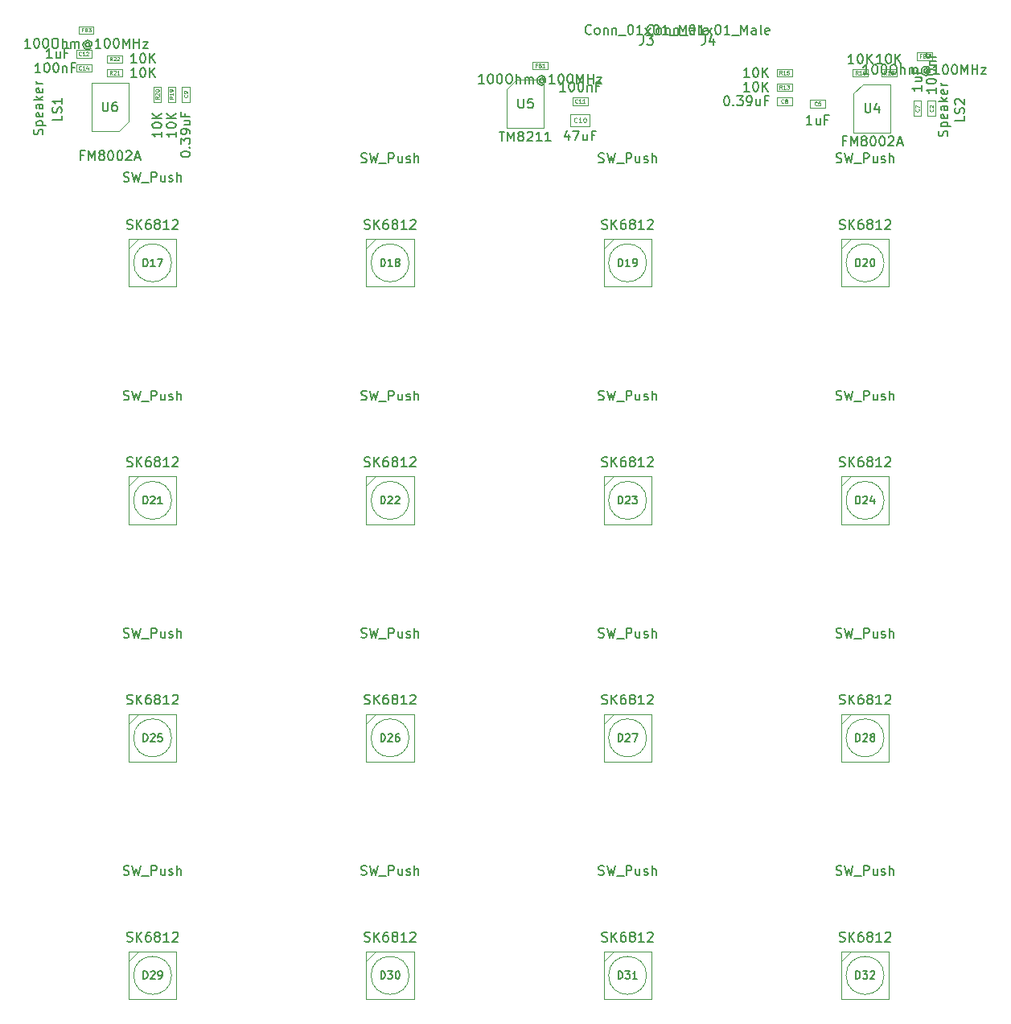
<source format=gbr>
G04 #@! TF.GenerationSoftware,KiCad,Pcbnew,(5.1.4-0-10_14)*
G04 #@! TF.CreationDate,2019-12-13T16:10:25+01:00*
G04 #@! TF.ProjectId,cz-badge-hardware,637a2d62-6164-4676-952d-686172647761,rev?*
G04 #@! TF.SameCoordinates,PX17d7840PY7735940*
G04 #@! TF.FileFunction,Other,Fab,Top*
%FSLAX46Y46*%
G04 Gerber Fmt 4.6, Leading zero omitted, Abs format (unit mm)*
G04 Created by KiCad (PCBNEW (5.1.4-0-10_14)) date 2019-12-13 16:10:25*
%MOMM*%
%LPD*%
G04 APERTURE LIST*
%ADD10C,0.100000*%
%ADD11C,0.150000*%
%ADD12C,0.060000*%
%ADD13C,0.080000*%
G04 APERTURE END LIST*
D10*
X6300000Y111600000D02*
X4700000Y111600000D01*
X6300000Y112400000D02*
X6300000Y111600000D01*
X4700000Y112400000D02*
X6300000Y112400000D01*
X4700000Y111600000D02*
X4700000Y112400000D01*
X94550000Y108850000D02*
X92950000Y108850000D01*
X94550000Y109650000D02*
X94550000Y108850000D01*
X92950000Y109650000D02*
X94550000Y109650000D01*
X92950000Y108850000D02*
X92950000Y109650000D01*
X52487500Y107850000D02*
X52487500Y108650000D01*
X52487500Y108650000D02*
X54087500Y108650000D01*
X54087500Y108650000D02*
X54087500Y107850000D01*
X54087500Y107850000D02*
X52487500Y107850000D01*
X6050000Y107600000D02*
X4450000Y107600000D01*
X6050000Y108400000D02*
X6050000Y107600000D01*
X4450000Y108400000D02*
X6050000Y108400000D01*
X4450000Y107600000D02*
X4450000Y108400000D01*
X94900000Y104550000D02*
X94900000Y102950000D01*
X94100000Y104550000D02*
X94900000Y104550000D01*
X94100000Y102950000D02*
X94100000Y104550000D01*
X94900000Y102950000D02*
X94100000Y102950000D01*
X9950000Y102350000D02*
X8975000Y101375000D01*
X9950000Y106425000D02*
X9950000Y102350000D01*
X6050000Y106425000D02*
X9950000Y106425000D01*
X6050000Y101375000D02*
X6050000Y106425000D01*
X8975000Y101375000D02*
X6050000Y101375000D01*
X49800000Y105800000D02*
X50775000Y106775000D01*
X49800000Y101725000D02*
X49800000Y105800000D01*
X53700000Y101725000D02*
X49800000Y101725000D01*
X53700000Y106775000D02*
X53700000Y101725000D01*
X50775000Y106775000D02*
X53700000Y106775000D01*
X86300000Y105300000D02*
X87275000Y106275000D01*
X86300000Y101225000D02*
X86300000Y105300000D01*
X90200000Y101225000D02*
X86300000Y101225000D01*
X90200000Y106275000D02*
X90200000Y101225000D01*
X87275000Y106275000D02*
X90200000Y106275000D01*
X9300000Y108560000D02*
X7700000Y108560000D01*
X9300000Y109360000D02*
X9300000Y108560000D01*
X7700000Y109360000D02*
X9300000Y109360000D01*
X7700000Y108560000D02*
X7700000Y109360000D01*
X9300000Y107100000D02*
X7700000Y107100000D01*
X9300000Y107900000D02*
X9300000Y107100000D01*
X7700000Y107900000D02*
X9300000Y107900000D01*
X7700000Y107100000D02*
X7700000Y107900000D01*
X12600000Y104450000D02*
X12600000Y106050000D01*
X13400000Y104450000D02*
X12600000Y104450000D01*
X13400000Y106050000D02*
X13400000Y104450000D01*
X12600000Y106050000D02*
X13400000Y106050000D01*
X14100000Y104450000D02*
X14100000Y106050000D01*
X14900000Y104450000D02*
X14100000Y104450000D01*
X14900000Y106050000D02*
X14900000Y104450000D01*
X14100000Y106050000D02*
X14900000Y106050000D01*
X89200000Y107900000D02*
X90800000Y107900000D01*
X89200000Y107100000D02*
X89200000Y107900000D01*
X90800000Y107100000D02*
X89200000Y107100000D01*
X90800000Y107900000D02*
X90800000Y107100000D01*
X86200000Y107900000D02*
X87800000Y107900000D01*
X86200000Y107100000D02*
X86200000Y107900000D01*
X87800000Y107100000D02*
X86200000Y107100000D01*
X87800000Y107900000D02*
X87800000Y107100000D01*
X78200000Y107900000D02*
X79800000Y107900000D01*
X78200000Y107100000D02*
X78200000Y107900000D01*
X79800000Y107100000D02*
X78200000Y107100000D01*
X79800000Y107900000D02*
X79800000Y107100000D01*
X79800000Y105580000D02*
X78200000Y105580000D01*
X79800000Y106380000D02*
X79800000Y105580000D01*
X78200000Y106380000D02*
X79800000Y106380000D01*
X78200000Y105580000D02*
X78200000Y106380000D01*
X6050000Y109100000D02*
X4450000Y109100000D01*
X6050000Y109900000D02*
X6050000Y109100000D01*
X4450000Y109900000D02*
X6050000Y109900000D01*
X4450000Y109100000D02*
X4450000Y109900000D01*
X58300000Y104100000D02*
X56700000Y104100000D01*
X58300000Y104900000D02*
X58300000Y104100000D01*
X56700000Y104900000D02*
X58300000Y104900000D01*
X56700000Y104100000D02*
X56700000Y104900000D01*
X58500000Y101900000D02*
X56500000Y101900000D01*
X58500000Y103100000D02*
X58500000Y101900000D01*
X56500000Y103100000D02*
X58500000Y103100000D01*
X56500000Y101900000D02*
X56500000Y103100000D01*
X16410000Y106050000D02*
X16410000Y104450000D01*
X15610000Y106050000D02*
X16410000Y106050000D01*
X15610000Y104450000D02*
X15610000Y106050000D01*
X16410000Y104450000D02*
X15610000Y104450000D01*
X78200000Y104900000D02*
X79800000Y104900000D01*
X78200000Y104100000D02*
X78200000Y104900000D01*
X79800000Y104100000D02*
X78200000Y104100000D01*
X79800000Y104900000D02*
X79800000Y104100000D01*
X93400000Y104550000D02*
X93400000Y102950000D01*
X92600000Y104550000D02*
X93400000Y104550000D01*
X92600000Y102950000D02*
X92600000Y104550000D01*
X93400000Y102950000D02*
X92600000Y102950000D01*
X83300000Y103850000D02*
X81700000Y103850000D01*
X83300000Y104650000D02*
X83300000Y103850000D01*
X81700000Y104650000D02*
X83300000Y104650000D01*
X81700000Y103850000D02*
X81700000Y104650000D01*
X14500000Y87500000D02*
G75*
G03X14500000Y87500000I-2000000J0D01*
G01*
X10000000Y85000000D02*
X15000000Y85000000D01*
X10000000Y90000000D02*
X10000000Y85000000D01*
X15000000Y90000000D02*
X10000000Y90000000D01*
X15000000Y85000000D02*
X15000000Y90000000D01*
X10000000Y89000000D02*
X11000000Y90000000D01*
X89500000Y12500000D02*
G75*
G03X89500000Y12500000I-2000000J0D01*
G01*
X85000000Y10000000D02*
X90000000Y10000000D01*
X85000000Y15000000D02*
X85000000Y10000000D01*
X90000000Y15000000D02*
X85000000Y15000000D01*
X90000000Y10000000D02*
X90000000Y15000000D01*
X85000000Y14000000D02*
X86000000Y15000000D01*
X64500000Y12500000D02*
G75*
G03X64500000Y12500000I-2000000J0D01*
G01*
X60000000Y10000000D02*
X65000000Y10000000D01*
X60000000Y15000000D02*
X60000000Y10000000D01*
X65000000Y15000000D02*
X60000000Y15000000D01*
X65000000Y10000000D02*
X65000000Y15000000D01*
X60000000Y14000000D02*
X61000000Y15000000D01*
X39500000Y12500000D02*
G75*
G03X39500000Y12500000I-2000000J0D01*
G01*
X35000000Y10000000D02*
X40000000Y10000000D01*
X35000000Y15000000D02*
X35000000Y10000000D01*
X40000000Y15000000D02*
X35000000Y15000000D01*
X40000000Y10000000D02*
X40000000Y15000000D01*
X35000000Y14000000D02*
X36000000Y15000000D01*
X14500000Y12500000D02*
G75*
G03X14500000Y12500000I-2000000J0D01*
G01*
X10000000Y10000000D02*
X15000000Y10000000D01*
X10000000Y15000000D02*
X10000000Y10000000D01*
X15000000Y15000000D02*
X10000000Y15000000D01*
X15000000Y10000000D02*
X15000000Y15000000D01*
X10000000Y14000000D02*
X11000000Y15000000D01*
X89500000Y37500000D02*
G75*
G03X89500000Y37500000I-2000000J0D01*
G01*
X85000000Y35000000D02*
X90000000Y35000000D01*
X85000000Y40000000D02*
X85000000Y35000000D01*
X90000000Y40000000D02*
X85000000Y40000000D01*
X90000000Y35000000D02*
X90000000Y40000000D01*
X85000000Y39000000D02*
X86000000Y40000000D01*
X64500000Y37500000D02*
G75*
G03X64500000Y37500000I-2000000J0D01*
G01*
X60000000Y35000000D02*
X65000000Y35000000D01*
X60000000Y40000000D02*
X60000000Y35000000D01*
X65000000Y40000000D02*
X60000000Y40000000D01*
X65000000Y35000000D02*
X65000000Y40000000D01*
X60000000Y39000000D02*
X61000000Y40000000D01*
X39500000Y37500000D02*
G75*
G03X39500000Y37500000I-2000000J0D01*
G01*
X35000000Y35000000D02*
X40000000Y35000000D01*
X35000000Y40000000D02*
X35000000Y35000000D01*
X40000000Y40000000D02*
X35000000Y40000000D01*
X40000000Y35000000D02*
X40000000Y40000000D01*
X35000000Y39000000D02*
X36000000Y40000000D01*
X14500000Y37500000D02*
G75*
G03X14500000Y37500000I-2000000J0D01*
G01*
X10000000Y35000000D02*
X15000000Y35000000D01*
X10000000Y40000000D02*
X10000000Y35000000D01*
X15000000Y40000000D02*
X10000000Y40000000D01*
X15000000Y35000000D02*
X15000000Y40000000D01*
X10000000Y39000000D02*
X11000000Y40000000D01*
X89500000Y62500000D02*
G75*
G03X89500000Y62500000I-2000000J0D01*
G01*
X85000000Y60000000D02*
X90000000Y60000000D01*
X85000000Y65000000D02*
X85000000Y60000000D01*
X90000000Y65000000D02*
X85000000Y65000000D01*
X90000000Y60000000D02*
X90000000Y65000000D01*
X85000000Y64000000D02*
X86000000Y65000000D01*
X64500000Y62500000D02*
G75*
G03X64500000Y62500000I-2000000J0D01*
G01*
X60000000Y60000000D02*
X65000000Y60000000D01*
X60000000Y65000000D02*
X60000000Y60000000D01*
X65000000Y65000000D02*
X60000000Y65000000D01*
X65000000Y60000000D02*
X65000000Y65000000D01*
X60000000Y64000000D02*
X61000000Y65000000D01*
X39500000Y62500000D02*
G75*
G03X39500000Y62500000I-2000000J0D01*
G01*
X35000000Y60000000D02*
X40000000Y60000000D01*
X35000000Y65000000D02*
X35000000Y60000000D01*
X40000000Y65000000D02*
X35000000Y65000000D01*
X40000000Y60000000D02*
X40000000Y65000000D01*
X35000000Y64000000D02*
X36000000Y65000000D01*
X14500000Y62500000D02*
G75*
G03X14500000Y62500000I-2000000J0D01*
G01*
X10000000Y60000000D02*
X15000000Y60000000D01*
X10000000Y65000000D02*
X10000000Y60000000D01*
X15000000Y65000000D02*
X10000000Y65000000D01*
X15000000Y60000000D02*
X15000000Y65000000D01*
X10000000Y64000000D02*
X11000000Y65000000D01*
X89500000Y87500000D02*
G75*
G03X89500000Y87500000I-2000000J0D01*
G01*
X85000000Y85000000D02*
X90000000Y85000000D01*
X85000000Y90000000D02*
X85000000Y85000000D01*
X90000000Y90000000D02*
X85000000Y90000000D01*
X90000000Y85000000D02*
X90000000Y90000000D01*
X85000000Y89000000D02*
X86000000Y90000000D01*
X64500000Y87500000D02*
G75*
G03X64500000Y87500000I-2000000J0D01*
G01*
X60000000Y85000000D02*
X65000000Y85000000D01*
X60000000Y90000000D02*
X60000000Y85000000D01*
X65000000Y90000000D02*
X60000000Y90000000D01*
X65000000Y85000000D02*
X65000000Y90000000D01*
X60000000Y89000000D02*
X61000000Y90000000D01*
X39500000Y87500000D02*
G75*
G03X39500000Y87500000I-2000000J0D01*
G01*
X35000000Y85000000D02*
X40000000Y85000000D01*
X35000000Y90000000D02*
X35000000Y85000000D01*
X40000000Y90000000D02*
X35000000Y90000000D01*
X40000000Y85000000D02*
X40000000Y90000000D01*
X35000000Y89000000D02*
X36000000Y90000000D01*
D11*
X-380953Y110117620D02*
X-952381Y110117620D01*
X-666667Y110117620D02*
X-666667Y111117620D01*
X-761905Y110974762D01*
X-857143Y110879524D01*
X-952381Y110831905D01*
X238095Y111117620D02*
X333333Y111117620D01*
X428571Y111070000D01*
X476190Y111022381D01*
X523809Y110927143D01*
X571428Y110736667D01*
X571428Y110498572D01*
X523809Y110308096D01*
X476190Y110212858D01*
X428571Y110165239D01*
X333333Y110117620D01*
X238095Y110117620D01*
X142857Y110165239D01*
X95238Y110212858D01*
X47619Y110308096D01*
X0Y110498572D01*
X0Y110736667D01*
X47619Y110927143D01*
X95238Y111022381D01*
X142857Y111070000D01*
X238095Y111117620D01*
X1190476Y111117620D02*
X1285714Y111117620D01*
X1380952Y111070000D01*
X1428571Y111022381D01*
X1476190Y110927143D01*
X1523809Y110736667D01*
X1523809Y110498572D01*
X1476190Y110308096D01*
X1428571Y110212858D01*
X1380952Y110165239D01*
X1285714Y110117620D01*
X1190476Y110117620D01*
X1095238Y110165239D01*
X1047619Y110212858D01*
X1000000Y110308096D01*
X952380Y110498572D01*
X952380Y110736667D01*
X1000000Y110927143D01*
X1047619Y111022381D01*
X1095238Y111070000D01*
X1190476Y111117620D01*
X2142857Y111117620D02*
X2333333Y111117620D01*
X2428571Y111070000D01*
X2523809Y110974762D01*
X2571428Y110784286D01*
X2571428Y110450953D01*
X2523809Y110260477D01*
X2428571Y110165239D01*
X2333333Y110117620D01*
X2142857Y110117620D01*
X2047619Y110165239D01*
X1952380Y110260477D01*
X1904761Y110450953D01*
X1904761Y110784286D01*
X1952380Y110974762D01*
X2047619Y111070000D01*
X2142857Y111117620D01*
X3000000Y110117620D02*
X3000000Y111117620D01*
X3428571Y110117620D02*
X3428571Y110641429D01*
X3380952Y110736667D01*
X3285714Y110784286D01*
X3142857Y110784286D01*
X3047619Y110736667D01*
X3000000Y110689048D01*
X3904761Y110117620D02*
X3904761Y110784286D01*
X3904761Y110689048D02*
X3952380Y110736667D01*
X4047619Y110784286D01*
X4190476Y110784286D01*
X4285714Y110736667D01*
X4333333Y110641429D01*
X4333333Y110117620D01*
X4333333Y110641429D02*
X4380952Y110736667D01*
X4476190Y110784286D01*
X4619047Y110784286D01*
X4714285Y110736667D01*
X4761904Y110641429D01*
X4761904Y110117620D01*
X5857142Y110593810D02*
X5809523Y110641429D01*
X5714285Y110689048D01*
X5619047Y110689048D01*
X5523809Y110641429D01*
X5476190Y110593810D01*
X5428571Y110498572D01*
X5428571Y110403334D01*
X5476190Y110308096D01*
X5523809Y110260477D01*
X5619047Y110212858D01*
X5714285Y110212858D01*
X5809523Y110260477D01*
X5857142Y110308096D01*
X5857142Y110689048D02*
X5857142Y110308096D01*
X5904761Y110260477D01*
X5952380Y110260477D01*
X6047619Y110308096D01*
X6095238Y110403334D01*
X6095238Y110641429D01*
X6000000Y110784286D01*
X5857142Y110879524D01*
X5666666Y110927143D01*
X5476190Y110879524D01*
X5333333Y110784286D01*
X5238095Y110641429D01*
X5190476Y110450953D01*
X5238095Y110260477D01*
X5333333Y110117620D01*
X5476190Y110022381D01*
X5666666Y109974762D01*
X5857142Y110022381D01*
X6000000Y110117620D01*
X7047619Y110117620D02*
X6476190Y110117620D01*
X6761904Y110117620D02*
X6761904Y111117620D01*
X6666666Y110974762D01*
X6571428Y110879524D01*
X6476190Y110831905D01*
X7666666Y111117620D02*
X7761904Y111117620D01*
X7857142Y111070000D01*
X7904761Y111022381D01*
X7952380Y110927143D01*
X8000000Y110736667D01*
X8000000Y110498572D01*
X7952380Y110308096D01*
X7904761Y110212858D01*
X7857142Y110165239D01*
X7761904Y110117620D01*
X7666666Y110117620D01*
X7571428Y110165239D01*
X7523809Y110212858D01*
X7476190Y110308096D01*
X7428571Y110498572D01*
X7428571Y110736667D01*
X7476190Y110927143D01*
X7523809Y111022381D01*
X7571428Y111070000D01*
X7666666Y111117620D01*
X8619047Y111117620D02*
X8714285Y111117620D01*
X8809523Y111070000D01*
X8857142Y111022381D01*
X8904761Y110927143D01*
X8952380Y110736667D01*
X8952380Y110498572D01*
X8904761Y110308096D01*
X8857142Y110212858D01*
X8809523Y110165239D01*
X8714285Y110117620D01*
X8619047Y110117620D01*
X8523809Y110165239D01*
X8476190Y110212858D01*
X8428571Y110308096D01*
X8380952Y110498572D01*
X8380952Y110736667D01*
X8428571Y110927143D01*
X8476190Y111022381D01*
X8523809Y111070000D01*
X8619047Y111117620D01*
X9380952Y110117620D02*
X9380952Y111117620D01*
X9714285Y110403334D01*
X10047619Y111117620D01*
X10047619Y110117620D01*
X10523809Y110117620D02*
X10523809Y111117620D01*
X10523809Y110641429D02*
X11095238Y110641429D01*
X11095238Y110117620D02*
X11095238Y111117620D01*
X11476190Y110784286D02*
X12000000Y110784286D01*
X11476190Y110117620D01*
X12000000Y110117620D01*
D12*
X5166666Y112028572D02*
X5033333Y112028572D01*
X5033333Y111819048D02*
X5033333Y112219048D01*
X5223809Y112219048D01*
X5509523Y112028572D02*
X5566666Y112009524D01*
X5585714Y111990477D01*
X5604761Y111952381D01*
X5604761Y111895239D01*
X5585714Y111857143D01*
X5566666Y111838096D01*
X5528571Y111819048D01*
X5376190Y111819048D01*
X5376190Y112219048D01*
X5509523Y112219048D01*
X5547619Y112200000D01*
X5566666Y112180953D01*
X5585714Y112142858D01*
X5585714Y112104762D01*
X5566666Y112066667D01*
X5547619Y112047620D01*
X5509523Y112028572D01*
X5376190Y112028572D01*
X5738095Y112219048D02*
X5985714Y112219048D01*
X5852380Y112066667D01*
X5909523Y112066667D01*
X5947619Y112047620D01*
X5966666Y112028572D01*
X5985714Y111990477D01*
X5985714Y111895239D01*
X5966666Y111857143D01*
X5947619Y111838096D01*
X5909523Y111819048D01*
X5795238Y111819048D01*
X5757142Y111838096D01*
X5738095Y111857143D01*
D11*
X87869047Y107367620D02*
X87297619Y107367620D01*
X87583333Y107367620D02*
X87583333Y108367620D01*
X87488095Y108224762D01*
X87392857Y108129524D01*
X87297619Y108081905D01*
X88488095Y108367620D02*
X88583333Y108367620D01*
X88678571Y108320000D01*
X88726190Y108272381D01*
X88773809Y108177143D01*
X88821428Y107986667D01*
X88821428Y107748572D01*
X88773809Y107558096D01*
X88726190Y107462858D01*
X88678571Y107415239D01*
X88583333Y107367620D01*
X88488095Y107367620D01*
X88392857Y107415239D01*
X88345238Y107462858D01*
X88297619Y107558096D01*
X88250000Y107748572D01*
X88250000Y107986667D01*
X88297619Y108177143D01*
X88345238Y108272381D01*
X88392857Y108320000D01*
X88488095Y108367620D01*
X89440476Y108367620D02*
X89535714Y108367620D01*
X89630952Y108320000D01*
X89678571Y108272381D01*
X89726190Y108177143D01*
X89773809Y107986667D01*
X89773809Y107748572D01*
X89726190Y107558096D01*
X89678571Y107462858D01*
X89630952Y107415239D01*
X89535714Y107367620D01*
X89440476Y107367620D01*
X89345238Y107415239D01*
X89297619Y107462858D01*
X89250000Y107558096D01*
X89202380Y107748572D01*
X89202380Y107986667D01*
X89250000Y108177143D01*
X89297619Y108272381D01*
X89345238Y108320000D01*
X89440476Y108367620D01*
X90392857Y108367620D02*
X90583333Y108367620D01*
X90678571Y108320000D01*
X90773809Y108224762D01*
X90821428Y108034286D01*
X90821428Y107700953D01*
X90773809Y107510477D01*
X90678571Y107415239D01*
X90583333Y107367620D01*
X90392857Y107367620D01*
X90297619Y107415239D01*
X90202380Y107510477D01*
X90154761Y107700953D01*
X90154761Y108034286D01*
X90202380Y108224762D01*
X90297619Y108320000D01*
X90392857Y108367620D01*
X91250000Y107367620D02*
X91250000Y108367620D01*
X91678571Y107367620D02*
X91678571Y107891429D01*
X91630952Y107986667D01*
X91535714Y108034286D01*
X91392857Y108034286D01*
X91297619Y107986667D01*
X91250000Y107939048D01*
X92154761Y107367620D02*
X92154761Y108034286D01*
X92154761Y107939048D02*
X92202380Y107986667D01*
X92297619Y108034286D01*
X92440476Y108034286D01*
X92535714Y107986667D01*
X92583333Y107891429D01*
X92583333Y107367620D01*
X92583333Y107891429D02*
X92630952Y107986667D01*
X92726190Y108034286D01*
X92869047Y108034286D01*
X92964285Y107986667D01*
X93011904Y107891429D01*
X93011904Y107367620D01*
X94107142Y107843810D02*
X94059523Y107891429D01*
X93964285Y107939048D01*
X93869047Y107939048D01*
X93773809Y107891429D01*
X93726190Y107843810D01*
X93678571Y107748572D01*
X93678571Y107653334D01*
X93726190Y107558096D01*
X93773809Y107510477D01*
X93869047Y107462858D01*
X93964285Y107462858D01*
X94059523Y107510477D01*
X94107142Y107558096D01*
X94107142Y107939048D02*
X94107142Y107558096D01*
X94154761Y107510477D01*
X94202380Y107510477D01*
X94297619Y107558096D01*
X94345238Y107653334D01*
X94345238Y107891429D01*
X94250000Y108034286D01*
X94107142Y108129524D01*
X93916666Y108177143D01*
X93726190Y108129524D01*
X93583333Y108034286D01*
X93488095Y107891429D01*
X93440476Y107700953D01*
X93488095Y107510477D01*
X93583333Y107367620D01*
X93726190Y107272381D01*
X93916666Y107224762D01*
X94107142Y107272381D01*
X94250000Y107367620D01*
X95297619Y107367620D02*
X94726190Y107367620D01*
X95011904Y107367620D02*
X95011904Y108367620D01*
X94916666Y108224762D01*
X94821428Y108129524D01*
X94726190Y108081905D01*
X95916666Y108367620D02*
X96011904Y108367620D01*
X96107142Y108320000D01*
X96154761Y108272381D01*
X96202380Y108177143D01*
X96250000Y107986667D01*
X96250000Y107748572D01*
X96202380Y107558096D01*
X96154761Y107462858D01*
X96107142Y107415239D01*
X96011904Y107367620D01*
X95916666Y107367620D01*
X95821428Y107415239D01*
X95773809Y107462858D01*
X95726190Y107558096D01*
X95678571Y107748572D01*
X95678571Y107986667D01*
X95726190Y108177143D01*
X95773809Y108272381D01*
X95821428Y108320000D01*
X95916666Y108367620D01*
X96869047Y108367620D02*
X96964285Y108367620D01*
X97059523Y108320000D01*
X97107142Y108272381D01*
X97154761Y108177143D01*
X97202380Y107986667D01*
X97202380Y107748572D01*
X97154761Y107558096D01*
X97107142Y107462858D01*
X97059523Y107415239D01*
X96964285Y107367620D01*
X96869047Y107367620D01*
X96773809Y107415239D01*
X96726190Y107462858D01*
X96678571Y107558096D01*
X96630952Y107748572D01*
X96630952Y107986667D01*
X96678571Y108177143D01*
X96726190Y108272381D01*
X96773809Y108320000D01*
X96869047Y108367620D01*
X97630952Y107367620D02*
X97630952Y108367620D01*
X97964285Y107653334D01*
X98297619Y108367620D01*
X98297619Y107367620D01*
X98773809Y107367620D02*
X98773809Y108367620D01*
X98773809Y107891429D02*
X99345238Y107891429D01*
X99345238Y107367620D02*
X99345238Y108367620D01*
X99726190Y108034286D02*
X100249999Y108034286D01*
X99726190Y107367620D01*
X100249999Y107367620D01*
D12*
X93416666Y109278572D02*
X93283333Y109278572D01*
X93283333Y109069048D02*
X93283333Y109469048D01*
X93473809Y109469048D01*
X93759523Y109278572D02*
X93816666Y109259524D01*
X93835714Y109240477D01*
X93854761Y109202381D01*
X93854761Y109145239D01*
X93835714Y109107143D01*
X93816666Y109088096D01*
X93778571Y109069048D01*
X93626190Y109069048D01*
X93626190Y109469048D01*
X93759523Y109469048D01*
X93797619Y109450000D01*
X93816666Y109430953D01*
X93835714Y109392858D01*
X93835714Y109354762D01*
X93816666Y109316667D01*
X93797619Y109297620D01*
X93759523Y109278572D01*
X93626190Y109278572D01*
X94007142Y109430953D02*
X94026190Y109450000D01*
X94064285Y109469048D01*
X94159523Y109469048D01*
X94197619Y109450000D01*
X94216666Y109430953D01*
X94235714Y109392858D01*
X94235714Y109354762D01*
X94216666Y109297620D01*
X93988095Y109069048D01*
X94235714Y109069048D01*
D11*
X47406547Y106367620D02*
X46835119Y106367620D01*
X47120833Y106367620D02*
X47120833Y107367620D01*
X47025595Y107224762D01*
X46930357Y107129524D01*
X46835119Y107081905D01*
X48025595Y107367620D02*
X48120833Y107367620D01*
X48216071Y107320000D01*
X48263690Y107272381D01*
X48311309Y107177143D01*
X48358928Y106986667D01*
X48358928Y106748572D01*
X48311309Y106558096D01*
X48263690Y106462858D01*
X48216071Y106415239D01*
X48120833Y106367620D01*
X48025595Y106367620D01*
X47930357Y106415239D01*
X47882738Y106462858D01*
X47835119Y106558096D01*
X47787500Y106748572D01*
X47787500Y106986667D01*
X47835119Y107177143D01*
X47882738Y107272381D01*
X47930357Y107320000D01*
X48025595Y107367620D01*
X48977976Y107367620D02*
X49073214Y107367620D01*
X49168452Y107320000D01*
X49216071Y107272381D01*
X49263690Y107177143D01*
X49311309Y106986667D01*
X49311309Y106748572D01*
X49263690Y106558096D01*
X49216071Y106462858D01*
X49168452Y106415239D01*
X49073214Y106367620D01*
X48977976Y106367620D01*
X48882738Y106415239D01*
X48835119Y106462858D01*
X48787500Y106558096D01*
X48739880Y106748572D01*
X48739880Y106986667D01*
X48787500Y107177143D01*
X48835119Y107272381D01*
X48882738Y107320000D01*
X48977976Y107367620D01*
X49930357Y107367620D02*
X50120833Y107367620D01*
X50216071Y107320000D01*
X50311309Y107224762D01*
X50358928Y107034286D01*
X50358928Y106700953D01*
X50311309Y106510477D01*
X50216071Y106415239D01*
X50120833Y106367620D01*
X49930357Y106367620D01*
X49835119Y106415239D01*
X49739880Y106510477D01*
X49692261Y106700953D01*
X49692261Y107034286D01*
X49739880Y107224762D01*
X49835119Y107320000D01*
X49930357Y107367620D01*
X50787500Y106367620D02*
X50787500Y107367620D01*
X51216071Y106367620D02*
X51216071Y106891429D01*
X51168452Y106986667D01*
X51073214Y107034286D01*
X50930357Y107034286D01*
X50835119Y106986667D01*
X50787500Y106939048D01*
X51692261Y106367620D02*
X51692261Y107034286D01*
X51692261Y106939048D02*
X51739880Y106986667D01*
X51835119Y107034286D01*
X51977976Y107034286D01*
X52073214Y106986667D01*
X52120833Y106891429D01*
X52120833Y106367620D01*
X52120833Y106891429D02*
X52168452Y106986667D01*
X52263690Y107034286D01*
X52406547Y107034286D01*
X52501785Y106986667D01*
X52549404Y106891429D01*
X52549404Y106367620D01*
X53644642Y106843810D02*
X53597023Y106891429D01*
X53501785Y106939048D01*
X53406547Y106939048D01*
X53311309Y106891429D01*
X53263690Y106843810D01*
X53216071Y106748572D01*
X53216071Y106653334D01*
X53263690Y106558096D01*
X53311309Y106510477D01*
X53406547Y106462858D01*
X53501785Y106462858D01*
X53597023Y106510477D01*
X53644642Y106558096D01*
X53644642Y106939048D02*
X53644642Y106558096D01*
X53692261Y106510477D01*
X53739880Y106510477D01*
X53835119Y106558096D01*
X53882738Y106653334D01*
X53882738Y106891429D01*
X53787500Y107034286D01*
X53644642Y107129524D01*
X53454166Y107177143D01*
X53263690Y107129524D01*
X53120833Y107034286D01*
X53025595Y106891429D01*
X52977976Y106700953D01*
X53025595Y106510477D01*
X53120833Y106367620D01*
X53263690Y106272381D01*
X53454166Y106224762D01*
X53644642Y106272381D01*
X53787500Y106367620D01*
X54835119Y106367620D02*
X54263690Y106367620D01*
X54549404Y106367620D02*
X54549404Y107367620D01*
X54454166Y107224762D01*
X54358928Y107129524D01*
X54263690Y107081905D01*
X55454166Y107367620D02*
X55549404Y107367620D01*
X55644642Y107320000D01*
X55692261Y107272381D01*
X55739880Y107177143D01*
X55787500Y106986667D01*
X55787500Y106748572D01*
X55739880Y106558096D01*
X55692261Y106462858D01*
X55644642Y106415239D01*
X55549404Y106367620D01*
X55454166Y106367620D01*
X55358928Y106415239D01*
X55311309Y106462858D01*
X55263690Y106558096D01*
X55216071Y106748572D01*
X55216071Y106986667D01*
X55263690Y107177143D01*
X55311309Y107272381D01*
X55358928Y107320000D01*
X55454166Y107367620D01*
X56406547Y107367620D02*
X56501785Y107367620D01*
X56597023Y107320000D01*
X56644642Y107272381D01*
X56692261Y107177143D01*
X56739880Y106986667D01*
X56739880Y106748572D01*
X56692261Y106558096D01*
X56644642Y106462858D01*
X56597023Y106415239D01*
X56501785Y106367620D01*
X56406547Y106367620D01*
X56311309Y106415239D01*
X56263690Y106462858D01*
X56216071Y106558096D01*
X56168452Y106748572D01*
X56168452Y106986667D01*
X56216071Y107177143D01*
X56263690Y107272381D01*
X56311309Y107320000D01*
X56406547Y107367620D01*
X57168452Y106367620D02*
X57168452Y107367620D01*
X57501785Y106653334D01*
X57835119Y107367620D01*
X57835119Y106367620D01*
X58311309Y106367620D02*
X58311309Y107367620D01*
X58311309Y106891429D02*
X58882738Y106891429D01*
X58882738Y106367620D02*
X58882738Y107367620D01*
X59263690Y107034286D02*
X59787499Y107034286D01*
X59263690Y106367620D01*
X59787499Y106367620D01*
D12*
X52954166Y108278572D02*
X52820833Y108278572D01*
X52820833Y108069048D02*
X52820833Y108469048D01*
X53011309Y108469048D01*
X53297023Y108278572D02*
X53354166Y108259524D01*
X53373214Y108240477D01*
X53392261Y108202381D01*
X53392261Y108145239D01*
X53373214Y108107143D01*
X53354166Y108088096D01*
X53316071Y108069048D01*
X53163690Y108069048D01*
X53163690Y108469048D01*
X53297023Y108469048D01*
X53335119Y108450000D01*
X53354166Y108430953D01*
X53373214Y108392858D01*
X53373214Y108354762D01*
X53354166Y108316667D01*
X53335119Y108297620D01*
X53297023Y108278572D01*
X53163690Y108278572D01*
X53773214Y108069048D02*
X53544642Y108069048D01*
X53658928Y108069048D02*
X53658928Y108469048D01*
X53620833Y108411905D01*
X53582738Y108373810D01*
X53544642Y108354762D01*
D11*
X702380Y107547620D02*
X130952Y107547620D01*
X416666Y107547620D02*
X416666Y108547620D01*
X321428Y108404762D01*
X226190Y108309524D01*
X130952Y108261905D01*
X1321428Y108547620D02*
X1416666Y108547620D01*
X1511904Y108500000D01*
X1559523Y108452381D01*
X1607142Y108357143D01*
X1654761Y108166667D01*
X1654761Y107928572D01*
X1607142Y107738096D01*
X1559523Y107642858D01*
X1511904Y107595239D01*
X1416666Y107547620D01*
X1321428Y107547620D01*
X1226190Y107595239D01*
X1178571Y107642858D01*
X1130952Y107738096D01*
X1083333Y107928572D01*
X1083333Y108166667D01*
X1130952Y108357143D01*
X1178571Y108452381D01*
X1226190Y108500000D01*
X1321428Y108547620D01*
X2273809Y108547620D02*
X2369047Y108547620D01*
X2464285Y108500000D01*
X2511904Y108452381D01*
X2559523Y108357143D01*
X2607142Y108166667D01*
X2607142Y107928572D01*
X2559523Y107738096D01*
X2511904Y107642858D01*
X2464285Y107595239D01*
X2369047Y107547620D01*
X2273809Y107547620D01*
X2178571Y107595239D01*
X2130952Y107642858D01*
X2083333Y107738096D01*
X2035714Y107928572D01*
X2035714Y108166667D01*
X2083333Y108357143D01*
X2130952Y108452381D01*
X2178571Y108500000D01*
X2273809Y108547620D01*
X3035714Y108214286D02*
X3035714Y107547620D01*
X3035714Y108119048D02*
X3083333Y108166667D01*
X3178571Y108214286D01*
X3321428Y108214286D01*
X3416666Y108166667D01*
X3464285Y108071429D01*
X3464285Y107547620D01*
X4273809Y108071429D02*
X3940476Y108071429D01*
X3940476Y107547620D02*
X3940476Y108547620D01*
X4416666Y108547620D01*
D12*
X4992857Y107857143D02*
X4973809Y107838096D01*
X4916666Y107819048D01*
X4878571Y107819048D01*
X4821428Y107838096D01*
X4783333Y107876191D01*
X4764285Y107914286D01*
X4745238Y107990477D01*
X4745238Y108047620D01*
X4764285Y108123810D01*
X4783333Y108161905D01*
X4821428Y108200000D01*
X4878571Y108219048D01*
X4916666Y108219048D01*
X4973809Y108200000D01*
X4992857Y108180953D01*
X5373809Y107819048D02*
X5145238Y107819048D01*
X5259523Y107819048D02*
X5259523Y108219048D01*
X5221428Y108161905D01*
X5183333Y108123810D01*
X5145238Y108104762D01*
X5716666Y108085715D02*
X5716666Y107819048D01*
X5621428Y108238096D02*
X5526190Y107952381D01*
X5773809Y107952381D01*
D11*
X94952380Y105952381D02*
X94952380Y105380953D01*
X94952380Y105666667D02*
X93952380Y105666667D01*
X94095238Y105571429D01*
X94190476Y105476191D01*
X94238095Y105380953D01*
X93952380Y106571429D02*
X93952380Y106666667D01*
X94000000Y106761905D01*
X94047619Y106809524D01*
X94142857Y106857143D01*
X94333333Y106904762D01*
X94571428Y106904762D01*
X94761904Y106857143D01*
X94857142Y106809524D01*
X94904761Y106761905D01*
X94952380Y106666667D01*
X94952380Y106571429D01*
X94904761Y106476191D01*
X94857142Y106428572D01*
X94761904Y106380953D01*
X94571428Y106333334D01*
X94333333Y106333334D01*
X94142857Y106380953D01*
X94047619Y106428572D01*
X94000000Y106476191D01*
X93952380Y106571429D01*
X93952380Y107523810D02*
X93952380Y107619048D01*
X94000000Y107714286D01*
X94047619Y107761905D01*
X94142857Y107809524D01*
X94333333Y107857143D01*
X94571428Y107857143D01*
X94761904Y107809524D01*
X94857142Y107761905D01*
X94904761Y107714286D01*
X94952380Y107619048D01*
X94952380Y107523810D01*
X94904761Y107428572D01*
X94857142Y107380953D01*
X94761904Y107333334D01*
X94571428Y107285715D01*
X94333333Y107285715D01*
X94142857Y107333334D01*
X94047619Y107380953D01*
X94000000Y107428572D01*
X93952380Y107523810D01*
X94285714Y108285715D02*
X94952380Y108285715D01*
X94380952Y108285715D02*
X94333333Y108333334D01*
X94285714Y108428572D01*
X94285714Y108571429D01*
X94333333Y108666667D01*
X94428571Y108714286D01*
X94952380Y108714286D01*
X94428571Y109523810D02*
X94428571Y109190477D01*
X94952380Y109190477D02*
X93952380Y109190477D01*
X93952380Y109666667D01*
D12*
X94642857Y103683334D02*
X94661904Y103664286D01*
X94680952Y103607143D01*
X94680952Y103569048D01*
X94661904Y103511905D01*
X94623809Y103473810D01*
X94585714Y103454762D01*
X94509523Y103435715D01*
X94452380Y103435715D01*
X94376190Y103454762D01*
X94338095Y103473810D01*
X94300000Y103511905D01*
X94280952Y103569048D01*
X94280952Y103607143D01*
X94300000Y103664286D01*
X94319047Y103683334D01*
X94319047Y103835715D02*
X94300000Y103854762D01*
X94280952Y103892858D01*
X94280952Y103988096D01*
X94300000Y104026191D01*
X94319047Y104045239D01*
X94357142Y104064286D01*
X94395238Y104064286D01*
X94452380Y104045239D01*
X94680952Y103816667D01*
X94680952Y104064286D01*
D11*
X65166666Y111642858D02*
X65119047Y111595239D01*
X64976190Y111547620D01*
X64880952Y111547620D01*
X64738095Y111595239D01*
X64642857Y111690477D01*
X64595238Y111785715D01*
X64547619Y111976191D01*
X64547619Y112119048D01*
X64595238Y112309524D01*
X64642857Y112404762D01*
X64738095Y112500000D01*
X64880952Y112547620D01*
X64976190Y112547620D01*
X65119047Y112500000D01*
X65166666Y112452381D01*
X65738095Y111547620D02*
X65642857Y111595239D01*
X65595238Y111642858D01*
X65547619Y111738096D01*
X65547619Y112023810D01*
X65595238Y112119048D01*
X65642857Y112166667D01*
X65738095Y112214286D01*
X65880952Y112214286D01*
X65976190Y112166667D01*
X66023809Y112119048D01*
X66071428Y112023810D01*
X66071428Y111738096D01*
X66023809Y111642858D01*
X65976190Y111595239D01*
X65880952Y111547620D01*
X65738095Y111547620D01*
X66500000Y112214286D02*
X66500000Y111547620D01*
X66500000Y112119048D02*
X66547619Y112166667D01*
X66642857Y112214286D01*
X66785714Y112214286D01*
X66880952Y112166667D01*
X66928571Y112071429D01*
X66928571Y111547620D01*
X67404761Y112214286D02*
X67404761Y111547620D01*
X67404761Y112119048D02*
X67452380Y112166667D01*
X67547619Y112214286D01*
X67690476Y112214286D01*
X67785714Y112166667D01*
X67833333Y112071429D01*
X67833333Y111547620D01*
X68071428Y111452381D02*
X68833333Y111452381D01*
X69261904Y112547620D02*
X69357142Y112547620D01*
X69452380Y112500000D01*
X69500000Y112452381D01*
X69547619Y112357143D01*
X69595238Y112166667D01*
X69595238Y111928572D01*
X69547619Y111738096D01*
X69500000Y111642858D01*
X69452380Y111595239D01*
X69357142Y111547620D01*
X69261904Y111547620D01*
X69166666Y111595239D01*
X69119047Y111642858D01*
X69071428Y111738096D01*
X69023809Y111928572D01*
X69023809Y112166667D01*
X69071428Y112357143D01*
X69119047Y112452381D01*
X69166666Y112500000D01*
X69261904Y112547620D01*
X70547619Y111547620D02*
X69976190Y111547620D01*
X70261904Y111547620D02*
X70261904Y112547620D01*
X70166666Y112404762D01*
X70071428Y112309524D01*
X69976190Y112261905D01*
X70880952Y111547620D02*
X71404761Y112214286D01*
X70880952Y112214286D02*
X71404761Y111547620D01*
X71976190Y112547620D02*
X72071428Y112547620D01*
X72166666Y112500000D01*
X72214285Y112452381D01*
X72261904Y112357143D01*
X72309523Y112166667D01*
X72309523Y111928572D01*
X72261904Y111738096D01*
X72214285Y111642858D01*
X72166666Y111595239D01*
X72071428Y111547620D01*
X71976190Y111547620D01*
X71880952Y111595239D01*
X71833333Y111642858D01*
X71785714Y111738096D01*
X71738095Y111928572D01*
X71738095Y112166667D01*
X71785714Y112357143D01*
X71833333Y112452381D01*
X71880952Y112500000D01*
X71976190Y112547620D01*
X73261904Y111547620D02*
X72690476Y111547620D01*
X72976190Y111547620D02*
X72976190Y112547620D01*
X72880952Y112404762D01*
X72785714Y112309524D01*
X72690476Y112261905D01*
X73452380Y111452381D02*
X74214285Y111452381D01*
X74452380Y111547620D02*
X74452380Y112547620D01*
X74785714Y111833334D01*
X75119047Y112547620D01*
X75119047Y111547620D01*
X76023809Y111547620D02*
X76023809Y112071429D01*
X75976190Y112166667D01*
X75880952Y112214286D01*
X75690476Y112214286D01*
X75595238Y112166667D01*
X76023809Y111595239D02*
X75928571Y111547620D01*
X75690476Y111547620D01*
X75595238Y111595239D01*
X75547619Y111690477D01*
X75547619Y111785715D01*
X75595238Y111880953D01*
X75690476Y111928572D01*
X75928571Y111928572D01*
X76023809Y111976191D01*
X76642857Y111547620D02*
X76547619Y111595239D01*
X76500000Y111690477D01*
X76500000Y112547620D01*
X77404761Y111595239D02*
X77309523Y111547620D01*
X77119047Y111547620D01*
X77023809Y111595239D01*
X76976190Y111690477D01*
X76976190Y112071429D01*
X77023809Y112166667D01*
X77119047Y112214286D01*
X77309523Y112214286D01*
X77404761Y112166667D01*
X77452380Y112071429D01*
X77452380Y111976191D01*
X76976190Y111880953D01*
X70666666Y111447620D02*
X70666666Y110733334D01*
X70619047Y110590477D01*
X70523809Y110495239D01*
X70380952Y110447620D01*
X70285714Y110447620D01*
X71571428Y111114286D02*
X71571428Y110447620D01*
X71333333Y111495239D02*
X71095238Y110780953D01*
X71714285Y110780953D01*
X58666666Y111642858D02*
X58619047Y111595239D01*
X58476190Y111547620D01*
X58380952Y111547620D01*
X58238095Y111595239D01*
X58142857Y111690477D01*
X58095238Y111785715D01*
X58047619Y111976191D01*
X58047619Y112119048D01*
X58095238Y112309524D01*
X58142857Y112404762D01*
X58238095Y112500000D01*
X58380952Y112547620D01*
X58476190Y112547620D01*
X58619047Y112500000D01*
X58666666Y112452381D01*
X59238095Y111547620D02*
X59142857Y111595239D01*
X59095238Y111642858D01*
X59047619Y111738096D01*
X59047619Y112023810D01*
X59095238Y112119048D01*
X59142857Y112166667D01*
X59238095Y112214286D01*
X59380952Y112214286D01*
X59476190Y112166667D01*
X59523809Y112119048D01*
X59571428Y112023810D01*
X59571428Y111738096D01*
X59523809Y111642858D01*
X59476190Y111595239D01*
X59380952Y111547620D01*
X59238095Y111547620D01*
X60000000Y112214286D02*
X60000000Y111547620D01*
X60000000Y112119048D02*
X60047619Y112166667D01*
X60142857Y112214286D01*
X60285714Y112214286D01*
X60380952Y112166667D01*
X60428571Y112071429D01*
X60428571Y111547620D01*
X60904761Y112214286D02*
X60904761Y111547620D01*
X60904761Y112119048D02*
X60952380Y112166667D01*
X61047619Y112214286D01*
X61190476Y112214286D01*
X61285714Y112166667D01*
X61333333Y112071429D01*
X61333333Y111547620D01*
X61571428Y111452381D02*
X62333333Y111452381D01*
X62761904Y112547620D02*
X62857142Y112547620D01*
X62952380Y112500000D01*
X63000000Y112452381D01*
X63047619Y112357143D01*
X63095238Y112166667D01*
X63095238Y111928572D01*
X63047619Y111738096D01*
X63000000Y111642858D01*
X62952380Y111595239D01*
X62857142Y111547620D01*
X62761904Y111547620D01*
X62666666Y111595239D01*
X62619047Y111642858D01*
X62571428Y111738096D01*
X62523809Y111928572D01*
X62523809Y112166667D01*
X62571428Y112357143D01*
X62619047Y112452381D01*
X62666666Y112500000D01*
X62761904Y112547620D01*
X64047619Y111547620D02*
X63476190Y111547620D01*
X63761904Y111547620D02*
X63761904Y112547620D01*
X63666666Y112404762D01*
X63571428Y112309524D01*
X63476190Y112261905D01*
X64380952Y111547620D02*
X64904761Y112214286D01*
X64380952Y112214286D02*
X64904761Y111547620D01*
X65476190Y112547620D02*
X65571428Y112547620D01*
X65666666Y112500000D01*
X65714285Y112452381D01*
X65761904Y112357143D01*
X65809523Y112166667D01*
X65809523Y111928572D01*
X65761904Y111738096D01*
X65714285Y111642858D01*
X65666666Y111595239D01*
X65571428Y111547620D01*
X65476190Y111547620D01*
X65380952Y111595239D01*
X65333333Y111642858D01*
X65285714Y111738096D01*
X65238095Y111928572D01*
X65238095Y112166667D01*
X65285714Y112357143D01*
X65333333Y112452381D01*
X65380952Y112500000D01*
X65476190Y112547620D01*
X66761904Y111547620D02*
X66190476Y111547620D01*
X66476190Y111547620D02*
X66476190Y112547620D01*
X66380952Y112404762D01*
X66285714Y112309524D01*
X66190476Y112261905D01*
X66952380Y111452381D02*
X67714285Y111452381D01*
X67952380Y111547620D02*
X67952380Y112547620D01*
X68285714Y111833334D01*
X68619047Y112547620D01*
X68619047Y111547620D01*
X69523809Y111547620D02*
X69523809Y112071429D01*
X69476190Y112166667D01*
X69380952Y112214286D01*
X69190476Y112214286D01*
X69095238Y112166667D01*
X69523809Y111595239D02*
X69428571Y111547620D01*
X69190476Y111547620D01*
X69095238Y111595239D01*
X69047619Y111690477D01*
X69047619Y111785715D01*
X69095238Y111880953D01*
X69190476Y111928572D01*
X69428571Y111928572D01*
X69523809Y111976191D01*
X70142857Y111547620D02*
X70047619Y111595239D01*
X70000000Y111690477D01*
X70000000Y112547620D01*
X70904761Y111595239D02*
X70809523Y111547620D01*
X70619047Y111547620D01*
X70523809Y111595239D01*
X70476190Y111690477D01*
X70476190Y112071429D01*
X70523809Y112166667D01*
X70619047Y112214286D01*
X70809523Y112214286D01*
X70904761Y112166667D01*
X70952380Y112071429D01*
X70952380Y111976191D01*
X70476190Y111880953D01*
X64166666Y111447620D02*
X64166666Y110733334D01*
X64119047Y110590477D01*
X64023809Y110495239D01*
X63880952Y110447620D01*
X63785714Y110447620D01*
X64547619Y111447620D02*
X65166666Y111447620D01*
X64833333Y111066667D01*
X64976190Y111066667D01*
X65071428Y111019048D01*
X65119047Y110971429D01*
X65166666Y110876191D01*
X65166666Y110638096D01*
X65119047Y110542858D01*
X65071428Y110495239D01*
X64976190Y110447620D01*
X64690476Y110447620D01*
X64595238Y110495239D01*
X64547619Y110542858D01*
X5238095Y98821429D02*
X4904761Y98821429D01*
X4904761Y98297620D02*
X4904761Y99297620D01*
X5380952Y99297620D01*
X5761904Y98297620D02*
X5761904Y99297620D01*
X6095238Y98583334D01*
X6428571Y99297620D01*
X6428571Y98297620D01*
X7047619Y98869048D02*
X6952380Y98916667D01*
X6904761Y98964286D01*
X6857142Y99059524D01*
X6857142Y99107143D01*
X6904761Y99202381D01*
X6952380Y99250000D01*
X7047619Y99297620D01*
X7238095Y99297620D01*
X7333333Y99250000D01*
X7380952Y99202381D01*
X7428571Y99107143D01*
X7428571Y99059524D01*
X7380952Y98964286D01*
X7333333Y98916667D01*
X7238095Y98869048D01*
X7047619Y98869048D01*
X6952380Y98821429D01*
X6904761Y98773810D01*
X6857142Y98678572D01*
X6857142Y98488096D01*
X6904761Y98392858D01*
X6952380Y98345239D01*
X7047619Y98297620D01*
X7238095Y98297620D01*
X7333333Y98345239D01*
X7380952Y98392858D01*
X7428571Y98488096D01*
X7428571Y98678572D01*
X7380952Y98773810D01*
X7333333Y98821429D01*
X7238095Y98869048D01*
X8047619Y99297620D02*
X8142857Y99297620D01*
X8238095Y99250000D01*
X8285714Y99202381D01*
X8333333Y99107143D01*
X8380952Y98916667D01*
X8380952Y98678572D01*
X8333333Y98488096D01*
X8285714Y98392858D01*
X8238095Y98345239D01*
X8142857Y98297620D01*
X8047619Y98297620D01*
X7952380Y98345239D01*
X7904761Y98392858D01*
X7857142Y98488096D01*
X7809523Y98678572D01*
X7809523Y98916667D01*
X7857142Y99107143D01*
X7904761Y99202381D01*
X7952380Y99250000D01*
X8047619Y99297620D01*
X9000000Y99297620D02*
X9095238Y99297620D01*
X9190476Y99250000D01*
X9238095Y99202381D01*
X9285714Y99107143D01*
X9333333Y98916667D01*
X9333333Y98678572D01*
X9285714Y98488096D01*
X9238095Y98392858D01*
X9190476Y98345239D01*
X9095238Y98297620D01*
X9000000Y98297620D01*
X8904761Y98345239D01*
X8857142Y98392858D01*
X8809523Y98488096D01*
X8761904Y98678572D01*
X8761904Y98916667D01*
X8809523Y99107143D01*
X8857142Y99202381D01*
X8904761Y99250000D01*
X9000000Y99297620D01*
X9714285Y99202381D02*
X9761904Y99250000D01*
X9857142Y99297620D01*
X10095238Y99297620D01*
X10190476Y99250000D01*
X10238095Y99202381D01*
X10285714Y99107143D01*
X10285714Y99011905D01*
X10238095Y98869048D01*
X9666666Y98297620D01*
X10285714Y98297620D01*
X10666666Y98583334D02*
X11142857Y98583334D01*
X10571428Y98297620D02*
X10904761Y99297620D01*
X11238095Y98297620D01*
X7253333Y104436667D02*
X7253333Y103643334D01*
X7300000Y103550000D01*
X7346666Y103503334D01*
X7440000Y103456667D01*
X7626666Y103456667D01*
X7720000Y103503334D01*
X7766666Y103550000D01*
X7813333Y103643334D01*
X7813333Y104436667D01*
X8700000Y104436667D02*
X8513333Y104436667D01*
X8420000Y104390000D01*
X8373333Y104343334D01*
X8280000Y104203334D01*
X8233333Y104016667D01*
X8233333Y103643334D01*
X8280000Y103550000D01*
X8326666Y103503334D01*
X8420000Y103456667D01*
X8606666Y103456667D01*
X8700000Y103503334D01*
X8746666Y103550000D01*
X8793333Y103643334D01*
X8793333Y103876667D01*
X8746666Y103970000D01*
X8700000Y104016667D01*
X8606666Y104063334D01*
X8420000Y104063334D01*
X8326666Y104016667D01*
X8280000Y103970000D01*
X8233333Y103876667D01*
X48988095Y101317620D02*
X49559523Y101317620D01*
X49273809Y100317620D02*
X49273809Y101317620D01*
X49892857Y100317620D02*
X49892857Y101317620D01*
X50226190Y100603334D01*
X50559523Y101317620D01*
X50559523Y100317620D01*
X51178571Y100889048D02*
X51083333Y100936667D01*
X51035714Y100984286D01*
X50988095Y101079524D01*
X50988095Y101127143D01*
X51035714Y101222381D01*
X51083333Y101270000D01*
X51178571Y101317620D01*
X51369047Y101317620D01*
X51464285Y101270000D01*
X51511904Y101222381D01*
X51559523Y101127143D01*
X51559523Y101079524D01*
X51511904Y100984286D01*
X51464285Y100936667D01*
X51369047Y100889048D01*
X51178571Y100889048D01*
X51083333Y100841429D01*
X51035714Y100793810D01*
X50988095Y100698572D01*
X50988095Y100508096D01*
X51035714Y100412858D01*
X51083333Y100365239D01*
X51178571Y100317620D01*
X51369047Y100317620D01*
X51464285Y100365239D01*
X51511904Y100412858D01*
X51559523Y100508096D01*
X51559523Y100698572D01*
X51511904Y100793810D01*
X51464285Y100841429D01*
X51369047Y100889048D01*
X51940476Y101222381D02*
X51988095Y101270000D01*
X52083333Y101317620D01*
X52321428Y101317620D01*
X52416666Y101270000D01*
X52464285Y101222381D01*
X52511904Y101127143D01*
X52511904Y101031905D01*
X52464285Y100889048D01*
X51892857Y100317620D01*
X52511904Y100317620D01*
X53464285Y100317620D02*
X52892857Y100317620D01*
X53178571Y100317620D02*
X53178571Y101317620D01*
X53083333Y101174762D01*
X52988095Y101079524D01*
X52892857Y101031905D01*
X54416666Y100317620D02*
X53845238Y100317620D01*
X54130952Y100317620D02*
X54130952Y101317620D01*
X54035714Y101174762D01*
X53940476Y101079524D01*
X53845238Y101031905D01*
X51003333Y104786667D02*
X51003333Y103993334D01*
X51050000Y103900000D01*
X51096666Y103853334D01*
X51190000Y103806667D01*
X51376666Y103806667D01*
X51470000Y103853334D01*
X51516666Y103900000D01*
X51563333Y103993334D01*
X51563333Y104786667D01*
X52496666Y104786667D02*
X52030000Y104786667D01*
X51983333Y104320000D01*
X52030000Y104366667D01*
X52123333Y104413334D01*
X52356666Y104413334D01*
X52450000Y104366667D01*
X52496666Y104320000D01*
X52543333Y104226667D01*
X52543333Y103993334D01*
X52496666Y103900000D01*
X52450000Y103853334D01*
X52356666Y103806667D01*
X52123333Y103806667D01*
X52030000Y103853334D01*
X51983333Y103900000D01*
X85488095Y100341429D02*
X85154761Y100341429D01*
X85154761Y99817620D02*
X85154761Y100817620D01*
X85630952Y100817620D01*
X86011904Y99817620D02*
X86011904Y100817620D01*
X86345238Y100103334D01*
X86678571Y100817620D01*
X86678571Y99817620D01*
X87297619Y100389048D02*
X87202380Y100436667D01*
X87154761Y100484286D01*
X87107142Y100579524D01*
X87107142Y100627143D01*
X87154761Y100722381D01*
X87202380Y100770000D01*
X87297619Y100817620D01*
X87488095Y100817620D01*
X87583333Y100770000D01*
X87630952Y100722381D01*
X87678571Y100627143D01*
X87678571Y100579524D01*
X87630952Y100484286D01*
X87583333Y100436667D01*
X87488095Y100389048D01*
X87297619Y100389048D01*
X87202380Y100341429D01*
X87154761Y100293810D01*
X87107142Y100198572D01*
X87107142Y100008096D01*
X87154761Y99912858D01*
X87202380Y99865239D01*
X87297619Y99817620D01*
X87488095Y99817620D01*
X87583333Y99865239D01*
X87630952Y99912858D01*
X87678571Y100008096D01*
X87678571Y100198572D01*
X87630952Y100293810D01*
X87583333Y100341429D01*
X87488095Y100389048D01*
X88297619Y100817620D02*
X88392857Y100817620D01*
X88488095Y100770000D01*
X88535714Y100722381D01*
X88583333Y100627143D01*
X88630952Y100436667D01*
X88630952Y100198572D01*
X88583333Y100008096D01*
X88535714Y99912858D01*
X88488095Y99865239D01*
X88392857Y99817620D01*
X88297619Y99817620D01*
X88202380Y99865239D01*
X88154761Y99912858D01*
X88107142Y100008096D01*
X88059523Y100198572D01*
X88059523Y100436667D01*
X88107142Y100627143D01*
X88154761Y100722381D01*
X88202380Y100770000D01*
X88297619Y100817620D01*
X89250000Y100817620D02*
X89345238Y100817620D01*
X89440476Y100770000D01*
X89488095Y100722381D01*
X89535714Y100627143D01*
X89583333Y100436667D01*
X89583333Y100198572D01*
X89535714Y100008096D01*
X89488095Y99912858D01*
X89440476Y99865239D01*
X89345238Y99817620D01*
X89250000Y99817620D01*
X89154761Y99865239D01*
X89107142Y99912858D01*
X89059523Y100008096D01*
X89011904Y100198572D01*
X89011904Y100436667D01*
X89059523Y100627143D01*
X89107142Y100722381D01*
X89154761Y100770000D01*
X89250000Y100817620D01*
X89964285Y100722381D02*
X90011904Y100770000D01*
X90107142Y100817620D01*
X90345238Y100817620D01*
X90440476Y100770000D01*
X90488095Y100722381D01*
X90535714Y100627143D01*
X90535714Y100531905D01*
X90488095Y100389048D01*
X89916666Y99817620D01*
X90535714Y99817620D01*
X90916666Y100103334D02*
X91392857Y100103334D01*
X90821428Y99817620D02*
X91154761Y100817620D01*
X91488095Y99817620D01*
X87503333Y104286667D02*
X87503333Y103493334D01*
X87550000Y103400000D01*
X87596666Y103353334D01*
X87690000Y103306667D01*
X87876666Y103306667D01*
X87970000Y103353334D01*
X88016666Y103400000D01*
X88063333Y103493334D01*
X88063333Y104286667D01*
X88950000Y103960000D02*
X88950000Y103306667D01*
X88716666Y104333334D02*
X88483333Y103633334D01*
X89090000Y103633334D01*
X10809523Y108547620D02*
X10238095Y108547620D01*
X10523809Y108547620D02*
X10523809Y109547620D01*
X10428571Y109404762D01*
X10333333Y109309524D01*
X10238095Y109261905D01*
X11428571Y109547620D02*
X11523809Y109547620D01*
X11619047Y109500000D01*
X11666666Y109452381D01*
X11714285Y109357143D01*
X11761904Y109166667D01*
X11761904Y108928572D01*
X11714285Y108738096D01*
X11666666Y108642858D01*
X11619047Y108595239D01*
X11523809Y108547620D01*
X11428571Y108547620D01*
X11333333Y108595239D01*
X11285714Y108642858D01*
X11238095Y108738096D01*
X11190476Y108928572D01*
X11190476Y109166667D01*
X11238095Y109357143D01*
X11285714Y109452381D01*
X11333333Y109500000D01*
X11428571Y109547620D01*
X12190476Y108547620D02*
X12190476Y109547620D01*
X12761904Y108547620D02*
X12333333Y109119048D01*
X12761904Y109547620D02*
X12190476Y108976191D01*
D12*
X8242857Y108779048D02*
X8109523Y108969524D01*
X8014285Y108779048D02*
X8014285Y109179048D01*
X8166666Y109179048D01*
X8204761Y109160000D01*
X8223809Y109140953D01*
X8242857Y109102858D01*
X8242857Y109045715D01*
X8223809Y109007620D01*
X8204761Y108988572D01*
X8166666Y108969524D01*
X8014285Y108969524D01*
X8395238Y109140953D02*
X8414285Y109160000D01*
X8452380Y109179048D01*
X8547619Y109179048D01*
X8585714Y109160000D01*
X8604761Y109140953D01*
X8623809Y109102858D01*
X8623809Y109064762D01*
X8604761Y109007620D01*
X8376190Y108779048D01*
X8623809Y108779048D01*
X8776190Y109140953D02*
X8795238Y109160000D01*
X8833333Y109179048D01*
X8928571Y109179048D01*
X8966666Y109160000D01*
X8985714Y109140953D01*
X9004761Y109102858D01*
X9004761Y109064762D01*
X8985714Y109007620D01*
X8757142Y108779048D01*
X9004761Y108779048D01*
D11*
X10809523Y107047620D02*
X10238095Y107047620D01*
X10523809Y107047620D02*
X10523809Y108047620D01*
X10428571Y107904762D01*
X10333333Y107809524D01*
X10238095Y107761905D01*
X11428571Y108047620D02*
X11523809Y108047620D01*
X11619047Y108000000D01*
X11666666Y107952381D01*
X11714285Y107857143D01*
X11761904Y107666667D01*
X11761904Y107428572D01*
X11714285Y107238096D01*
X11666666Y107142858D01*
X11619047Y107095239D01*
X11523809Y107047620D01*
X11428571Y107047620D01*
X11333333Y107095239D01*
X11285714Y107142858D01*
X11238095Y107238096D01*
X11190476Y107428572D01*
X11190476Y107666667D01*
X11238095Y107857143D01*
X11285714Y107952381D01*
X11333333Y108000000D01*
X11428571Y108047620D01*
X12190476Y107047620D02*
X12190476Y108047620D01*
X12761904Y107047620D02*
X12333333Y107619048D01*
X12761904Y108047620D02*
X12190476Y107476191D01*
D12*
X8242857Y107319048D02*
X8109523Y107509524D01*
X8014285Y107319048D02*
X8014285Y107719048D01*
X8166666Y107719048D01*
X8204761Y107700000D01*
X8223809Y107680953D01*
X8242857Y107642858D01*
X8242857Y107585715D01*
X8223809Y107547620D01*
X8204761Y107528572D01*
X8166666Y107509524D01*
X8014285Y107509524D01*
X8395238Y107680953D02*
X8414285Y107700000D01*
X8452380Y107719048D01*
X8547619Y107719048D01*
X8585714Y107700000D01*
X8604761Y107680953D01*
X8623809Y107642858D01*
X8623809Y107604762D01*
X8604761Y107547620D01*
X8376190Y107319048D01*
X8623809Y107319048D01*
X9004761Y107319048D02*
X8776190Y107319048D01*
X8890476Y107319048D02*
X8890476Y107719048D01*
X8852380Y107661905D01*
X8814285Y107623810D01*
X8776190Y107604762D01*
D11*
X13452380Y101309524D02*
X13452380Y100738096D01*
X13452380Y101023810D02*
X12452380Y101023810D01*
X12595238Y100928572D01*
X12690476Y100833334D01*
X12738095Y100738096D01*
X12452380Y101928572D02*
X12452380Y102023810D01*
X12500000Y102119048D01*
X12547619Y102166667D01*
X12642857Y102214286D01*
X12833333Y102261905D01*
X13071428Y102261905D01*
X13261904Y102214286D01*
X13357142Y102166667D01*
X13404761Y102119048D01*
X13452380Y102023810D01*
X13452380Y101928572D01*
X13404761Y101833334D01*
X13357142Y101785715D01*
X13261904Y101738096D01*
X13071428Y101690477D01*
X12833333Y101690477D01*
X12642857Y101738096D01*
X12547619Y101785715D01*
X12500000Y101833334D01*
X12452380Y101928572D01*
X13452380Y102690477D02*
X12452380Y102690477D01*
X13452380Y103261905D02*
X12880952Y102833334D01*
X12452380Y103261905D02*
X13023809Y102690477D01*
D12*
X13180952Y104992858D02*
X12990476Y104859524D01*
X13180952Y104764286D02*
X12780952Y104764286D01*
X12780952Y104916667D01*
X12800000Y104954762D01*
X12819047Y104973810D01*
X12857142Y104992858D01*
X12914285Y104992858D01*
X12952380Y104973810D01*
X12971428Y104954762D01*
X12990476Y104916667D01*
X12990476Y104764286D01*
X12819047Y105145239D02*
X12800000Y105164286D01*
X12780952Y105202381D01*
X12780952Y105297620D01*
X12800000Y105335715D01*
X12819047Y105354762D01*
X12857142Y105373810D01*
X12895238Y105373810D01*
X12952380Y105354762D01*
X13180952Y105126191D01*
X13180952Y105373810D01*
X12780952Y105621429D02*
X12780952Y105659524D01*
X12800000Y105697620D01*
X12819047Y105716667D01*
X12857142Y105735715D01*
X12933333Y105754762D01*
X13028571Y105754762D01*
X13104761Y105735715D01*
X13142857Y105716667D01*
X13161904Y105697620D01*
X13180952Y105659524D01*
X13180952Y105621429D01*
X13161904Y105583334D01*
X13142857Y105564286D01*
X13104761Y105545239D01*
X13028571Y105526191D01*
X12933333Y105526191D01*
X12857142Y105545239D01*
X12819047Y105564286D01*
X12800000Y105583334D01*
X12780952Y105621429D01*
D11*
X14952380Y101309524D02*
X14952380Y100738096D01*
X14952380Y101023810D02*
X13952380Y101023810D01*
X14095238Y100928572D01*
X14190476Y100833334D01*
X14238095Y100738096D01*
X13952380Y101928572D02*
X13952380Y102023810D01*
X14000000Y102119048D01*
X14047619Y102166667D01*
X14142857Y102214286D01*
X14333333Y102261905D01*
X14571428Y102261905D01*
X14761904Y102214286D01*
X14857142Y102166667D01*
X14904761Y102119048D01*
X14952380Y102023810D01*
X14952380Y101928572D01*
X14904761Y101833334D01*
X14857142Y101785715D01*
X14761904Y101738096D01*
X14571428Y101690477D01*
X14333333Y101690477D01*
X14142857Y101738096D01*
X14047619Y101785715D01*
X14000000Y101833334D01*
X13952380Y101928572D01*
X14952380Y102690477D02*
X13952380Y102690477D01*
X14952380Y103261905D02*
X14380952Y102833334D01*
X13952380Y103261905D02*
X14523809Y102690477D01*
D12*
X14680952Y104992858D02*
X14490476Y104859524D01*
X14680952Y104764286D02*
X14280952Y104764286D01*
X14280952Y104916667D01*
X14300000Y104954762D01*
X14319047Y104973810D01*
X14357142Y104992858D01*
X14414285Y104992858D01*
X14452380Y104973810D01*
X14471428Y104954762D01*
X14490476Y104916667D01*
X14490476Y104764286D01*
X14680952Y105373810D02*
X14680952Y105145239D01*
X14680952Y105259524D02*
X14280952Y105259524D01*
X14338095Y105221429D01*
X14376190Y105183334D01*
X14395238Y105145239D01*
X14680952Y105564286D02*
X14680952Y105640477D01*
X14661904Y105678572D01*
X14642857Y105697620D01*
X14585714Y105735715D01*
X14509523Y105754762D01*
X14357142Y105754762D01*
X14319047Y105735715D01*
X14300000Y105716667D01*
X14280952Y105678572D01*
X14280952Y105602381D01*
X14300000Y105564286D01*
X14319047Y105545239D01*
X14357142Y105526191D01*
X14452380Y105526191D01*
X14490476Y105545239D01*
X14509523Y105564286D01*
X14528571Y105602381D01*
X14528571Y105678572D01*
X14509523Y105716667D01*
X14490476Y105735715D01*
X14452380Y105754762D01*
D11*
X89309523Y108477620D02*
X88738095Y108477620D01*
X89023809Y108477620D02*
X89023809Y109477620D01*
X88928571Y109334762D01*
X88833333Y109239524D01*
X88738095Y109191905D01*
X89928571Y109477620D02*
X90023809Y109477620D01*
X90119047Y109430000D01*
X90166666Y109382381D01*
X90214285Y109287143D01*
X90261904Y109096667D01*
X90261904Y108858572D01*
X90214285Y108668096D01*
X90166666Y108572858D01*
X90119047Y108525239D01*
X90023809Y108477620D01*
X89928571Y108477620D01*
X89833333Y108525239D01*
X89785714Y108572858D01*
X89738095Y108668096D01*
X89690476Y108858572D01*
X89690476Y109096667D01*
X89738095Y109287143D01*
X89785714Y109382381D01*
X89833333Y109430000D01*
X89928571Y109477620D01*
X90690476Y108477620D02*
X90690476Y109477620D01*
X91261904Y108477620D02*
X90833333Y109049048D01*
X91261904Y109477620D02*
X90690476Y108906191D01*
D12*
X89742857Y107319048D02*
X89609523Y107509524D01*
X89514285Y107319048D02*
X89514285Y107719048D01*
X89666666Y107719048D01*
X89704761Y107700000D01*
X89723809Y107680953D01*
X89742857Y107642858D01*
X89742857Y107585715D01*
X89723809Y107547620D01*
X89704761Y107528572D01*
X89666666Y107509524D01*
X89514285Y107509524D01*
X90123809Y107319048D02*
X89895238Y107319048D01*
X90009523Y107319048D02*
X90009523Y107719048D01*
X89971428Y107661905D01*
X89933333Y107623810D01*
X89895238Y107604762D01*
X90352380Y107547620D02*
X90314285Y107566667D01*
X90295238Y107585715D01*
X90276190Y107623810D01*
X90276190Y107642858D01*
X90295238Y107680953D01*
X90314285Y107700000D01*
X90352380Y107719048D01*
X90428571Y107719048D01*
X90466666Y107700000D01*
X90485714Y107680953D01*
X90504761Y107642858D01*
X90504761Y107623810D01*
X90485714Y107585715D01*
X90466666Y107566667D01*
X90428571Y107547620D01*
X90352380Y107547620D01*
X90314285Y107528572D01*
X90295238Y107509524D01*
X90276190Y107471429D01*
X90276190Y107395239D01*
X90295238Y107357143D01*
X90314285Y107338096D01*
X90352380Y107319048D01*
X90428571Y107319048D01*
X90466666Y107338096D01*
X90485714Y107357143D01*
X90504761Y107395239D01*
X90504761Y107471429D01*
X90485714Y107509524D01*
X90466666Y107528572D01*
X90428571Y107547620D01*
D11*
X86309523Y108477620D02*
X85738095Y108477620D01*
X86023809Y108477620D02*
X86023809Y109477620D01*
X85928571Y109334762D01*
X85833333Y109239524D01*
X85738095Y109191905D01*
X86928571Y109477620D02*
X87023809Y109477620D01*
X87119047Y109430000D01*
X87166666Y109382381D01*
X87214285Y109287143D01*
X87261904Y109096667D01*
X87261904Y108858572D01*
X87214285Y108668096D01*
X87166666Y108572858D01*
X87119047Y108525239D01*
X87023809Y108477620D01*
X86928571Y108477620D01*
X86833333Y108525239D01*
X86785714Y108572858D01*
X86738095Y108668096D01*
X86690476Y108858572D01*
X86690476Y109096667D01*
X86738095Y109287143D01*
X86785714Y109382381D01*
X86833333Y109430000D01*
X86928571Y109477620D01*
X87690476Y108477620D02*
X87690476Y109477620D01*
X88261904Y108477620D02*
X87833333Y109049048D01*
X88261904Y109477620D02*
X87690476Y108906191D01*
D12*
X86742857Y107319048D02*
X86609523Y107509524D01*
X86514285Y107319048D02*
X86514285Y107719048D01*
X86666666Y107719048D01*
X86704761Y107700000D01*
X86723809Y107680953D01*
X86742857Y107642858D01*
X86742857Y107585715D01*
X86723809Y107547620D01*
X86704761Y107528572D01*
X86666666Y107509524D01*
X86514285Y107509524D01*
X87123809Y107319048D02*
X86895238Y107319048D01*
X87009523Y107319048D02*
X87009523Y107719048D01*
X86971428Y107661905D01*
X86933333Y107623810D01*
X86895238Y107604762D01*
X87466666Y107719048D02*
X87390476Y107719048D01*
X87352380Y107700000D01*
X87333333Y107680953D01*
X87295238Y107623810D01*
X87276190Y107547620D01*
X87276190Y107395239D01*
X87295238Y107357143D01*
X87314285Y107338096D01*
X87352380Y107319048D01*
X87428571Y107319048D01*
X87466666Y107338096D01*
X87485714Y107357143D01*
X87504761Y107395239D01*
X87504761Y107490477D01*
X87485714Y107528572D01*
X87466666Y107547620D01*
X87428571Y107566667D01*
X87352380Y107566667D01*
X87314285Y107547620D01*
X87295238Y107528572D01*
X87276190Y107490477D01*
D11*
X75309523Y107047620D02*
X74738095Y107047620D01*
X75023809Y107047620D02*
X75023809Y108047620D01*
X74928571Y107904762D01*
X74833333Y107809524D01*
X74738095Y107761905D01*
X75928571Y108047620D02*
X76023809Y108047620D01*
X76119047Y108000000D01*
X76166666Y107952381D01*
X76214285Y107857143D01*
X76261904Y107666667D01*
X76261904Y107428572D01*
X76214285Y107238096D01*
X76166666Y107142858D01*
X76119047Y107095239D01*
X76023809Y107047620D01*
X75928571Y107047620D01*
X75833333Y107095239D01*
X75785714Y107142858D01*
X75738095Y107238096D01*
X75690476Y107428572D01*
X75690476Y107666667D01*
X75738095Y107857143D01*
X75785714Y107952381D01*
X75833333Y108000000D01*
X75928571Y108047620D01*
X76690476Y107047620D02*
X76690476Y108047620D01*
X77261904Y107047620D02*
X76833333Y107619048D01*
X77261904Y108047620D02*
X76690476Y107476191D01*
D12*
X78742857Y107319048D02*
X78609523Y107509524D01*
X78514285Y107319048D02*
X78514285Y107719048D01*
X78666666Y107719048D01*
X78704761Y107700000D01*
X78723809Y107680953D01*
X78742857Y107642858D01*
X78742857Y107585715D01*
X78723809Y107547620D01*
X78704761Y107528572D01*
X78666666Y107509524D01*
X78514285Y107509524D01*
X79123809Y107319048D02*
X78895238Y107319048D01*
X79009523Y107319048D02*
X79009523Y107719048D01*
X78971428Y107661905D01*
X78933333Y107623810D01*
X78895238Y107604762D01*
X79485714Y107719048D02*
X79295238Y107719048D01*
X79276190Y107528572D01*
X79295238Y107547620D01*
X79333333Y107566667D01*
X79428571Y107566667D01*
X79466666Y107547620D01*
X79485714Y107528572D01*
X79504761Y107490477D01*
X79504761Y107395239D01*
X79485714Y107357143D01*
X79466666Y107338096D01*
X79428571Y107319048D01*
X79333333Y107319048D01*
X79295238Y107338096D01*
X79276190Y107357143D01*
D11*
X75309523Y105547620D02*
X74738095Y105547620D01*
X75023809Y105547620D02*
X75023809Y106547620D01*
X74928571Y106404762D01*
X74833333Y106309524D01*
X74738095Y106261905D01*
X75928571Y106547620D02*
X76023809Y106547620D01*
X76119047Y106500000D01*
X76166666Y106452381D01*
X76214285Y106357143D01*
X76261904Y106166667D01*
X76261904Y105928572D01*
X76214285Y105738096D01*
X76166666Y105642858D01*
X76119047Y105595239D01*
X76023809Y105547620D01*
X75928571Y105547620D01*
X75833333Y105595239D01*
X75785714Y105642858D01*
X75738095Y105738096D01*
X75690476Y105928572D01*
X75690476Y106166667D01*
X75738095Y106357143D01*
X75785714Y106452381D01*
X75833333Y106500000D01*
X75928571Y106547620D01*
X76690476Y105547620D02*
X76690476Y106547620D01*
X77261904Y105547620D02*
X76833333Y106119048D01*
X77261904Y106547620D02*
X76690476Y105976191D01*
D12*
X78742857Y105799048D02*
X78609523Y105989524D01*
X78514285Y105799048D02*
X78514285Y106199048D01*
X78666666Y106199048D01*
X78704761Y106180000D01*
X78723809Y106160953D01*
X78742857Y106122858D01*
X78742857Y106065715D01*
X78723809Y106027620D01*
X78704761Y106008572D01*
X78666666Y105989524D01*
X78514285Y105989524D01*
X79123809Y105799048D02*
X78895238Y105799048D01*
X79009523Y105799048D02*
X79009523Y106199048D01*
X78971428Y106141905D01*
X78933333Y106103810D01*
X78895238Y106084762D01*
X79257142Y106199048D02*
X79504761Y106199048D01*
X79371428Y106046667D01*
X79428571Y106046667D01*
X79466666Y106027620D01*
X79485714Y106008572D01*
X79504761Y105970477D01*
X79504761Y105875239D01*
X79485714Y105837143D01*
X79466666Y105818096D01*
X79428571Y105799048D01*
X79314285Y105799048D01*
X79276190Y105818096D01*
X79257142Y105837143D01*
D11*
X96154761Y100833096D02*
X96202380Y100975953D01*
X96202380Y101214048D01*
X96154761Y101309286D01*
X96107142Y101356905D01*
X96011904Y101404524D01*
X95916666Y101404524D01*
X95821428Y101356905D01*
X95773809Y101309286D01*
X95726190Y101214048D01*
X95678571Y101023572D01*
X95630952Y100928334D01*
X95583333Y100880715D01*
X95488095Y100833096D01*
X95392857Y100833096D01*
X95297619Y100880715D01*
X95250000Y100928334D01*
X95202380Y101023572D01*
X95202380Y101261667D01*
X95250000Y101404524D01*
X95535714Y101833096D02*
X96535714Y101833096D01*
X95583333Y101833096D02*
X95535714Y101928334D01*
X95535714Y102118810D01*
X95583333Y102214048D01*
X95630952Y102261667D01*
X95726190Y102309286D01*
X96011904Y102309286D01*
X96107142Y102261667D01*
X96154761Y102214048D01*
X96202380Y102118810D01*
X96202380Y101928334D01*
X96154761Y101833096D01*
X96154761Y103118810D02*
X96202380Y103023572D01*
X96202380Y102833096D01*
X96154761Y102737858D01*
X96059523Y102690239D01*
X95678571Y102690239D01*
X95583333Y102737858D01*
X95535714Y102833096D01*
X95535714Y103023572D01*
X95583333Y103118810D01*
X95678571Y103166429D01*
X95773809Y103166429D01*
X95869047Y102690239D01*
X96202380Y104023572D02*
X95678571Y104023572D01*
X95583333Y103975953D01*
X95535714Y103880715D01*
X95535714Y103690239D01*
X95583333Y103595000D01*
X96154761Y104023572D02*
X96202380Y103928334D01*
X96202380Y103690239D01*
X96154761Y103595000D01*
X96059523Y103547381D01*
X95964285Y103547381D01*
X95869047Y103595000D01*
X95821428Y103690239D01*
X95821428Y103928334D01*
X95773809Y104023572D01*
X96202380Y104499762D02*
X95202380Y104499762D01*
X95821428Y104595000D02*
X96202380Y104880715D01*
X95535714Y104880715D02*
X95916666Y104499762D01*
X96154761Y105690239D02*
X96202380Y105595000D01*
X96202380Y105404524D01*
X96154761Y105309286D01*
X96059523Y105261667D01*
X95678571Y105261667D01*
X95583333Y105309286D01*
X95535714Y105404524D01*
X95535714Y105595000D01*
X95583333Y105690239D01*
X95678571Y105737858D01*
X95773809Y105737858D01*
X95869047Y105261667D01*
X96202380Y106166429D02*
X95535714Y106166429D01*
X95726190Y106166429D02*
X95630952Y106214048D01*
X95583333Y106261667D01*
X95535714Y106356905D01*
X95535714Y106452143D01*
X97952380Y102952143D02*
X97952380Y102475953D01*
X96952380Y102475953D01*
X97904761Y103237858D02*
X97952380Y103380715D01*
X97952380Y103618810D01*
X97904761Y103714048D01*
X97857142Y103761667D01*
X97761904Y103809286D01*
X97666666Y103809286D01*
X97571428Y103761667D01*
X97523809Y103714048D01*
X97476190Y103618810D01*
X97428571Y103428334D01*
X97380952Y103333096D01*
X97333333Y103285477D01*
X97238095Y103237858D01*
X97142857Y103237858D01*
X97047619Y103285477D01*
X97000000Y103333096D01*
X96952380Y103428334D01*
X96952380Y103666429D01*
X97000000Y103809286D01*
X97047619Y104190239D02*
X97000000Y104237858D01*
X96952380Y104333096D01*
X96952380Y104571191D01*
X97000000Y104666429D01*
X97047619Y104714048D01*
X97142857Y104761667D01*
X97238095Y104761667D01*
X97380952Y104714048D01*
X97952380Y104142620D01*
X97952380Y104761667D01*
X904761Y100988096D02*
X952380Y101130953D01*
X952380Y101369048D01*
X904761Y101464286D01*
X857142Y101511905D01*
X761904Y101559524D01*
X666666Y101559524D01*
X571428Y101511905D01*
X523809Y101464286D01*
X476190Y101369048D01*
X428571Y101178572D01*
X380952Y101083334D01*
X333333Y101035715D01*
X238095Y100988096D01*
X142857Y100988096D01*
X47619Y101035715D01*
X0Y101083334D01*
X-47620Y101178572D01*
X-47620Y101416667D01*
X0Y101559524D01*
X285714Y101988096D02*
X1285714Y101988096D01*
X333333Y101988096D02*
X285714Y102083334D01*
X285714Y102273810D01*
X333333Y102369048D01*
X380952Y102416667D01*
X476190Y102464286D01*
X761904Y102464286D01*
X857142Y102416667D01*
X904761Y102369048D01*
X952380Y102273810D01*
X952380Y102083334D01*
X904761Y101988096D01*
X904761Y103273810D02*
X952380Y103178572D01*
X952380Y102988096D01*
X904761Y102892858D01*
X809523Y102845239D01*
X428571Y102845239D01*
X333333Y102892858D01*
X285714Y102988096D01*
X285714Y103178572D01*
X333333Y103273810D01*
X428571Y103321429D01*
X523809Y103321429D01*
X619047Y102845239D01*
X952380Y104178572D02*
X428571Y104178572D01*
X333333Y104130953D01*
X285714Y104035715D01*
X285714Y103845239D01*
X333333Y103750000D01*
X904761Y104178572D02*
X952380Y104083334D01*
X952380Y103845239D01*
X904761Y103750000D01*
X809523Y103702381D01*
X714285Y103702381D01*
X619047Y103750000D01*
X571428Y103845239D01*
X571428Y104083334D01*
X523809Y104178572D01*
X952380Y104654762D02*
X-47620Y104654762D01*
X571428Y104750000D02*
X952380Y105035715D01*
X285714Y105035715D02*
X666666Y104654762D01*
X904761Y105845239D02*
X952380Y105750000D01*
X952380Y105559524D01*
X904761Y105464286D01*
X809523Y105416667D01*
X428571Y105416667D01*
X333333Y105464286D01*
X285714Y105559524D01*
X285714Y105750000D01*
X333333Y105845239D01*
X428571Y105892858D01*
X523809Y105892858D01*
X619047Y105416667D01*
X952380Y106321429D02*
X285714Y106321429D01*
X476190Y106321429D02*
X380952Y106369048D01*
X333333Y106416667D01*
X285714Y106511905D01*
X285714Y106607143D01*
X2952380Y103012143D02*
X2952380Y102535953D01*
X1952380Y102535953D01*
X2904761Y103297858D02*
X2952380Y103440715D01*
X2952380Y103678810D01*
X2904761Y103774048D01*
X2857142Y103821667D01*
X2761904Y103869286D01*
X2666666Y103869286D01*
X2571428Y103821667D01*
X2523809Y103774048D01*
X2476190Y103678810D01*
X2428571Y103488334D01*
X2380952Y103393096D01*
X2333333Y103345477D01*
X2238095Y103297858D01*
X2142857Y103297858D01*
X2047619Y103345477D01*
X2000000Y103393096D01*
X1952380Y103488334D01*
X1952380Y103726429D01*
X2000000Y103869286D01*
X2952380Y104821667D02*
X2952380Y104250239D01*
X2952380Y104535953D02*
X1952380Y104535953D01*
X2095238Y104440715D01*
X2190476Y104345477D01*
X2238095Y104250239D01*
X1904761Y109047620D02*
X1333333Y109047620D01*
X1619047Y109047620D02*
X1619047Y110047620D01*
X1523809Y109904762D01*
X1428571Y109809524D01*
X1333333Y109761905D01*
X2761904Y109714286D02*
X2761904Y109047620D01*
X2333333Y109714286D02*
X2333333Y109190477D01*
X2380952Y109095239D01*
X2476190Y109047620D01*
X2619047Y109047620D01*
X2714285Y109095239D01*
X2761904Y109142858D01*
X3571428Y109571429D02*
X3238095Y109571429D01*
X3238095Y109047620D02*
X3238095Y110047620D01*
X3714285Y110047620D01*
D12*
X4992857Y109357143D02*
X4973809Y109338096D01*
X4916666Y109319048D01*
X4878571Y109319048D01*
X4821428Y109338096D01*
X4783333Y109376191D01*
X4764285Y109414286D01*
X4745238Y109490477D01*
X4745238Y109547620D01*
X4764285Y109623810D01*
X4783333Y109661905D01*
X4821428Y109700000D01*
X4878571Y109719048D01*
X4916666Y109719048D01*
X4973809Y109700000D01*
X4992857Y109680953D01*
X5373809Y109319048D02*
X5145238Y109319048D01*
X5259523Y109319048D02*
X5259523Y109719048D01*
X5221428Y109661905D01*
X5183333Y109623810D01*
X5145238Y109604762D01*
X5526190Y109680953D02*
X5545238Y109700000D01*
X5583333Y109719048D01*
X5678571Y109719048D01*
X5716666Y109700000D01*
X5735714Y109680953D01*
X5754761Y109642858D01*
X5754761Y109604762D01*
X5735714Y109547620D01*
X5507142Y109319048D01*
X5754761Y109319048D01*
D11*
X55952380Y105547620D02*
X55380952Y105547620D01*
X55666666Y105547620D02*
X55666666Y106547620D01*
X55571428Y106404762D01*
X55476190Y106309524D01*
X55380952Y106261905D01*
X56571428Y106547620D02*
X56666666Y106547620D01*
X56761904Y106500000D01*
X56809523Y106452381D01*
X56857142Y106357143D01*
X56904761Y106166667D01*
X56904761Y105928572D01*
X56857142Y105738096D01*
X56809523Y105642858D01*
X56761904Y105595239D01*
X56666666Y105547620D01*
X56571428Y105547620D01*
X56476190Y105595239D01*
X56428571Y105642858D01*
X56380952Y105738096D01*
X56333333Y105928572D01*
X56333333Y106166667D01*
X56380952Y106357143D01*
X56428571Y106452381D01*
X56476190Y106500000D01*
X56571428Y106547620D01*
X57523809Y106547620D02*
X57619047Y106547620D01*
X57714285Y106500000D01*
X57761904Y106452381D01*
X57809523Y106357143D01*
X57857142Y106166667D01*
X57857142Y105928572D01*
X57809523Y105738096D01*
X57761904Y105642858D01*
X57714285Y105595239D01*
X57619047Y105547620D01*
X57523809Y105547620D01*
X57428571Y105595239D01*
X57380952Y105642858D01*
X57333333Y105738096D01*
X57285714Y105928572D01*
X57285714Y106166667D01*
X57333333Y106357143D01*
X57380952Y106452381D01*
X57428571Y106500000D01*
X57523809Y106547620D01*
X58285714Y106214286D02*
X58285714Y105547620D01*
X58285714Y106119048D02*
X58333333Y106166667D01*
X58428571Y106214286D01*
X58571428Y106214286D01*
X58666666Y106166667D01*
X58714285Y106071429D01*
X58714285Y105547620D01*
X59523809Y106071429D02*
X59190476Y106071429D01*
X59190476Y105547620D02*
X59190476Y106547620D01*
X59666666Y106547620D01*
D12*
X57242857Y104357143D02*
X57223809Y104338096D01*
X57166666Y104319048D01*
X57128571Y104319048D01*
X57071428Y104338096D01*
X57033333Y104376191D01*
X57014285Y104414286D01*
X56995238Y104490477D01*
X56995238Y104547620D01*
X57014285Y104623810D01*
X57033333Y104661905D01*
X57071428Y104700000D01*
X57128571Y104719048D01*
X57166666Y104719048D01*
X57223809Y104700000D01*
X57242857Y104680953D01*
X57623809Y104319048D02*
X57395238Y104319048D01*
X57509523Y104319048D02*
X57509523Y104719048D01*
X57471428Y104661905D01*
X57433333Y104623810D01*
X57395238Y104604762D01*
X58004761Y104319048D02*
X57776190Y104319048D01*
X57890476Y104319048D02*
X57890476Y104719048D01*
X57852380Y104661905D01*
X57814285Y104623810D01*
X57776190Y104604762D01*
D11*
X56333333Y101064286D02*
X56333333Y100397620D01*
X56095238Y101445239D02*
X55857142Y100730953D01*
X56476190Y100730953D01*
X56761904Y101397620D02*
X57428571Y101397620D01*
X57000000Y100397620D01*
X58238095Y101064286D02*
X58238095Y100397620D01*
X57809523Y101064286D02*
X57809523Y100540477D01*
X57857142Y100445239D01*
X57952380Y100397620D01*
X58095238Y100397620D01*
X58190476Y100445239D01*
X58238095Y100492858D01*
X59047619Y100921429D02*
X58714285Y100921429D01*
X58714285Y100397620D02*
X58714285Y101397620D01*
X59190476Y101397620D01*
D13*
X57178571Y102321429D02*
X57154761Y102297620D01*
X57083333Y102273810D01*
X57035714Y102273810D01*
X56964285Y102297620D01*
X56916666Y102345239D01*
X56892857Y102392858D01*
X56869047Y102488096D01*
X56869047Y102559524D01*
X56892857Y102654762D01*
X56916666Y102702381D01*
X56964285Y102750000D01*
X57035714Y102773810D01*
X57083333Y102773810D01*
X57154761Y102750000D01*
X57178571Y102726191D01*
X57654761Y102273810D02*
X57369047Y102273810D01*
X57511904Y102273810D02*
X57511904Y102773810D01*
X57464285Y102702381D01*
X57416666Y102654762D01*
X57369047Y102630953D01*
X57964285Y102773810D02*
X58011904Y102773810D01*
X58059523Y102750000D01*
X58083333Y102726191D01*
X58107142Y102678572D01*
X58130952Y102583334D01*
X58130952Y102464286D01*
X58107142Y102369048D01*
X58083333Y102321429D01*
X58059523Y102297620D01*
X58011904Y102273810D01*
X57964285Y102273810D01*
X57916666Y102297620D01*
X57892857Y102321429D01*
X57869047Y102369048D01*
X57845238Y102464286D01*
X57845238Y102583334D01*
X57869047Y102678572D01*
X57892857Y102726191D01*
X57916666Y102750000D01*
X57964285Y102773810D01*
D11*
X15452380Y98880953D02*
X15452380Y98976191D01*
X15500000Y99071429D01*
X15547619Y99119048D01*
X15642857Y99166667D01*
X15833333Y99214286D01*
X16071428Y99214286D01*
X16261904Y99166667D01*
X16357142Y99119048D01*
X16404761Y99071429D01*
X16452380Y98976191D01*
X16452380Y98880953D01*
X16404761Y98785715D01*
X16357142Y98738096D01*
X16261904Y98690477D01*
X16071428Y98642858D01*
X15833333Y98642858D01*
X15642857Y98690477D01*
X15547619Y98738096D01*
X15500000Y98785715D01*
X15452380Y98880953D01*
X16357142Y99642858D02*
X16404761Y99690477D01*
X16452380Y99642858D01*
X16404761Y99595239D01*
X16357142Y99642858D01*
X16452380Y99642858D01*
X15452380Y100023810D02*
X15452380Y100642858D01*
X15833333Y100309524D01*
X15833333Y100452381D01*
X15880952Y100547620D01*
X15928571Y100595239D01*
X16023809Y100642858D01*
X16261904Y100642858D01*
X16357142Y100595239D01*
X16404761Y100547620D01*
X16452380Y100452381D01*
X16452380Y100166667D01*
X16404761Y100071429D01*
X16357142Y100023810D01*
X16452380Y101119048D02*
X16452380Y101309524D01*
X16404761Y101404762D01*
X16357142Y101452381D01*
X16214285Y101547620D01*
X16023809Y101595239D01*
X15642857Y101595239D01*
X15547619Y101547620D01*
X15500000Y101500000D01*
X15452380Y101404762D01*
X15452380Y101214286D01*
X15500000Y101119048D01*
X15547619Y101071429D01*
X15642857Y101023810D01*
X15880952Y101023810D01*
X15976190Y101071429D01*
X16023809Y101119048D01*
X16071428Y101214286D01*
X16071428Y101404762D01*
X16023809Y101500000D01*
X15976190Y101547620D01*
X15880952Y101595239D01*
X15785714Y102452381D02*
X16452380Y102452381D01*
X15785714Y102023810D02*
X16309523Y102023810D01*
X16404761Y102071429D01*
X16452380Y102166667D01*
X16452380Y102309524D01*
X16404761Y102404762D01*
X16357142Y102452381D01*
X15928571Y103261905D02*
X15928571Y102928572D01*
X16452380Y102928572D02*
X15452380Y102928572D01*
X15452380Y103404762D01*
D12*
X16152857Y105183334D02*
X16171904Y105164286D01*
X16190952Y105107143D01*
X16190952Y105069048D01*
X16171904Y105011905D01*
X16133809Y104973810D01*
X16095714Y104954762D01*
X16019523Y104935715D01*
X15962380Y104935715D01*
X15886190Y104954762D01*
X15848095Y104973810D01*
X15810000Y105011905D01*
X15790952Y105069048D01*
X15790952Y105107143D01*
X15810000Y105164286D01*
X15829047Y105183334D01*
X16190952Y105373810D02*
X16190952Y105450000D01*
X16171904Y105488096D01*
X16152857Y105507143D01*
X16095714Y105545239D01*
X16019523Y105564286D01*
X15867142Y105564286D01*
X15829047Y105545239D01*
X15810000Y105526191D01*
X15790952Y105488096D01*
X15790952Y105411905D01*
X15810000Y105373810D01*
X15829047Y105354762D01*
X15867142Y105335715D01*
X15962380Y105335715D01*
X16000476Y105354762D01*
X16019523Y105373810D01*
X16038571Y105411905D01*
X16038571Y105488096D01*
X16019523Y105526191D01*
X16000476Y105545239D01*
X15962380Y105564286D01*
D11*
X72880952Y105047620D02*
X72976190Y105047620D01*
X73071428Y105000000D01*
X73119047Y104952381D01*
X73166666Y104857143D01*
X73214285Y104666667D01*
X73214285Y104428572D01*
X73166666Y104238096D01*
X73119047Y104142858D01*
X73071428Y104095239D01*
X72976190Y104047620D01*
X72880952Y104047620D01*
X72785714Y104095239D01*
X72738095Y104142858D01*
X72690476Y104238096D01*
X72642857Y104428572D01*
X72642857Y104666667D01*
X72690476Y104857143D01*
X72738095Y104952381D01*
X72785714Y105000000D01*
X72880952Y105047620D01*
X73642857Y104142858D02*
X73690476Y104095239D01*
X73642857Y104047620D01*
X73595238Y104095239D01*
X73642857Y104142858D01*
X73642857Y104047620D01*
X74023809Y105047620D02*
X74642857Y105047620D01*
X74309523Y104666667D01*
X74452380Y104666667D01*
X74547619Y104619048D01*
X74595238Y104571429D01*
X74642857Y104476191D01*
X74642857Y104238096D01*
X74595238Y104142858D01*
X74547619Y104095239D01*
X74452380Y104047620D01*
X74166666Y104047620D01*
X74071428Y104095239D01*
X74023809Y104142858D01*
X75119047Y104047620D02*
X75309523Y104047620D01*
X75404761Y104095239D01*
X75452380Y104142858D01*
X75547619Y104285715D01*
X75595238Y104476191D01*
X75595238Y104857143D01*
X75547619Y104952381D01*
X75500000Y105000000D01*
X75404761Y105047620D01*
X75214285Y105047620D01*
X75119047Y105000000D01*
X75071428Y104952381D01*
X75023809Y104857143D01*
X75023809Y104619048D01*
X75071428Y104523810D01*
X75119047Y104476191D01*
X75214285Y104428572D01*
X75404761Y104428572D01*
X75500000Y104476191D01*
X75547619Y104523810D01*
X75595238Y104619048D01*
X76452380Y104714286D02*
X76452380Y104047620D01*
X76023809Y104714286D02*
X76023809Y104190477D01*
X76071428Y104095239D01*
X76166666Y104047620D01*
X76309523Y104047620D01*
X76404761Y104095239D01*
X76452380Y104142858D01*
X77261904Y104571429D02*
X76928571Y104571429D01*
X76928571Y104047620D02*
X76928571Y105047620D01*
X77404761Y105047620D01*
D12*
X78933333Y104357143D02*
X78914285Y104338096D01*
X78857142Y104319048D01*
X78819047Y104319048D01*
X78761904Y104338096D01*
X78723809Y104376191D01*
X78704761Y104414286D01*
X78685714Y104490477D01*
X78685714Y104547620D01*
X78704761Y104623810D01*
X78723809Y104661905D01*
X78761904Y104700000D01*
X78819047Y104719048D01*
X78857142Y104719048D01*
X78914285Y104700000D01*
X78933333Y104680953D01*
X79161904Y104547620D02*
X79123809Y104566667D01*
X79104761Y104585715D01*
X79085714Y104623810D01*
X79085714Y104642858D01*
X79104761Y104680953D01*
X79123809Y104700000D01*
X79161904Y104719048D01*
X79238095Y104719048D01*
X79276190Y104700000D01*
X79295238Y104680953D01*
X79314285Y104642858D01*
X79314285Y104623810D01*
X79295238Y104585715D01*
X79276190Y104566667D01*
X79238095Y104547620D01*
X79161904Y104547620D01*
X79123809Y104528572D01*
X79104761Y104509524D01*
X79085714Y104471429D01*
X79085714Y104395239D01*
X79104761Y104357143D01*
X79123809Y104338096D01*
X79161904Y104319048D01*
X79238095Y104319048D01*
X79276190Y104338096D01*
X79295238Y104357143D01*
X79314285Y104395239D01*
X79314285Y104471429D01*
X79295238Y104509524D01*
X79276190Y104528572D01*
X79238095Y104547620D01*
D11*
X93452380Y106154762D02*
X93452380Y105583334D01*
X93452380Y105869048D02*
X92452380Y105869048D01*
X92595238Y105773810D01*
X92690476Y105678572D01*
X92738095Y105583334D01*
X92785714Y107011905D02*
X93452380Y107011905D01*
X92785714Y106583334D02*
X93309523Y106583334D01*
X93404761Y106630953D01*
X93452380Y106726191D01*
X93452380Y106869048D01*
X93404761Y106964286D01*
X93357142Y107011905D01*
X92928571Y107821429D02*
X92928571Y107488096D01*
X93452380Y107488096D02*
X92452380Y107488096D01*
X92452380Y107964286D01*
D12*
X93142857Y103683334D02*
X93161904Y103664286D01*
X93180952Y103607143D01*
X93180952Y103569048D01*
X93161904Y103511905D01*
X93123809Y103473810D01*
X93085714Y103454762D01*
X93009523Y103435715D01*
X92952380Y103435715D01*
X92876190Y103454762D01*
X92838095Y103473810D01*
X92800000Y103511905D01*
X92780952Y103569048D01*
X92780952Y103607143D01*
X92800000Y103664286D01*
X92819047Y103683334D01*
X92780952Y103816667D02*
X92780952Y104083334D01*
X93180952Y103911905D01*
D11*
X81904761Y102047620D02*
X81333333Y102047620D01*
X81619047Y102047620D02*
X81619047Y103047620D01*
X81523809Y102904762D01*
X81428571Y102809524D01*
X81333333Y102761905D01*
X82761904Y102714286D02*
X82761904Y102047620D01*
X82333333Y102714286D02*
X82333333Y102190477D01*
X82380952Y102095239D01*
X82476190Y102047620D01*
X82619047Y102047620D01*
X82714285Y102095239D01*
X82761904Y102142858D01*
X83571428Y102571429D02*
X83238095Y102571429D01*
X83238095Y102047620D02*
X83238095Y103047620D01*
X83714285Y103047620D01*
D12*
X82433333Y104107143D02*
X82414285Y104088096D01*
X82357142Y104069048D01*
X82319047Y104069048D01*
X82261904Y104088096D01*
X82223809Y104126191D01*
X82204761Y104164286D01*
X82185714Y104240477D01*
X82185714Y104297620D01*
X82204761Y104373810D01*
X82223809Y104411905D01*
X82261904Y104450000D01*
X82319047Y104469048D01*
X82357142Y104469048D01*
X82414285Y104450000D01*
X82433333Y104430953D01*
X82795238Y104469048D02*
X82604761Y104469048D01*
X82585714Y104278572D01*
X82604761Y104297620D01*
X82642857Y104316667D01*
X82738095Y104316667D01*
X82776190Y104297620D01*
X82795238Y104278572D01*
X82814285Y104240477D01*
X82814285Y104145239D01*
X82795238Y104107143D01*
X82776190Y104088096D01*
X82738095Y104069048D01*
X82642857Y104069048D01*
X82604761Y104088096D01*
X82585714Y104107143D01*
D11*
X84452380Y23095239D02*
X84595238Y23047620D01*
X84833333Y23047620D01*
X84928571Y23095239D01*
X84976190Y23142858D01*
X85023809Y23238096D01*
X85023809Y23333334D01*
X84976190Y23428572D01*
X84928571Y23476191D01*
X84833333Y23523810D01*
X84642857Y23571429D01*
X84547619Y23619048D01*
X84500000Y23666667D01*
X84452380Y23761905D01*
X84452380Y23857143D01*
X84500000Y23952381D01*
X84547619Y24000000D01*
X84642857Y24047620D01*
X84880952Y24047620D01*
X85023809Y24000000D01*
X85357142Y24047620D02*
X85595238Y23047620D01*
X85785714Y23761905D01*
X85976190Y23047620D01*
X86214285Y24047620D01*
X86357142Y22952381D02*
X87119047Y22952381D01*
X87357142Y23047620D02*
X87357142Y24047620D01*
X87738095Y24047620D01*
X87833333Y24000000D01*
X87880952Y23952381D01*
X87928571Y23857143D01*
X87928571Y23714286D01*
X87880952Y23619048D01*
X87833333Y23571429D01*
X87738095Y23523810D01*
X87357142Y23523810D01*
X88785714Y23714286D02*
X88785714Y23047620D01*
X88357142Y23714286D02*
X88357142Y23190477D01*
X88404761Y23095239D01*
X88500000Y23047620D01*
X88642857Y23047620D01*
X88738095Y23095239D01*
X88785714Y23142858D01*
X89214285Y23095239D02*
X89309523Y23047620D01*
X89500000Y23047620D01*
X89595238Y23095239D01*
X89642857Y23190477D01*
X89642857Y23238096D01*
X89595238Y23333334D01*
X89500000Y23380953D01*
X89357142Y23380953D01*
X89261904Y23428572D01*
X89214285Y23523810D01*
X89214285Y23571429D01*
X89261904Y23666667D01*
X89357142Y23714286D01*
X89500000Y23714286D01*
X89595238Y23666667D01*
X90071428Y23047620D02*
X90071428Y24047620D01*
X90500000Y23047620D02*
X90500000Y23571429D01*
X90452380Y23666667D01*
X90357142Y23714286D01*
X90214285Y23714286D01*
X90119047Y23666667D01*
X90071428Y23619048D01*
X59452380Y23095239D02*
X59595238Y23047620D01*
X59833333Y23047620D01*
X59928571Y23095239D01*
X59976190Y23142858D01*
X60023809Y23238096D01*
X60023809Y23333334D01*
X59976190Y23428572D01*
X59928571Y23476191D01*
X59833333Y23523810D01*
X59642857Y23571429D01*
X59547619Y23619048D01*
X59500000Y23666667D01*
X59452380Y23761905D01*
X59452380Y23857143D01*
X59500000Y23952381D01*
X59547619Y24000000D01*
X59642857Y24047620D01*
X59880952Y24047620D01*
X60023809Y24000000D01*
X60357142Y24047620D02*
X60595238Y23047620D01*
X60785714Y23761905D01*
X60976190Y23047620D01*
X61214285Y24047620D01*
X61357142Y22952381D02*
X62119047Y22952381D01*
X62357142Y23047620D02*
X62357142Y24047620D01*
X62738095Y24047620D01*
X62833333Y24000000D01*
X62880952Y23952381D01*
X62928571Y23857143D01*
X62928571Y23714286D01*
X62880952Y23619048D01*
X62833333Y23571429D01*
X62738095Y23523810D01*
X62357142Y23523810D01*
X63785714Y23714286D02*
X63785714Y23047620D01*
X63357142Y23714286D02*
X63357142Y23190477D01*
X63404761Y23095239D01*
X63500000Y23047620D01*
X63642857Y23047620D01*
X63738095Y23095239D01*
X63785714Y23142858D01*
X64214285Y23095239D02*
X64309523Y23047620D01*
X64500000Y23047620D01*
X64595238Y23095239D01*
X64642857Y23190477D01*
X64642857Y23238096D01*
X64595238Y23333334D01*
X64500000Y23380953D01*
X64357142Y23380953D01*
X64261904Y23428572D01*
X64214285Y23523810D01*
X64214285Y23571429D01*
X64261904Y23666667D01*
X64357142Y23714286D01*
X64500000Y23714286D01*
X64595238Y23666667D01*
X65071428Y23047620D02*
X65071428Y24047620D01*
X65500000Y23047620D02*
X65500000Y23571429D01*
X65452380Y23666667D01*
X65357142Y23714286D01*
X65214285Y23714286D01*
X65119047Y23666667D01*
X65071428Y23619048D01*
X34452380Y23095239D02*
X34595238Y23047620D01*
X34833333Y23047620D01*
X34928571Y23095239D01*
X34976190Y23142858D01*
X35023809Y23238096D01*
X35023809Y23333334D01*
X34976190Y23428572D01*
X34928571Y23476191D01*
X34833333Y23523810D01*
X34642857Y23571429D01*
X34547619Y23619048D01*
X34500000Y23666667D01*
X34452380Y23761905D01*
X34452380Y23857143D01*
X34500000Y23952381D01*
X34547619Y24000000D01*
X34642857Y24047620D01*
X34880952Y24047620D01*
X35023809Y24000000D01*
X35357142Y24047620D02*
X35595238Y23047620D01*
X35785714Y23761905D01*
X35976190Y23047620D01*
X36214285Y24047620D01*
X36357142Y22952381D02*
X37119047Y22952381D01*
X37357142Y23047620D02*
X37357142Y24047620D01*
X37738095Y24047620D01*
X37833333Y24000000D01*
X37880952Y23952381D01*
X37928571Y23857143D01*
X37928571Y23714286D01*
X37880952Y23619048D01*
X37833333Y23571429D01*
X37738095Y23523810D01*
X37357142Y23523810D01*
X38785714Y23714286D02*
X38785714Y23047620D01*
X38357142Y23714286D02*
X38357142Y23190477D01*
X38404761Y23095239D01*
X38500000Y23047620D01*
X38642857Y23047620D01*
X38738095Y23095239D01*
X38785714Y23142858D01*
X39214285Y23095239D02*
X39309523Y23047620D01*
X39500000Y23047620D01*
X39595238Y23095239D01*
X39642857Y23190477D01*
X39642857Y23238096D01*
X39595238Y23333334D01*
X39500000Y23380953D01*
X39357142Y23380953D01*
X39261904Y23428572D01*
X39214285Y23523810D01*
X39214285Y23571429D01*
X39261904Y23666667D01*
X39357142Y23714286D01*
X39500000Y23714286D01*
X39595238Y23666667D01*
X40071428Y23047620D02*
X40071428Y24047620D01*
X40500000Y23047620D02*
X40500000Y23571429D01*
X40452380Y23666667D01*
X40357142Y23714286D01*
X40214285Y23714286D01*
X40119047Y23666667D01*
X40071428Y23619048D01*
X9452380Y23095239D02*
X9595238Y23047620D01*
X9833333Y23047620D01*
X9928571Y23095239D01*
X9976190Y23142858D01*
X10023809Y23238096D01*
X10023809Y23333334D01*
X9976190Y23428572D01*
X9928571Y23476191D01*
X9833333Y23523810D01*
X9642857Y23571429D01*
X9547619Y23619048D01*
X9500000Y23666667D01*
X9452380Y23761905D01*
X9452380Y23857143D01*
X9500000Y23952381D01*
X9547619Y24000000D01*
X9642857Y24047620D01*
X9880952Y24047620D01*
X10023809Y24000000D01*
X10357142Y24047620D02*
X10595238Y23047620D01*
X10785714Y23761905D01*
X10976190Y23047620D01*
X11214285Y24047620D01*
X11357142Y22952381D02*
X12119047Y22952381D01*
X12357142Y23047620D02*
X12357142Y24047620D01*
X12738095Y24047620D01*
X12833333Y24000000D01*
X12880952Y23952381D01*
X12928571Y23857143D01*
X12928571Y23714286D01*
X12880952Y23619048D01*
X12833333Y23571429D01*
X12738095Y23523810D01*
X12357142Y23523810D01*
X13785714Y23714286D02*
X13785714Y23047620D01*
X13357142Y23714286D02*
X13357142Y23190477D01*
X13404761Y23095239D01*
X13500000Y23047620D01*
X13642857Y23047620D01*
X13738095Y23095239D01*
X13785714Y23142858D01*
X14214285Y23095239D02*
X14309523Y23047620D01*
X14500000Y23047620D01*
X14595238Y23095239D01*
X14642857Y23190477D01*
X14642857Y23238096D01*
X14595238Y23333334D01*
X14500000Y23380953D01*
X14357142Y23380953D01*
X14261904Y23428572D01*
X14214285Y23523810D01*
X14214285Y23571429D01*
X14261904Y23666667D01*
X14357142Y23714286D01*
X14500000Y23714286D01*
X14595238Y23666667D01*
X15071428Y23047620D02*
X15071428Y24047620D01*
X15500000Y23047620D02*
X15500000Y23571429D01*
X15452380Y23666667D01*
X15357142Y23714286D01*
X15214285Y23714286D01*
X15119047Y23666667D01*
X15071428Y23619048D01*
X84452380Y48095239D02*
X84595238Y48047620D01*
X84833333Y48047620D01*
X84928571Y48095239D01*
X84976190Y48142858D01*
X85023809Y48238096D01*
X85023809Y48333334D01*
X84976190Y48428572D01*
X84928571Y48476191D01*
X84833333Y48523810D01*
X84642857Y48571429D01*
X84547619Y48619048D01*
X84500000Y48666667D01*
X84452380Y48761905D01*
X84452380Y48857143D01*
X84500000Y48952381D01*
X84547619Y49000000D01*
X84642857Y49047620D01*
X84880952Y49047620D01*
X85023809Y49000000D01*
X85357142Y49047620D02*
X85595238Y48047620D01*
X85785714Y48761905D01*
X85976190Y48047620D01*
X86214285Y49047620D01*
X86357142Y47952381D02*
X87119047Y47952381D01*
X87357142Y48047620D02*
X87357142Y49047620D01*
X87738095Y49047620D01*
X87833333Y49000000D01*
X87880952Y48952381D01*
X87928571Y48857143D01*
X87928571Y48714286D01*
X87880952Y48619048D01*
X87833333Y48571429D01*
X87738095Y48523810D01*
X87357142Y48523810D01*
X88785714Y48714286D02*
X88785714Y48047620D01*
X88357142Y48714286D02*
X88357142Y48190477D01*
X88404761Y48095239D01*
X88500000Y48047620D01*
X88642857Y48047620D01*
X88738095Y48095239D01*
X88785714Y48142858D01*
X89214285Y48095239D02*
X89309523Y48047620D01*
X89500000Y48047620D01*
X89595238Y48095239D01*
X89642857Y48190477D01*
X89642857Y48238096D01*
X89595238Y48333334D01*
X89500000Y48380953D01*
X89357142Y48380953D01*
X89261904Y48428572D01*
X89214285Y48523810D01*
X89214285Y48571429D01*
X89261904Y48666667D01*
X89357142Y48714286D01*
X89500000Y48714286D01*
X89595238Y48666667D01*
X90071428Y48047620D02*
X90071428Y49047620D01*
X90500000Y48047620D02*
X90500000Y48571429D01*
X90452380Y48666667D01*
X90357142Y48714286D01*
X90214285Y48714286D01*
X90119047Y48666667D01*
X90071428Y48619048D01*
X59452380Y48095239D02*
X59595238Y48047620D01*
X59833333Y48047620D01*
X59928571Y48095239D01*
X59976190Y48142858D01*
X60023809Y48238096D01*
X60023809Y48333334D01*
X59976190Y48428572D01*
X59928571Y48476191D01*
X59833333Y48523810D01*
X59642857Y48571429D01*
X59547619Y48619048D01*
X59500000Y48666667D01*
X59452380Y48761905D01*
X59452380Y48857143D01*
X59500000Y48952381D01*
X59547619Y49000000D01*
X59642857Y49047620D01*
X59880952Y49047620D01*
X60023809Y49000000D01*
X60357142Y49047620D02*
X60595238Y48047620D01*
X60785714Y48761905D01*
X60976190Y48047620D01*
X61214285Y49047620D01*
X61357142Y47952381D02*
X62119047Y47952381D01*
X62357142Y48047620D02*
X62357142Y49047620D01*
X62738095Y49047620D01*
X62833333Y49000000D01*
X62880952Y48952381D01*
X62928571Y48857143D01*
X62928571Y48714286D01*
X62880952Y48619048D01*
X62833333Y48571429D01*
X62738095Y48523810D01*
X62357142Y48523810D01*
X63785714Y48714286D02*
X63785714Y48047620D01*
X63357142Y48714286D02*
X63357142Y48190477D01*
X63404761Y48095239D01*
X63500000Y48047620D01*
X63642857Y48047620D01*
X63738095Y48095239D01*
X63785714Y48142858D01*
X64214285Y48095239D02*
X64309523Y48047620D01*
X64500000Y48047620D01*
X64595238Y48095239D01*
X64642857Y48190477D01*
X64642857Y48238096D01*
X64595238Y48333334D01*
X64500000Y48380953D01*
X64357142Y48380953D01*
X64261904Y48428572D01*
X64214285Y48523810D01*
X64214285Y48571429D01*
X64261904Y48666667D01*
X64357142Y48714286D01*
X64500000Y48714286D01*
X64595238Y48666667D01*
X65071428Y48047620D02*
X65071428Y49047620D01*
X65500000Y48047620D02*
X65500000Y48571429D01*
X65452380Y48666667D01*
X65357142Y48714286D01*
X65214285Y48714286D01*
X65119047Y48666667D01*
X65071428Y48619048D01*
X34452380Y48095239D02*
X34595238Y48047620D01*
X34833333Y48047620D01*
X34928571Y48095239D01*
X34976190Y48142858D01*
X35023809Y48238096D01*
X35023809Y48333334D01*
X34976190Y48428572D01*
X34928571Y48476191D01*
X34833333Y48523810D01*
X34642857Y48571429D01*
X34547619Y48619048D01*
X34500000Y48666667D01*
X34452380Y48761905D01*
X34452380Y48857143D01*
X34500000Y48952381D01*
X34547619Y49000000D01*
X34642857Y49047620D01*
X34880952Y49047620D01*
X35023809Y49000000D01*
X35357142Y49047620D02*
X35595238Y48047620D01*
X35785714Y48761905D01*
X35976190Y48047620D01*
X36214285Y49047620D01*
X36357142Y47952381D02*
X37119047Y47952381D01*
X37357142Y48047620D02*
X37357142Y49047620D01*
X37738095Y49047620D01*
X37833333Y49000000D01*
X37880952Y48952381D01*
X37928571Y48857143D01*
X37928571Y48714286D01*
X37880952Y48619048D01*
X37833333Y48571429D01*
X37738095Y48523810D01*
X37357142Y48523810D01*
X38785714Y48714286D02*
X38785714Y48047620D01*
X38357142Y48714286D02*
X38357142Y48190477D01*
X38404761Y48095239D01*
X38500000Y48047620D01*
X38642857Y48047620D01*
X38738095Y48095239D01*
X38785714Y48142858D01*
X39214285Y48095239D02*
X39309523Y48047620D01*
X39500000Y48047620D01*
X39595238Y48095239D01*
X39642857Y48190477D01*
X39642857Y48238096D01*
X39595238Y48333334D01*
X39500000Y48380953D01*
X39357142Y48380953D01*
X39261904Y48428572D01*
X39214285Y48523810D01*
X39214285Y48571429D01*
X39261904Y48666667D01*
X39357142Y48714286D01*
X39500000Y48714286D01*
X39595238Y48666667D01*
X40071428Y48047620D02*
X40071428Y49047620D01*
X40500000Y48047620D02*
X40500000Y48571429D01*
X40452380Y48666667D01*
X40357142Y48714286D01*
X40214285Y48714286D01*
X40119047Y48666667D01*
X40071428Y48619048D01*
X9452380Y48095239D02*
X9595238Y48047620D01*
X9833333Y48047620D01*
X9928571Y48095239D01*
X9976190Y48142858D01*
X10023809Y48238096D01*
X10023809Y48333334D01*
X9976190Y48428572D01*
X9928571Y48476191D01*
X9833333Y48523810D01*
X9642857Y48571429D01*
X9547619Y48619048D01*
X9500000Y48666667D01*
X9452380Y48761905D01*
X9452380Y48857143D01*
X9500000Y48952381D01*
X9547619Y49000000D01*
X9642857Y49047620D01*
X9880952Y49047620D01*
X10023809Y49000000D01*
X10357142Y49047620D02*
X10595238Y48047620D01*
X10785714Y48761905D01*
X10976190Y48047620D01*
X11214285Y49047620D01*
X11357142Y47952381D02*
X12119047Y47952381D01*
X12357142Y48047620D02*
X12357142Y49047620D01*
X12738095Y49047620D01*
X12833333Y49000000D01*
X12880952Y48952381D01*
X12928571Y48857143D01*
X12928571Y48714286D01*
X12880952Y48619048D01*
X12833333Y48571429D01*
X12738095Y48523810D01*
X12357142Y48523810D01*
X13785714Y48714286D02*
X13785714Y48047620D01*
X13357142Y48714286D02*
X13357142Y48190477D01*
X13404761Y48095239D01*
X13500000Y48047620D01*
X13642857Y48047620D01*
X13738095Y48095239D01*
X13785714Y48142858D01*
X14214285Y48095239D02*
X14309523Y48047620D01*
X14500000Y48047620D01*
X14595238Y48095239D01*
X14642857Y48190477D01*
X14642857Y48238096D01*
X14595238Y48333334D01*
X14500000Y48380953D01*
X14357142Y48380953D01*
X14261904Y48428572D01*
X14214285Y48523810D01*
X14214285Y48571429D01*
X14261904Y48666667D01*
X14357142Y48714286D01*
X14500000Y48714286D01*
X14595238Y48666667D01*
X15071428Y48047620D02*
X15071428Y49047620D01*
X15500000Y48047620D02*
X15500000Y48571429D01*
X15452380Y48666667D01*
X15357142Y48714286D01*
X15214285Y48714286D01*
X15119047Y48666667D01*
X15071428Y48619048D01*
X84452380Y73095239D02*
X84595238Y73047620D01*
X84833333Y73047620D01*
X84928571Y73095239D01*
X84976190Y73142858D01*
X85023809Y73238096D01*
X85023809Y73333334D01*
X84976190Y73428572D01*
X84928571Y73476191D01*
X84833333Y73523810D01*
X84642857Y73571429D01*
X84547619Y73619048D01*
X84500000Y73666667D01*
X84452380Y73761905D01*
X84452380Y73857143D01*
X84500000Y73952381D01*
X84547619Y74000000D01*
X84642857Y74047620D01*
X84880952Y74047620D01*
X85023809Y74000000D01*
X85357142Y74047620D02*
X85595238Y73047620D01*
X85785714Y73761905D01*
X85976190Y73047620D01*
X86214285Y74047620D01*
X86357142Y72952381D02*
X87119047Y72952381D01*
X87357142Y73047620D02*
X87357142Y74047620D01*
X87738095Y74047620D01*
X87833333Y74000000D01*
X87880952Y73952381D01*
X87928571Y73857143D01*
X87928571Y73714286D01*
X87880952Y73619048D01*
X87833333Y73571429D01*
X87738095Y73523810D01*
X87357142Y73523810D01*
X88785714Y73714286D02*
X88785714Y73047620D01*
X88357142Y73714286D02*
X88357142Y73190477D01*
X88404761Y73095239D01*
X88500000Y73047620D01*
X88642857Y73047620D01*
X88738095Y73095239D01*
X88785714Y73142858D01*
X89214285Y73095239D02*
X89309523Y73047620D01*
X89500000Y73047620D01*
X89595238Y73095239D01*
X89642857Y73190477D01*
X89642857Y73238096D01*
X89595238Y73333334D01*
X89500000Y73380953D01*
X89357142Y73380953D01*
X89261904Y73428572D01*
X89214285Y73523810D01*
X89214285Y73571429D01*
X89261904Y73666667D01*
X89357142Y73714286D01*
X89500000Y73714286D01*
X89595238Y73666667D01*
X90071428Y73047620D02*
X90071428Y74047620D01*
X90500000Y73047620D02*
X90500000Y73571429D01*
X90452380Y73666667D01*
X90357142Y73714286D01*
X90214285Y73714286D01*
X90119047Y73666667D01*
X90071428Y73619048D01*
X59452380Y73095239D02*
X59595238Y73047620D01*
X59833333Y73047620D01*
X59928571Y73095239D01*
X59976190Y73142858D01*
X60023809Y73238096D01*
X60023809Y73333334D01*
X59976190Y73428572D01*
X59928571Y73476191D01*
X59833333Y73523810D01*
X59642857Y73571429D01*
X59547619Y73619048D01*
X59500000Y73666667D01*
X59452380Y73761905D01*
X59452380Y73857143D01*
X59500000Y73952381D01*
X59547619Y74000000D01*
X59642857Y74047620D01*
X59880952Y74047620D01*
X60023809Y74000000D01*
X60357142Y74047620D02*
X60595238Y73047620D01*
X60785714Y73761905D01*
X60976190Y73047620D01*
X61214285Y74047620D01*
X61357142Y72952381D02*
X62119047Y72952381D01*
X62357142Y73047620D02*
X62357142Y74047620D01*
X62738095Y74047620D01*
X62833333Y74000000D01*
X62880952Y73952381D01*
X62928571Y73857143D01*
X62928571Y73714286D01*
X62880952Y73619048D01*
X62833333Y73571429D01*
X62738095Y73523810D01*
X62357142Y73523810D01*
X63785714Y73714286D02*
X63785714Y73047620D01*
X63357142Y73714286D02*
X63357142Y73190477D01*
X63404761Y73095239D01*
X63500000Y73047620D01*
X63642857Y73047620D01*
X63738095Y73095239D01*
X63785714Y73142858D01*
X64214285Y73095239D02*
X64309523Y73047620D01*
X64500000Y73047620D01*
X64595238Y73095239D01*
X64642857Y73190477D01*
X64642857Y73238096D01*
X64595238Y73333334D01*
X64500000Y73380953D01*
X64357142Y73380953D01*
X64261904Y73428572D01*
X64214285Y73523810D01*
X64214285Y73571429D01*
X64261904Y73666667D01*
X64357142Y73714286D01*
X64500000Y73714286D01*
X64595238Y73666667D01*
X65071428Y73047620D02*
X65071428Y74047620D01*
X65500000Y73047620D02*
X65500000Y73571429D01*
X65452380Y73666667D01*
X65357142Y73714286D01*
X65214285Y73714286D01*
X65119047Y73666667D01*
X65071428Y73619048D01*
X34452380Y73095239D02*
X34595238Y73047620D01*
X34833333Y73047620D01*
X34928571Y73095239D01*
X34976190Y73142858D01*
X35023809Y73238096D01*
X35023809Y73333334D01*
X34976190Y73428572D01*
X34928571Y73476191D01*
X34833333Y73523810D01*
X34642857Y73571429D01*
X34547619Y73619048D01*
X34500000Y73666667D01*
X34452380Y73761905D01*
X34452380Y73857143D01*
X34500000Y73952381D01*
X34547619Y74000000D01*
X34642857Y74047620D01*
X34880952Y74047620D01*
X35023809Y74000000D01*
X35357142Y74047620D02*
X35595238Y73047620D01*
X35785714Y73761905D01*
X35976190Y73047620D01*
X36214285Y74047620D01*
X36357142Y72952381D02*
X37119047Y72952381D01*
X37357142Y73047620D02*
X37357142Y74047620D01*
X37738095Y74047620D01*
X37833333Y74000000D01*
X37880952Y73952381D01*
X37928571Y73857143D01*
X37928571Y73714286D01*
X37880952Y73619048D01*
X37833333Y73571429D01*
X37738095Y73523810D01*
X37357142Y73523810D01*
X38785714Y73714286D02*
X38785714Y73047620D01*
X38357142Y73714286D02*
X38357142Y73190477D01*
X38404761Y73095239D01*
X38500000Y73047620D01*
X38642857Y73047620D01*
X38738095Y73095239D01*
X38785714Y73142858D01*
X39214285Y73095239D02*
X39309523Y73047620D01*
X39500000Y73047620D01*
X39595238Y73095239D01*
X39642857Y73190477D01*
X39642857Y73238096D01*
X39595238Y73333334D01*
X39500000Y73380953D01*
X39357142Y73380953D01*
X39261904Y73428572D01*
X39214285Y73523810D01*
X39214285Y73571429D01*
X39261904Y73666667D01*
X39357142Y73714286D01*
X39500000Y73714286D01*
X39595238Y73666667D01*
X40071428Y73047620D02*
X40071428Y74047620D01*
X40500000Y73047620D02*
X40500000Y73571429D01*
X40452380Y73666667D01*
X40357142Y73714286D01*
X40214285Y73714286D01*
X40119047Y73666667D01*
X40071428Y73619048D01*
X9452380Y73095239D02*
X9595238Y73047620D01*
X9833333Y73047620D01*
X9928571Y73095239D01*
X9976190Y73142858D01*
X10023809Y73238096D01*
X10023809Y73333334D01*
X9976190Y73428572D01*
X9928571Y73476191D01*
X9833333Y73523810D01*
X9642857Y73571429D01*
X9547619Y73619048D01*
X9500000Y73666667D01*
X9452380Y73761905D01*
X9452380Y73857143D01*
X9500000Y73952381D01*
X9547619Y74000000D01*
X9642857Y74047620D01*
X9880952Y74047620D01*
X10023809Y74000000D01*
X10357142Y74047620D02*
X10595238Y73047620D01*
X10785714Y73761905D01*
X10976190Y73047620D01*
X11214285Y74047620D01*
X11357142Y72952381D02*
X12119047Y72952381D01*
X12357142Y73047620D02*
X12357142Y74047620D01*
X12738095Y74047620D01*
X12833333Y74000000D01*
X12880952Y73952381D01*
X12928571Y73857143D01*
X12928571Y73714286D01*
X12880952Y73619048D01*
X12833333Y73571429D01*
X12738095Y73523810D01*
X12357142Y73523810D01*
X13785714Y73714286D02*
X13785714Y73047620D01*
X13357142Y73714286D02*
X13357142Y73190477D01*
X13404761Y73095239D01*
X13500000Y73047620D01*
X13642857Y73047620D01*
X13738095Y73095239D01*
X13785714Y73142858D01*
X14214285Y73095239D02*
X14309523Y73047620D01*
X14500000Y73047620D01*
X14595238Y73095239D01*
X14642857Y73190477D01*
X14642857Y73238096D01*
X14595238Y73333334D01*
X14500000Y73380953D01*
X14357142Y73380953D01*
X14261904Y73428572D01*
X14214285Y73523810D01*
X14214285Y73571429D01*
X14261904Y73666667D01*
X14357142Y73714286D01*
X14500000Y73714286D01*
X14595238Y73666667D01*
X15071428Y73047620D02*
X15071428Y74047620D01*
X15500000Y73047620D02*
X15500000Y73571429D01*
X15452380Y73666667D01*
X15357142Y73714286D01*
X15214285Y73714286D01*
X15119047Y73666667D01*
X15071428Y73619048D01*
X84452380Y98095239D02*
X84595238Y98047620D01*
X84833333Y98047620D01*
X84928571Y98095239D01*
X84976190Y98142858D01*
X85023809Y98238096D01*
X85023809Y98333334D01*
X84976190Y98428572D01*
X84928571Y98476191D01*
X84833333Y98523810D01*
X84642857Y98571429D01*
X84547619Y98619048D01*
X84500000Y98666667D01*
X84452380Y98761905D01*
X84452380Y98857143D01*
X84500000Y98952381D01*
X84547619Y99000000D01*
X84642857Y99047620D01*
X84880952Y99047620D01*
X85023809Y99000000D01*
X85357142Y99047620D02*
X85595238Y98047620D01*
X85785714Y98761905D01*
X85976190Y98047620D01*
X86214285Y99047620D01*
X86357142Y97952381D02*
X87119047Y97952381D01*
X87357142Y98047620D02*
X87357142Y99047620D01*
X87738095Y99047620D01*
X87833333Y99000000D01*
X87880952Y98952381D01*
X87928571Y98857143D01*
X87928571Y98714286D01*
X87880952Y98619048D01*
X87833333Y98571429D01*
X87738095Y98523810D01*
X87357142Y98523810D01*
X88785714Y98714286D02*
X88785714Y98047620D01*
X88357142Y98714286D02*
X88357142Y98190477D01*
X88404761Y98095239D01*
X88500000Y98047620D01*
X88642857Y98047620D01*
X88738095Y98095239D01*
X88785714Y98142858D01*
X89214285Y98095239D02*
X89309523Y98047620D01*
X89500000Y98047620D01*
X89595238Y98095239D01*
X89642857Y98190477D01*
X89642857Y98238096D01*
X89595238Y98333334D01*
X89500000Y98380953D01*
X89357142Y98380953D01*
X89261904Y98428572D01*
X89214285Y98523810D01*
X89214285Y98571429D01*
X89261904Y98666667D01*
X89357142Y98714286D01*
X89500000Y98714286D01*
X89595238Y98666667D01*
X90071428Y98047620D02*
X90071428Y99047620D01*
X90500000Y98047620D02*
X90500000Y98571429D01*
X90452380Y98666667D01*
X90357142Y98714286D01*
X90214285Y98714286D01*
X90119047Y98666667D01*
X90071428Y98619048D01*
X59452380Y98095239D02*
X59595238Y98047620D01*
X59833333Y98047620D01*
X59928571Y98095239D01*
X59976190Y98142858D01*
X60023809Y98238096D01*
X60023809Y98333334D01*
X59976190Y98428572D01*
X59928571Y98476191D01*
X59833333Y98523810D01*
X59642857Y98571429D01*
X59547619Y98619048D01*
X59500000Y98666667D01*
X59452380Y98761905D01*
X59452380Y98857143D01*
X59500000Y98952381D01*
X59547619Y99000000D01*
X59642857Y99047620D01*
X59880952Y99047620D01*
X60023809Y99000000D01*
X60357142Y99047620D02*
X60595238Y98047620D01*
X60785714Y98761905D01*
X60976190Y98047620D01*
X61214285Y99047620D01*
X61357142Y97952381D02*
X62119047Y97952381D01*
X62357142Y98047620D02*
X62357142Y99047620D01*
X62738095Y99047620D01*
X62833333Y99000000D01*
X62880952Y98952381D01*
X62928571Y98857143D01*
X62928571Y98714286D01*
X62880952Y98619048D01*
X62833333Y98571429D01*
X62738095Y98523810D01*
X62357142Y98523810D01*
X63785714Y98714286D02*
X63785714Y98047620D01*
X63357142Y98714286D02*
X63357142Y98190477D01*
X63404761Y98095239D01*
X63500000Y98047620D01*
X63642857Y98047620D01*
X63738095Y98095239D01*
X63785714Y98142858D01*
X64214285Y98095239D02*
X64309523Y98047620D01*
X64500000Y98047620D01*
X64595238Y98095239D01*
X64642857Y98190477D01*
X64642857Y98238096D01*
X64595238Y98333334D01*
X64500000Y98380953D01*
X64357142Y98380953D01*
X64261904Y98428572D01*
X64214285Y98523810D01*
X64214285Y98571429D01*
X64261904Y98666667D01*
X64357142Y98714286D01*
X64500000Y98714286D01*
X64595238Y98666667D01*
X65071428Y98047620D02*
X65071428Y99047620D01*
X65500000Y98047620D02*
X65500000Y98571429D01*
X65452380Y98666667D01*
X65357142Y98714286D01*
X65214285Y98714286D01*
X65119047Y98666667D01*
X65071428Y98619048D01*
X34452380Y98095239D02*
X34595238Y98047620D01*
X34833333Y98047620D01*
X34928571Y98095239D01*
X34976190Y98142858D01*
X35023809Y98238096D01*
X35023809Y98333334D01*
X34976190Y98428572D01*
X34928571Y98476191D01*
X34833333Y98523810D01*
X34642857Y98571429D01*
X34547619Y98619048D01*
X34500000Y98666667D01*
X34452380Y98761905D01*
X34452380Y98857143D01*
X34500000Y98952381D01*
X34547619Y99000000D01*
X34642857Y99047620D01*
X34880952Y99047620D01*
X35023809Y99000000D01*
X35357142Y99047620D02*
X35595238Y98047620D01*
X35785714Y98761905D01*
X35976190Y98047620D01*
X36214285Y99047620D01*
X36357142Y97952381D02*
X37119047Y97952381D01*
X37357142Y98047620D02*
X37357142Y99047620D01*
X37738095Y99047620D01*
X37833333Y99000000D01*
X37880952Y98952381D01*
X37928571Y98857143D01*
X37928571Y98714286D01*
X37880952Y98619048D01*
X37833333Y98571429D01*
X37738095Y98523810D01*
X37357142Y98523810D01*
X38785714Y98714286D02*
X38785714Y98047620D01*
X38357142Y98714286D02*
X38357142Y98190477D01*
X38404761Y98095239D01*
X38500000Y98047620D01*
X38642857Y98047620D01*
X38738095Y98095239D01*
X38785714Y98142858D01*
X39214285Y98095239D02*
X39309523Y98047620D01*
X39500000Y98047620D01*
X39595238Y98095239D01*
X39642857Y98190477D01*
X39642857Y98238096D01*
X39595238Y98333334D01*
X39500000Y98380953D01*
X39357142Y98380953D01*
X39261904Y98428572D01*
X39214285Y98523810D01*
X39214285Y98571429D01*
X39261904Y98666667D01*
X39357142Y98714286D01*
X39500000Y98714286D01*
X39595238Y98666667D01*
X40071428Y98047620D02*
X40071428Y99047620D01*
X40500000Y98047620D02*
X40500000Y98571429D01*
X40452380Y98666667D01*
X40357142Y98714286D01*
X40214285Y98714286D01*
X40119047Y98666667D01*
X40071428Y98619048D01*
X9452380Y96095239D02*
X9595238Y96047620D01*
X9833333Y96047620D01*
X9928571Y96095239D01*
X9976190Y96142858D01*
X10023809Y96238096D01*
X10023809Y96333334D01*
X9976190Y96428572D01*
X9928571Y96476191D01*
X9833333Y96523810D01*
X9642857Y96571429D01*
X9547619Y96619048D01*
X9500000Y96666667D01*
X9452380Y96761905D01*
X9452380Y96857143D01*
X9500000Y96952381D01*
X9547619Y97000000D01*
X9642857Y97047620D01*
X9880952Y97047620D01*
X10023809Y97000000D01*
X10357142Y97047620D02*
X10595238Y96047620D01*
X10785714Y96761905D01*
X10976190Y96047620D01*
X11214285Y97047620D01*
X11357142Y95952381D02*
X12119047Y95952381D01*
X12357142Y96047620D02*
X12357142Y97047620D01*
X12738095Y97047620D01*
X12833333Y97000000D01*
X12880952Y96952381D01*
X12928571Y96857143D01*
X12928571Y96714286D01*
X12880952Y96619048D01*
X12833333Y96571429D01*
X12738095Y96523810D01*
X12357142Y96523810D01*
X13785714Y96714286D02*
X13785714Y96047620D01*
X13357142Y96714286D02*
X13357142Y96190477D01*
X13404761Y96095239D01*
X13500000Y96047620D01*
X13642857Y96047620D01*
X13738095Y96095239D01*
X13785714Y96142858D01*
X14214285Y96095239D02*
X14309523Y96047620D01*
X14500000Y96047620D01*
X14595238Y96095239D01*
X14642857Y96190477D01*
X14642857Y96238096D01*
X14595238Y96333334D01*
X14500000Y96380953D01*
X14357142Y96380953D01*
X14261904Y96428572D01*
X14214285Y96523810D01*
X14214285Y96571429D01*
X14261904Y96666667D01*
X14357142Y96714286D01*
X14500000Y96714286D01*
X14595238Y96666667D01*
X15071428Y96047620D02*
X15071428Y97047620D01*
X15500000Y96047620D02*
X15500000Y96571429D01*
X15452380Y96666667D01*
X15357142Y96714286D01*
X15214285Y96714286D01*
X15119047Y96666667D01*
X15071428Y96619048D01*
X9809523Y91095239D02*
X9952380Y91047620D01*
X10190476Y91047620D01*
X10285714Y91095239D01*
X10333333Y91142858D01*
X10380952Y91238096D01*
X10380952Y91333334D01*
X10333333Y91428572D01*
X10285714Y91476191D01*
X10190476Y91523810D01*
X10000000Y91571429D01*
X9904761Y91619048D01*
X9857142Y91666667D01*
X9809523Y91761905D01*
X9809523Y91857143D01*
X9857142Y91952381D01*
X9904761Y92000000D01*
X10000000Y92047620D01*
X10238095Y92047620D01*
X10380952Y92000000D01*
X10809523Y91047620D02*
X10809523Y92047620D01*
X11380952Y91047620D02*
X10952380Y91619048D01*
X11380952Y92047620D02*
X10809523Y91476191D01*
X12238095Y92047620D02*
X12047619Y92047620D01*
X11952380Y92000000D01*
X11904761Y91952381D01*
X11809523Y91809524D01*
X11761904Y91619048D01*
X11761904Y91238096D01*
X11809523Y91142858D01*
X11857142Y91095239D01*
X11952380Y91047620D01*
X12142857Y91047620D01*
X12238095Y91095239D01*
X12285714Y91142858D01*
X12333333Y91238096D01*
X12333333Y91476191D01*
X12285714Y91571429D01*
X12238095Y91619048D01*
X12142857Y91666667D01*
X11952380Y91666667D01*
X11857142Y91619048D01*
X11809523Y91571429D01*
X11761904Y91476191D01*
X12904761Y91619048D02*
X12809523Y91666667D01*
X12761904Y91714286D01*
X12714285Y91809524D01*
X12714285Y91857143D01*
X12761904Y91952381D01*
X12809523Y92000000D01*
X12904761Y92047620D01*
X13095238Y92047620D01*
X13190476Y92000000D01*
X13238095Y91952381D01*
X13285714Y91857143D01*
X13285714Y91809524D01*
X13238095Y91714286D01*
X13190476Y91666667D01*
X13095238Y91619048D01*
X12904761Y91619048D01*
X12809523Y91571429D01*
X12761904Y91523810D01*
X12714285Y91428572D01*
X12714285Y91238096D01*
X12761904Y91142858D01*
X12809523Y91095239D01*
X12904761Y91047620D01*
X13095238Y91047620D01*
X13190476Y91095239D01*
X13238095Y91142858D01*
X13285714Y91238096D01*
X13285714Y91428572D01*
X13238095Y91523810D01*
X13190476Y91571429D01*
X13095238Y91619048D01*
X14238095Y91047620D02*
X13666666Y91047620D01*
X13952380Y91047620D02*
X13952380Y92047620D01*
X13857142Y91904762D01*
X13761904Y91809524D01*
X13666666Y91761905D01*
X14619047Y91952381D02*
X14666666Y92000000D01*
X14761904Y92047620D01*
X15000000Y92047620D01*
X15095238Y92000000D01*
X15142857Y91952381D01*
X15190476Y91857143D01*
X15190476Y91761905D01*
X15142857Y91619048D01*
X14571428Y91047620D01*
X15190476Y91047620D01*
X11528571Y87138096D02*
X11528571Y87938096D01*
X11719047Y87938096D01*
X11833333Y87900000D01*
X11909523Y87823810D01*
X11947619Y87747620D01*
X11985714Y87595239D01*
X11985714Y87480953D01*
X11947619Y87328572D01*
X11909523Y87252381D01*
X11833333Y87176191D01*
X11719047Y87138096D01*
X11528571Y87138096D01*
X12747619Y87138096D02*
X12290476Y87138096D01*
X12519047Y87138096D02*
X12519047Y87938096D01*
X12442857Y87823810D01*
X12366666Y87747620D01*
X12290476Y87709524D01*
X13014285Y87938096D02*
X13547619Y87938096D01*
X13204761Y87138096D01*
X84809523Y16095239D02*
X84952380Y16047620D01*
X85190476Y16047620D01*
X85285714Y16095239D01*
X85333333Y16142858D01*
X85380952Y16238096D01*
X85380952Y16333334D01*
X85333333Y16428572D01*
X85285714Y16476191D01*
X85190476Y16523810D01*
X85000000Y16571429D01*
X84904761Y16619048D01*
X84857142Y16666667D01*
X84809523Y16761905D01*
X84809523Y16857143D01*
X84857142Y16952381D01*
X84904761Y17000000D01*
X85000000Y17047620D01*
X85238095Y17047620D01*
X85380952Y17000000D01*
X85809523Y16047620D02*
X85809523Y17047620D01*
X86380952Y16047620D02*
X85952380Y16619048D01*
X86380952Y17047620D02*
X85809523Y16476191D01*
X87238095Y17047620D02*
X87047619Y17047620D01*
X86952380Y17000000D01*
X86904761Y16952381D01*
X86809523Y16809524D01*
X86761904Y16619048D01*
X86761904Y16238096D01*
X86809523Y16142858D01*
X86857142Y16095239D01*
X86952380Y16047620D01*
X87142857Y16047620D01*
X87238095Y16095239D01*
X87285714Y16142858D01*
X87333333Y16238096D01*
X87333333Y16476191D01*
X87285714Y16571429D01*
X87238095Y16619048D01*
X87142857Y16666667D01*
X86952380Y16666667D01*
X86857142Y16619048D01*
X86809523Y16571429D01*
X86761904Y16476191D01*
X87904761Y16619048D02*
X87809523Y16666667D01*
X87761904Y16714286D01*
X87714285Y16809524D01*
X87714285Y16857143D01*
X87761904Y16952381D01*
X87809523Y17000000D01*
X87904761Y17047620D01*
X88095238Y17047620D01*
X88190476Y17000000D01*
X88238095Y16952381D01*
X88285714Y16857143D01*
X88285714Y16809524D01*
X88238095Y16714286D01*
X88190476Y16666667D01*
X88095238Y16619048D01*
X87904761Y16619048D01*
X87809523Y16571429D01*
X87761904Y16523810D01*
X87714285Y16428572D01*
X87714285Y16238096D01*
X87761904Y16142858D01*
X87809523Y16095239D01*
X87904761Y16047620D01*
X88095238Y16047620D01*
X88190476Y16095239D01*
X88238095Y16142858D01*
X88285714Y16238096D01*
X88285714Y16428572D01*
X88238095Y16523810D01*
X88190476Y16571429D01*
X88095238Y16619048D01*
X89238095Y16047620D02*
X88666666Y16047620D01*
X88952380Y16047620D02*
X88952380Y17047620D01*
X88857142Y16904762D01*
X88761904Y16809524D01*
X88666666Y16761905D01*
X89619047Y16952381D02*
X89666666Y17000000D01*
X89761904Y17047620D01*
X90000000Y17047620D01*
X90095238Y17000000D01*
X90142857Y16952381D01*
X90190476Y16857143D01*
X90190476Y16761905D01*
X90142857Y16619048D01*
X89571428Y16047620D01*
X90190476Y16047620D01*
X86528571Y12138096D02*
X86528571Y12938096D01*
X86719047Y12938096D01*
X86833333Y12900000D01*
X86909523Y12823810D01*
X86947619Y12747620D01*
X86985714Y12595239D01*
X86985714Y12480953D01*
X86947619Y12328572D01*
X86909523Y12252381D01*
X86833333Y12176191D01*
X86719047Y12138096D01*
X86528571Y12138096D01*
X87252380Y12938096D02*
X87747619Y12938096D01*
X87480952Y12633334D01*
X87595238Y12633334D01*
X87671428Y12595239D01*
X87709523Y12557143D01*
X87747619Y12480953D01*
X87747619Y12290477D01*
X87709523Y12214286D01*
X87671428Y12176191D01*
X87595238Y12138096D01*
X87366666Y12138096D01*
X87290476Y12176191D01*
X87252380Y12214286D01*
X88052380Y12861905D02*
X88090476Y12900000D01*
X88166666Y12938096D01*
X88357142Y12938096D01*
X88433333Y12900000D01*
X88471428Y12861905D01*
X88509523Y12785715D01*
X88509523Y12709524D01*
X88471428Y12595239D01*
X88014285Y12138096D01*
X88509523Y12138096D01*
X59809523Y16095239D02*
X59952380Y16047620D01*
X60190476Y16047620D01*
X60285714Y16095239D01*
X60333333Y16142858D01*
X60380952Y16238096D01*
X60380952Y16333334D01*
X60333333Y16428572D01*
X60285714Y16476191D01*
X60190476Y16523810D01*
X60000000Y16571429D01*
X59904761Y16619048D01*
X59857142Y16666667D01*
X59809523Y16761905D01*
X59809523Y16857143D01*
X59857142Y16952381D01*
X59904761Y17000000D01*
X60000000Y17047620D01*
X60238095Y17047620D01*
X60380952Y17000000D01*
X60809523Y16047620D02*
X60809523Y17047620D01*
X61380952Y16047620D02*
X60952380Y16619048D01*
X61380952Y17047620D02*
X60809523Y16476191D01*
X62238095Y17047620D02*
X62047619Y17047620D01*
X61952380Y17000000D01*
X61904761Y16952381D01*
X61809523Y16809524D01*
X61761904Y16619048D01*
X61761904Y16238096D01*
X61809523Y16142858D01*
X61857142Y16095239D01*
X61952380Y16047620D01*
X62142857Y16047620D01*
X62238095Y16095239D01*
X62285714Y16142858D01*
X62333333Y16238096D01*
X62333333Y16476191D01*
X62285714Y16571429D01*
X62238095Y16619048D01*
X62142857Y16666667D01*
X61952380Y16666667D01*
X61857142Y16619048D01*
X61809523Y16571429D01*
X61761904Y16476191D01*
X62904761Y16619048D02*
X62809523Y16666667D01*
X62761904Y16714286D01*
X62714285Y16809524D01*
X62714285Y16857143D01*
X62761904Y16952381D01*
X62809523Y17000000D01*
X62904761Y17047620D01*
X63095238Y17047620D01*
X63190476Y17000000D01*
X63238095Y16952381D01*
X63285714Y16857143D01*
X63285714Y16809524D01*
X63238095Y16714286D01*
X63190476Y16666667D01*
X63095238Y16619048D01*
X62904761Y16619048D01*
X62809523Y16571429D01*
X62761904Y16523810D01*
X62714285Y16428572D01*
X62714285Y16238096D01*
X62761904Y16142858D01*
X62809523Y16095239D01*
X62904761Y16047620D01*
X63095238Y16047620D01*
X63190476Y16095239D01*
X63238095Y16142858D01*
X63285714Y16238096D01*
X63285714Y16428572D01*
X63238095Y16523810D01*
X63190476Y16571429D01*
X63095238Y16619048D01*
X64238095Y16047620D02*
X63666666Y16047620D01*
X63952380Y16047620D02*
X63952380Y17047620D01*
X63857142Y16904762D01*
X63761904Y16809524D01*
X63666666Y16761905D01*
X64619047Y16952381D02*
X64666666Y17000000D01*
X64761904Y17047620D01*
X65000000Y17047620D01*
X65095238Y17000000D01*
X65142857Y16952381D01*
X65190476Y16857143D01*
X65190476Y16761905D01*
X65142857Y16619048D01*
X64571428Y16047620D01*
X65190476Y16047620D01*
X61528571Y12138096D02*
X61528571Y12938096D01*
X61719047Y12938096D01*
X61833333Y12900000D01*
X61909523Y12823810D01*
X61947619Y12747620D01*
X61985714Y12595239D01*
X61985714Y12480953D01*
X61947619Y12328572D01*
X61909523Y12252381D01*
X61833333Y12176191D01*
X61719047Y12138096D01*
X61528571Y12138096D01*
X62252380Y12938096D02*
X62747619Y12938096D01*
X62480952Y12633334D01*
X62595238Y12633334D01*
X62671428Y12595239D01*
X62709523Y12557143D01*
X62747619Y12480953D01*
X62747619Y12290477D01*
X62709523Y12214286D01*
X62671428Y12176191D01*
X62595238Y12138096D01*
X62366666Y12138096D01*
X62290476Y12176191D01*
X62252380Y12214286D01*
X63509523Y12138096D02*
X63052380Y12138096D01*
X63280952Y12138096D02*
X63280952Y12938096D01*
X63204761Y12823810D01*
X63128571Y12747620D01*
X63052380Y12709524D01*
X34809523Y16095239D02*
X34952380Y16047620D01*
X35190476Y16047620D01*
X35285714Y16095239D01*
X35333333Y16142858D01*
X35380952Y16238096D01*
X35380952Y16333334D01*
X35333333Y16428572D01*
X35285714Y16476191D01*
X35190476Y16523810D01*
X35000000Y16571429D01*
X34904761Y16619048D01*
X34857142Y16666667D01*
X34809523Y16761905D01*
X34809523Y16857143D01*
X34857142Y16952381D01*
X34904761Y17000000D01*
X35000000Y17047620D01*
X35238095Y17047620D01*
X35380952Y17000000D01*
X35809523Y16047620D02*
X35809523Y17047620D01*
X36380952Y16047620D02*
X35952380Y16619048D01*
X36380952Y17047620D02*
X35809523Y16476191D01*
X37238095Y17047620D02*
X37047619Y17047620D01*
X36952380Y17000000D01*
X36904761Y16952381D01*
X36809523Y16809524D01*
X36761904Y16619048D01*
X36761904Y16238096D01*
X36809523Y16142858D01*
X36857142Y16095239D01*
X36952380Y16047620D01*
X37142857Y16047620D01*
X37238095Y16095239D01*
X37285714Y16142858D01*
X37333333Y16238096D01*
X37333333Y16476191D01*
X37285714Y16571429D01*
X37238095Y16619048D01*
X37142857Y16666667D01*
X36952380Y16666667D01*
X36857142Y16619048D01*
X36809523Y16571429D01*
X36761904Y16476191D01*
X37904761Y16619048D02*
X37809523Y16666667D01*
X37761904Y16714286D01*
X37714285Y16809524D01*
X37714285Y16857143D01*
X37761904Y16952381D01*
X37809523Y17000000D01*
X37904761Y17047620D01*
X38095238Y17047620D01*
X38190476Y17000000D01*
X38238095Y16952381D01*
X38285714Y16857143D01*
X38285714Y16809524D01*
X38238095Y16714286D01*
X38190476Y16666667D01*
X38095238Y16619048D01*
X37904761Y16619048D01*
X37809523Y16571429D01*
X37761904Y16523810D01*
X37714285Y16428572D01*
X37714285Y16238096D01*
X37761904Y16142858D01*
X37809523Y16095239D01*
X37904761Y16047620D01*
X38095238Y16047620D01*
X38190476Y16095239D01*
X38238095Y16142858D01*
X38285714Y16238096D01*
X38285714Y16428572D01*
X38238095Y16523810D01*
X38190476Y16571429D01*
X38095238Y16619048D01*
X39238095Y16047620D02*
X38666666Y16047620D01*
X38952380Y16047620D02*
X38952380Y17047620D01*
X38857142Y16904762D01*
X38761904Y16809524D01*
X38666666Y16761905D01*
X39619047Y16952381D02*
X39666666Y17000000D01*
X39761904Y17047620D01*
X40000000Y17047620D01*
X40095238Y17000000D01*
X40142857Y16952381D01*
X40190476Y16857143D01*
X40190476Y16761905D01*
X40142857Y16619048D01*
X39571428Y16047620D01*
X40190476Y16047620D01*
X36528571Y12138096D02*
X36528571Y12938096D01*
X36719047Y12938096D01*
X36833333Y12900000D01*
X36909523Y12823810D01*
X36947619Y12747620D01*
X36985714Y12595239D01*
X36985714Y12480953D01*
X36947619Y12328572D01*
X36909523Y12252381D01*
X36833333Y12176191D01*
X36719047Y12138096D01*
X36528571Y12138096D01*
X37252380Y12938096D02*
X37747619Y12938096D01*
X37480952Y12633334D01*
X37595238Y12633334D01*
X37671428Y12595239D01*
X37709523Y12557143D01*
X37747619Y12480953D01*
X37747619Y12290477D01*
X37709523Y12214286D01*
X37671428Y12176191D01*
X37595238Y12138096D01*
X37366666Y12138096D01*
X37290476Y12176191D01*
X37252380Y12214286D01*
X38242857Y12938096D02*
X38319047Y12938096D01*
X38395238Y12900000D01*
X38433333Y12861905D01*
X38471428Y12785715D01*
X38509523Y12633334D01*
X38509523Y12442858D01*
X38471428Y12290477D01*
X38433333Y12214286D01*
X38395238Y12176191D01*
X38319047Y12138096D01*
X38242857Y12138096D01*
X38166666Y12176191D01*
X38128571Y12214286D01*
X38090476Y12290477D01*
X38052380Y12442858D01*
X38052380Y12633334D01*
X38090476Y12785715D01*
X38128571Y12861905D01*
X38166666Y12900000D01*
X38242857Y12938096D01*
X9809523Y16095239D02*
X9952380Y16047620D01*
X10190476Y16047620D01*
X10285714Y16095239D01*
X10333333Y16142858D01*
X10380952Y16238096D01*
X10380952Y16333334D01*
X10333333Y16428572D01*
X10285714Y16476191D01*
X10190476Y16523810D01*
X10000000Y16571429D01*
X9904761Y16619048D01*
X9857142Y16666667D01*
X9809523Y16761905D01*
X9809523Y16857143D01*
X9857142Y16952381D01*
X9904761Y17000000D01*
X10000000Y17047620D01*
X10238095Y17047620D01*
X10380952Y17000000D01*
X10809523Y16047620D02*
X10809523Y17047620D01*
X11380952Y16047620D02*
X10952380Y16619048D01*
X11380952Y17047620D02*
X10809523Y16476191D01*
X12238095Y17047620D02*
X12047619Y17047620D01*
X11952380Y17000000D01*
X11904761Y16952381D01*
X11809523Y16809524D01*
X11761904Y16619048D01*
X11761904Y16238096D01*
X11809523Y16142858D01*
X11857142Y16095239D01*
X11952380Y16047620D01*
X12142857Y16047620D01*
X12238095Y16095239D01*
X12285714Y16142858D01*
X12333333Y16238096D01*
X12333333Y16476191D01*
X12285714Y16571429D01*
X12238095Y16619048D01*
X12142857Y16666667D01*
X11952380Y16666667D01*
X11857142Y16619048D01*
X11809523Y16571429D01*
X11761904Y16476191D01*
X12904761Y16619048D02*
X12809523Y16666667D01*
X12761904Y16714286D01*
X12714285Y16809524D01*
X12714285Y16857143D01*
X12761904Y16952381D01*
X12809523Y17000000D01*
X12904761Y17047620D01*
X13095238Y17047620D01*
X13190476Y17000000D01*
X13238095Y16952381D01*
X13285714Y16857143D01*
X13285714Y16809524D01*
X13238095Y16714286D01*
X13190476Y16666667D01*
X13095238Y16619048D01*
X12904761Y16619048D01*
X12809523Y16571429D01*
X12761904Y16523810D01*
X12714285Y16428572D01*
X12714285Y16238096D01*
X12761904Y16142858D01*
X12809523Y16095239D01*
X12904761Y16047620D01*
X13095238Y16047620D01*
X13190476Y16095239D01*
X13238095Y16142858D01*
X13285714Y16238096D01*
X13285714Y16428572D01*
X13238095Y16523810D01*
X13190476Y16571429D01*
X13095238Y16619048D01*
X14238095Y16047620D02*
X13666666Y16047620D01*
X13952380Y16047620D02*
X13952380Y17047620D01*
X13857142Y16904762D01*
X13761904Y16809524D01*
X13666666Y16761905D01*
X14619047Y16952381D02*
X14666666Y17000000D01*
X14761904Y17047620D01*
X15000000Y17047620D01*
X15095238Y17000000D01*
X15142857Y16952381D01*
X15190476Y16857143D01*
X15190476Y16761905D01*
X15142857Y16619048D01*
X14571428Y16047620D01*
X15190476Y16047620D01*
X11528571Y12138096D02*
X11528571Y12938096D01*
X11719047Y12938096D01*
X11833333Y12900000D01*
X11909523Y12823810D01*
X11947619Y12747620D01*
X11985714Y12595239D01*
X11985714Y12480953D01*
X11947619Y12328572D01*
X11909523Y12252381D01*
X11833333Y12176191D01*
X11719047Y12138096D01*
X11528571Y12138096D01*
X12290476Y12861905D02*
X12328571Y12900000D01*
X12404761Y12938096D01*
X12595238Y12938096D01*
X12671428Y12900000D01*
X12709523Y12861905D01*
X12747619Y12785715D01*
X12747619Y12709524D01*
X12709523Y12595239D01*
X12252380Y12138096D01*
X12747619Y12138096D01*
X13128571Y12138096D02*
X13280952Y12138096D01*
X13357142Y12176191D01*
X13395238Y12214286D01*
X13471428Y12328572D01*
X13509523Y12480953D01*
X13509523Y12785715D01*
X13471428Y12861905D01*
X13433333Y12900000D01*
X13357142Y12938096D01*
X13204761Y12938096D01*
X13128571Y12900000D01*
X13090476Y12861905D01*
X13052380Y12785715D01*
X13052380Y12595239D01*
X13090476Y12519048D01*
X13128571Y12480953D01*
X13204761Y12442858D01*
X13357142Y12442858D01*
X13433333Y12480953D01*
X13471428Y12519048D01*
X13509523Y12595239D01*
X84809523Y41095239D02*
X84952380Y41047620D01*
X85190476Y41047620D01*
X85285714Y41095239D01*
X85333333Y41142858D01*
X85380952Y41238096D01*
X85380952Y41333334D01*
X85333333Y41428572D01*
X85285714Y41476191D01*
X85190476Y41523810D01*
X85000000Y41571429D01*
X84904761Y41619048D01*
X84857142Y41666667D01*
X84809523Y41761905D01*
X84809523Y41857143D01*
X84857142Y41952381D01*
X84904761Y42000000D01*
X85000000Y42047620D01*
X85238095Y42047620D01*
X85380952Y42000000D01*
X85809523Y41047620D02*
X85809523Y42047620D01*
X86380952Y41047620D02*
X85952380Y41619048D01*
X86380952Y42047620D02*
X85809523Y41476191D01*
X87238095Y42047620D02*
X87047619Y42047620D01*
X86952380Y42000000D01*
X86904761Y41952381D01*
X86809523Y41809524D01*
X86761904Y41619048D01*
X86761904Y41238096D01*
X86809523Y41142858D01*
X86857142Y41095239D01*
X86952380Y41047620D01*
X87142857Y41047620D01*
X87238095Y41095239D01*
X87285714Y41142858D01*
X87333333Y41238096D01*
X87333333Y41476191D01*
X87285714Y41571429D01*
X87238095Y41619048D01*
X87142857Y41666667D01*
X86952380Y41666667D01*
X86857142Y41619048D01*
X86809523Y41571429D01*
X86761904Y41476191D01*
X87904761Y41619048D02*
X87809523Y41666667D01*
X87761904Y41714286D01*
X87714285Y41809524D01*
X87714285Y41857143D01*
X87761904Y41952381D01*
X87809523Y42000000D01*
X87904761Y42047620D01*
X88095238Y42047620D01*
X88190476Y42000000D01*
X88238095Y41952381D01*
X88285714Y41857143D01*
X88285714Y41809524D01*
X88238095Y41714286D01*
X88190476Y41666667D01*
X88095238Y41619048D01*
X87904761Y41619048D01*
X87809523Y41571429D01*
X87761904Y41523810D01*
X87714285Y41428572D01*
X87714285Y41238096D01*
X87761904Y41142858D01*
X87809523Y41095239D01*
X87904761Y41047620D01*
X88095238Y41047620D01*
X88190476Y41095239D01*
X88238095Y41142858D01*
X88285714Y41238096D01*
X88285714Y41428572D01*
X88238095Y41523810D01*
X88190476Y41571429D01*
X88095238Y41619048D01*
X89238095Y41047620D02*
X88666666Y41047620D01*
X88952380Y41047620D02*
X88952380Y42047620D01*
X88857142Y41904762D01*
X88761904Y41809524D01*
X88666666Y41761905D01*
X89619047Y41952381D02*
X89666666Y42000000D01*
X89761904Y42047620D01*
X90000000Y42047620D01*
X90095238Y42000000D01*
X90142857Y41952381D01*
X90190476Y41857143D01*
X90190476Y41761905D01*
X90142857Y41619048D01*
X89571428Y41047620D01*
X90190476Y41047620D01*
X86528571Y37138096D02*
X86528571Y37938096D01*
X86719047Y37938096D01*
X86833333Y37900000D01*
X86909523Y37823810D01*
X86947619Y37747620D01*
X86985714Y37595239D01*
X86985714Y37480953D01*
X86947619Y37328572D01*
X86909523Y37252381D01*
X86833333Y37176191D01*
X86719047Y37138096D01*
X86528571Y37138096D01*
X87290476Y37861905D02*
X87328571Y37900000D01*
X87404761Y37938096D01*
X87595238Y37938096D01*
X87671428Y37900000D01*
X87709523Y37861905D01*
X87747619Y37785715D01*
X87747619Y37709524D01*
X87709523Y37595239D01*
X87252380Y37138096D01*
X87747619Y37138096D01*
X88204761Y37595239D02*
X88128571Y37633334D01*
X88090476Y37671429D01*
X88052380Y37747620D01*
X88052380Y37785715D01*
X88090476Y37861905D01*
X88128571Y37900000D01*
X88204761Y37938096D01*
X88357142Y37938096D01*
X88433333Y37900000D01*
X88471428Y37861905D01*
X88509523Y37785715D01*
X88509523Y37747620D01*
X88471428Y37671429D01*
X88433333Y37633334D01*
X88357142Y37595239D01*
X88204761Y37595239D01*
X88128571Y37557143D01*
X88090476Y37519048D01*
X88052380Y37442858D01*
X88052380Y37290477D01*
X88090476Y37214286D01*
X88128571Y37176191D01*
X88204761Y37138096D01*
X88357142Y37138096D01*
X88433333Y37176191D01*
X88471428Y37214286D01*
X88509523Y37290477D01*
X88509523Y37442858D01*
X88471428Y37519048D01*
X88433333Y37557143D01*
X88357142Y37595239D01*
X59809523Y41095239D02*
X59952380Y41047620D01*
X60190476Y41047620D01*
X60285714Y41095239D01*
X60333333Y41142858D01*
X60380952Y41238096D01*
X60380952Y41333334D01*
X60333333Y41428572D01*
X60285714Y41476191D01*
X60190476Y41523810D01*
X60000000Y41571429D01*
X59904761Y41619048D01*
X59857142Y41666667D01*
X59809523Y41761905D01*
X59809523Y41857143D01*
X59857142Y41952381D01*
X59904761Y42000000D01*
X60000000Y42047620D01*
X60238095Y42047620D01*
X60380952Y42000000D01*
X60809523Y41047620D02*
X60809523Y42047620D01*
X61380952Y41047620D02*
X60952380Y41619048D01*
X61380952Y42047620D02*
X60809523Y41476191D01*
X62238095Y42047620D02*
X62047619Y42047620D01*
X61952380Y42000000D01*
X61904761Y41952381D01*
X61809523Y41809524D01*
X61761904Y41619048D01*
X61761904Y41238096D01*
X61809523Y41142858D01*
X61857142Y41095239D01*
X61952380Y41047620D01*
X62142857Y41047620D01*
X62238095Y41095239D01*
X62285714Y41142858D01*
X62333333Y41238096D01*
X62333333Y41476191D01*
X62285714Y41571429D01*
X62238095Y41619048D01*
X62142857Y41666667D01*
X61952380Y41666667D01*
X61857142Y41619048D01*
X61809523Y41571429D01*
X61761904Y41476191D01*
X62904761Y41619048D02*
X62809523Y41666667D01*
X62761904Y41714286D01*
X62714285Y41809524D01*
X62714285Y41857143D01*
X62761904Y41952381D01*
X62809523Y42000000D01*
X62904761Y42047620D01*
X63095238Y42047620D01*
X63190476Y42000000D01*
X63238095Y41952381D01*
X63285714Y41857143D01*
X63285714Y41809524D01*
X63238095Y41714286D01*
X63190476Y41666667D01*
X63095238Y41619048D01*
X62904761Y41619048D01*
X62809523Y41571429D01*
X62761904Y41523810D01*
X62714285Y41428572D01*
X62714285Y41238096D01*
X62761904Y41142858D01*
X62809523Y41095239D01*
X62904761Y41047620D01*
X63095238Y41047620D01*
X63190476Y41095239D01*
X63238095Y41142858D01*
X63285714Y41238096D01*
X63285714Y41428572D01*
X63238095Y41523810D01*
X63190476Y41571429D01*
X63095238Y41619048D01*
X64238095Y41047620D02*
X63666666Y41047620D01*
X63952380Y41047620D02*
X63952380Y42047620D01*
X63857142Y41904762D01*
X63761904Y41809524D01*
X63666666Y41761905D01*
X64619047Y41952381D02*
X64666666Y42000000D01*
X64761904Y42047620D01*
X65000000Y42047620D01*
X65095238Y42000000D01*
X65142857Y41952381D01*
X65190476Y41857143D01*
X65190476Y41761905D01*
X65142857Y41619048D01*
X64571428Y41047620D01*
X65190476Y41047620D01*
X61528571Y37138096D02*
X61528571Y37938096D01*
X61719047Y37938096D01*
X61833333Y37900000D01*
X61909523Y37823810D01*
X61947619Y37747620D01*
X61985714Y37595239D01*
X61985714Y37480953D01*
X61947619Y37328572D01*
X61909523Y37252381D01*
X61833333Y37176191D01*
X61719047Y37138096D01*
X61528571Y37138096D01*
X62290476Y37861905D02*
X62328571Y37900000D01*
X62404761Y37938096D01*
X62595238Y37938096D01*
X62671428Y37900000D01*
X62709523Y37861905D01*
X62747619Y37785715D01*
X62747619Y37709524D01*
X62709523Y37595239D01*
X62252380Y37138096D01*
X62747619Y37138096D01*
X63014285Y37938096D02*
X63547619Y37938096D01*
X63204761Y37138096D01*
X34809523Y41095239D02*
X34952380Y41047620D01*
X35190476Y41047620D01*
X35285714Y41095239D01*
X35333333Y41142858D01*
X35380952Y41238096D01*
X35380952Y41333334D01*
X35333333Y41428572D01*
X35285714Y41476191D01*
X35190476Y41523810D01*
X35000000Y41571429D01*
X34904761Y41619048D01*
X34857142Y41666667D01*
X34809523Y41761905D01*
X34809523Y41857143D01*
X34857142Y41952381D01*
X34904761Y42000000D01*
X35000000Y42047620D01*
X35238095Y42047620D01*
X35380952Y42000000D01*
X35809523Y41047620D02*
X35809523Y42047620D01*
X36380952Y41047620D02*
X35952380Y41619048D01*
X36380952Y42047620D02*
X35809523Y41476191D01*
X37238095Y42047620D02*
X37047619Y42047620D01*
X36952380Y42000000D01*
X36904761Y41952381D01*
X36809523Y41809524D01*
X36761904Y41619048D01*
X36761904Y41238096D01*
X36809523Y41142858D01*
X36857142Y41095239D01*
X36952380Y41047620D01*
X37142857Y41047620D01*
X37238095Y41095239D01*
X37285714Y41142858D01*
X37333333Y41238096D01*
X37333333Y41476191D01*
X37285714Y41571429D01*
X37238095Y41619048D01*
X37142857Y41666667D01*
X36952380Y41666667D01*
X36857142Y41619048D01*
X36809523Y41571429D01*
X36761904Y41476191D01*
X37904761Y41619048D02*
X37809523Y41666667D01*
X37761904Y41714286D01*
X37714285Y41809524D01*
X37714285Y41857143D01*
X37761904Y41952381D01*
X37809523Y42000000D01*
X37904761Y42047620D01*
X38095238Y42047620D01*
X38190476Y42000000D01*
X38238095Y41952381D01*
X38285714Y41857143D01*
X38285714Y41809524D01*
X38238095Y41714286D01*
X38190476Y41666667D01*
X38095238Y41619048D01*
X37904761Y41619048D01*
X37809523Y41571429D01*
X37761904Y41523810D01*
X37714285Y41428572D01*
X37714285Y41238096D01*
X37761904Y41142858D01*
X37809523Y41095239D01*
X37904761Y41047620D01*
X38095238Y41047620D01*
X38190476Y41095239D01*
X38238095Y41142858D01*
X38285714Y41238096D01*
X38285714Y41428572D01*
X38238095Y41523810D01*
X38190476Y41571429D01*
X38095238Y41619048D01*
X39238095Y41047620D02*
X38666666Y41047620D01*
X38952380Y41047620D02*
X38952380Y42047620D01*
X38857142Y41904762D01*
X38761904Y41809524D01*
X38666666Y41761905D01*
X39619047Y41952381D02*
X39666666Y42000000D01*
X39761904Y42047620D01*
X40000000Y42047620D01*
X40095238Y42000000D01*
X40142857Y41952381D01*
X40190476Y41857143D01*
X40190476Y41761905D01*
X40142857Y41619048D01*
X39571428Y41047620D01*
X40190476Y41047620D01*
X36528571Y37138096D02*
X36528571Y37938096D01*
X36719047Y37938096D01*
X36833333Y37900000D01*
X36909523Y37823810D01*
X36947619Y37747620D01*
X36985714Y37595239D01*
X36985714Y37480953D01*
X36947619Y37328572D01*
X36909523Y37252381D01*
X36833333Y37176191D01*
X36719047Y37138096D01*
X36528571Y37138096D01*
X37290476Y37861905D02*
X37328571Y37900000D01*
X37404761Y37938096D01*
X37595238Y37938096D01*
X37671428Y37900000D01*
X37709523Y37861905D01*
X37747619Y37785715D01*
X37747619Y37709524D01*
X37709523Y37595239D01*
X37252380Y37138096D01*
X37747619Y37138096D01*
X38433333Y37938096D02*
X38280952Y37938096D01*
X38204761Y37900000D01*
X38166666Y37861905D01*
X38090476Y37747620D01*
X38052380Y37595239D01*
X38052380Y37290477D01*
X38090476Y37214286D01*
X38128571Y37176191D01*
X38204761Y37138096D01*
X38357142Y37138096D01*
X38433333Y37176191D01*
X38471428Y37214286D01*
X38509523Y37290477D01*
X38509523Y37480953D01*
X38471428Y37557143D01*
X38433333Y37595239D01*
X38357142Y37633334D01*
X38204761Y37633334D01*
X38128571Y37595239D01*
X38090476Y37557143D01*
X38052380Y37480953D01*
X9809523Y41095239D02*
X9952380Y41047620D01*
X10190476Y41047620D01*
X10285714Y41095239D01*
X10333333Y41142858D01*
X10380952Y41238096D01*
X10380952Y41333334D01*
X10333333Y41428572D01*
X10285714Y41476191D01*
X10190476Y41523810D01*
X10000000Y41571429D01*
X9904761Y41619048D01*
X9857142Y41666667D01*
X9809523Y41761905D01*
X9809523Y41857143D01*
X9857142Y41952381D01*
X9904761Y42000000D01*
X10000000Y42047620D01*
X10238095Y42047620D01*
X10380952Y42000000D01*
X10809523Y41047620D02*
X10809523Y42047620D01*
X11380952Y41047620D02*
X10952380Y41619048D01*
X11380952Y42047620D02*
X10809523Y41476191D01*
X12238095Y42047620D02*
X12047619Y42047620D01*
X11952380Y42000000D01*
X11904761Y41952381D01*
X11809523Y41809524D01*
X11761904Y41619048D01*
X11761904Y41238096D01*
X11809523Y41142858D01*
X11857142Y41095239D01*
X11952380Y41047620D01*
X12142857Y41047620D01*
X12238095Y41095239D01*
X12285714Y41142858D01*
X12333333Y41238096D01*
X12333333Y41476191D01*
X12285714Y41571429D01*
X12238095Y41619048D01*
X12142857Y41666667D01*
X11952380Y41666667D01*
X11857142Y41619048D01*
X11809523Y41571429D01*
X11761904Y41476191D01*
X12904761Y41619048D02*
X12809523Y41666667D01*
X12761904Y41714286D01*
X12714285Y41809524D01*
X12714285Y41857143D01*
X12761904Y41952381D01*
X12809523Y42000000D01*
X12904761Y42047620D01*
X13095238Y42047620D01*
X13190476Y42000000D01*
X13238095Y41952381D01*
X13285714Y41857143D01*
X13285714Y41809524D01*
X13238095Y41714286D01*
X13190476Y41666667D01*
X13095238Y41619048D01*
X12904761Y41619048D01*
X12809523Y41571429D01*
X12761904Y41523810D01*
X12714285Y41428572D01*
X12714285Y41238096D01*
X12761904Y41142858D01*
X12809523Y41095239D01*
X12904761Y41047620D01*
X13095238Y41047620D01*
X13190476Y41095239D01*
X13238095Y41142858D01*
X13285714Y41238096D01*
X13285714Y41428572D01*
X13238095Y41523810D01*
X13190476Y41571429D01*
X13095238Y41619048D01*
X14238095Y41047620D02*
X13666666Y41047620D01*
X13952380Y41047620D02*
X13952380Y42047620D01*
X13857142Y41904762D01*
X13761904Y41809524D01*
X13666666Y41761905D01*
X14619047Y41952381D02*
X14666666Y42000000D01*
X14761904Y42047620D01*
X15000000Y42047620D01*
X15095238Y42000000D01*
X15142857Y41952381D01*
X15190476Y41857143D01*
X15190476Y41761905D01*
X15142857Y41619048D01*
X14571428Y41047620D01*
X15190476Y41047620D01*
X11528571Y37138096D02*
X11528571Y37938096D01*
X11719047Y37938096D01*
X11833333Y37900000D01*
X11909523Y37823810D01*
X11947619Y37747620D01*
X11985714Y37595239D01*
X11985714Y37480953D01*
X11947619Y37328572D01*
X11909523Y37252381D01*
X11833333Y37176191D01*
X11719047Y37138096D01*
X11528571Y37138096D01*
X12290476Y37861905D02*
X12328571Y37900000D01*
X12404761Y37938096D01*
X12595238Y37938096D01*
X12671428Y37900000D01*
X12709523Y37861905D01*
X12747619Y37785715D01*
X12747619Y37709524D01*
X12709523Y37595239D01*
X12252380Y37138096D01*
X12747619Y37138096D01*
X13471428Y37938096D02*
X13090476Y37938096D01*
X13052380Y37557143D01*
X13090476Y37595239D01*
X13166666Y37633334D01*
X13357142Y37633334D01*
X13433333Y37595239D01*
X13471428Y37557143D01*
X13509523Y37480953D01*
X13509523Y37290477D01*
X13471428Y37214286D01*
X13433333Y37176191D01*
X13357142Y37138096D01*
X13166666Y37138096D01*
X13090476Y37176191D01*
X13052380Y37214286D01*
X84809523Y66095239D02*
X84952380Y66047620D01*
X85190476Y66047620D01*
X85285714Y66095239D01*
X85333333Y66142858D01*
X85380952Y66238096D01*
X85380952Y66333334D01*
X85333333Y66428572D01*
X85285714Y66476191D01*
X85190476Y66523810D01*
X85000000Y66571429D01*
X84904761Y66619048D01*
X84857142Y66666667D01*
X84809523Y66761905D01*
X84809523Y66857143D01*
X84857142Y66952381D01*
X84904761Y67000000D01*
X85000000Y67047620D01*
X85238095Y67047620D01*
X85380952Y67000000D01*
X85809523Y66047620D02*
X85809523Y67047620D01*
X86380952Y66047620D02*
X85952380Y66619048D01*
X86380952Y67047620D02*
X85809523Y66476191D01*
X87238095Y67047620D02*
X87047619Y67047620D01*
X86952380Y67000000D01*
X86904761Y66952381D01*
X86809523Y66809524D01*
X86761904Y66619048D01*
X86761904Y66238096D01*
X86809523Y66142858D01*
X86857142Y66095239D01*
X86952380Y66047620D01*
X87142857Y66047620D01*
X87238095Y66095239D01*
X87285714Y66142858D01*
X87333333Y66238096D01*
X87333333Y66476191D01*
X87285714Y66571429D01*
X87238095Y66619048D01*
X87142857Y66666667D01*
X86952380Y66666667D01*
X86857142Y66619048D01*
X86809523Y66571429D01*
X86761904Y66476191D01*
X87904761Y66619048D02*
X87809523Y66666667D01*
X87761904Y66714286D01*
X87714285Y66809524D01*
X87714285Y66857143D01*
X87761904Y66952381D01*
X87809523Y67000000D01*
X87904761Y67047620D01*
X88095238Y67047620D01*
X88190476Y67000000D01*
X88238095Y66952381D01*
X88285714Y66857143D01*
X88285714Y66809524D01*
X88238095Y66714286D01*
X88190476Y66666667D01*
X88095238Y66619048D01*
X87904761Y66619048D01*
X87809523Y66571429D01*
X87761904Y66523810D01*
X87714285Y66428572D01*
X87714285Y66238096D01*
X87761904Y66142858D01*
X87809523Y66095239D01*
X87904761Y66047620D01*
X88095238Y66047620D01*
X88190476Y66095239D01*
X88238095Y66142858D01*
X88285714Y66238096D01*
X88285714Y66428572D01*
X88238095Y66523810D01*
X88190476Y66571429D01*
X88095238Y66619048D01*
X89238095Y66047620D02*
X88666666Y66047620D01*
X88952380Y66047620D02*
X88952380Y67047620D01*
X88857142Y66904762D01*
X88761904Y66809524D01*
X88666666Y66761905D01*
X89619047Y66952381D02*
X89666666Y67000000D01*
X89761904Y67047620D01*
X90000000Y67047620D01*
X90095238Y67000000D01*
X90142857Y66952381D01*
X90190476Y66857143D01*
X90190476Y66761905D01*
X90142857Y66619048D01*
X89571428Y66047620D01*
X90190476Y66047620D01*
X86528571Y62138096D02*
X86528571Y62938096D01*
X86719047Y62938096D01*
X86833333Y62900000D01*
X86909523Y62823810D01*
X86947619Y62747620D01*
X86985714Y62595239D01*
X86985714Y62480953D01*
X86947619Y62328572D01*
X86909523Y62252381D01*
X86833333Y62176191D01*
X86719047Y62138096D01*
X86528571Y62138096D01*
X87290476Y62861905D02*
X87328571Y62900000D01*
X87404761Y62938096D01*
X87595238Y62938096D01*
X87671428Y62900000D01*
X87709523Y62861905D01*
X87747619Y62785715D01*
X87747619Y62709524D01*
X87709523Y62595239D01*
X87252380Y62138096D01*
X87747619Y62138096D01*
X88433333Y62671429D02*
X88433333Y62138096D01*
X88242857Y62976191D02*
X88052380Y62404762D01*
X88547619Y62404762D01*
X59809523Y66095239D02*
X59952380Y66047620D01*
X60190476Y66047620D01*
X60285714Y66095239D01*
X60333333Y66142858D01*
X60380952Y66238096D01*
X60380952Y66333334D01*
X60333333Y66428572D01*
X60285714Y66476191D01*
X60190476Y66523810D01*
X60000000Y66571429D01*
X59904761Y66619048D01*
X59857142Y66666667D01*
X59809523Y66761905D01*
X59809523Y66857143D01*
X59857142Y66952381D01*
X59904761Y67000000D01*
X60000000Y67047620D01*
X60238095Y67047620D01*
X60380952Y67000000D01*
X60809523Y66047620D02*
X60809523Y67047620D01*
X61380952Y66047620D02*
X60952380Y66619048D01*
X61380952Y67047620D02*
X60809523Y66476191D01*
X62238095Y67047620D02*
X62047619Y67047620D01*
X61952380Y67000000D01*
X61904761Y66952381D01*
X61809523Y66809524D01*
X61761904Y66619048D01*
X61761904Y66238096D01*
X61809523Y66142858D01*
X61857142Y66095239D01*
X61952380Y66047620D01*
X62142857Y66047620D01*
X62238095Y66095239D01*
X62285714Y66142858D01*
X62333333Y66238096D01*
X62333333Y66476191D01*
X62285714Y66571429D01*
X62238095Y66619048D01*
X62142857Y66666667D01*
X61952380Y66666667D01*
X61857142Y66619048D01*
X61809523Y66571429D01*
X61761904Y66476191D01*
X62904761Y66619048D02*
X62809523Y66666667D01*
X62761904Y66714286D01*
X62714285Y66809524D01*
X62714285Y66857143D01*
X62761904Y66952381D01*
X62809523Y67000000D01*
X62904761Y67047620D01*
X63095238Y67047620D01*
X63190476Y67000000D01*
X63238095Y66952381D01*
X63285714Y66857143D01*
X63285714Y66809524D01*
X63238095Y66714286D01*
X63190476Y66666667D01*
X63095238Y66619048D01*
X62904761Y66619048D01*
X62809523Y66571429D01*
X62761904Y66523810D01*
X62714285Y66428572D01*
X62714285Y66238096D01*
X62761904Y66142858D01*
X62809523Y66095239D01*
X62904761Y66047620D01*
X63095238Y66047620D01*
X63190476Y66095239D01*
X63238095Y66142858D01*
X63285714Y66238096D01*
X63285714Y66428572D01*
X63238095Y66523810D01*
X63190476Y66571429D01*
X63095238Y66619048D01*
X64238095Y66047620D02*
X63666666Y66047620D01*
X63952380Y66047620D02*
X63952380Y67047620D01*
X63857142Y66904762D01*
X63761904Y66809524D01*
X63666666Y66761905D01*
X64619047Y66952381D02*
X64666666Y67000000D01*
X64761904Y67047620D01*
X65000000Y67047620D01*
X65095238Y67000000D01*
X65142857Y66952381D01*
X65190476Y66857143D01*
X65190476Y66761905D01*
X65142857Y66619048D01*
X64571428Y66047620D01*
X65190476Y66047620D01*
X61528571Y62138096D02*
X61528571Y62938096D01*
X61719047Y62938096D01*
X61833333Y62900000D01*
X61909523Y62823810D01*
X61947619Y62747620D01*
X61985714Y62595239D01*
X61985714Y62480953D01*
X61947619Y62328572D01*
X61909523Y62252381D01*
X61833333Y62176191D01*
X61719047Y62138096D01*
X61528571Y62138096D01*
X62290476Y62861905D02*
X62328571Y62900000D01*
X62404761Y62938096D01*
X62595238Y62938096D01*
X62671428Y62900000D01*
X62709523Y62861905D01*
X62747619Y62785715D01*
X62747619Y62709524D01*
X62709523Y62595239D01*
X62252380Y62138096D01*
X62747619Y62138096D01*
X63014285Y62938096D02*
X63509523Y62938096D01*
X63242857Y62633334D01*
X63357142Y62633334D01*
X63433333Y62595239D01*
X63471428Y62557143D01*
X63509523Y62480953D01*
X63509523Y62290477D01*
X63471428Y62214286D01*
X63433333Y62176191D01*
X63357142Y62138096D01*
X63128571Y62138096D01*
X63052380Y62176191D01*
X63014285Y62214286D01*
X34809523Y66095239D02*
X34952380Y66047620D01*
X35190476Y66047620D01*
X35285714Y66095239D01*
X35333333Y66142858D01*
X35380952Y66238096D01*
X35380952Y66333334D01*
X35333333Y66428572D01*
X35285714Y66476191D01*
X35190476Y66523810D01*
X35000000Y66571429D01*
X34904761Y66619048D01*
X34857142Y66666667D01*
X34809523Y66761905D01*
X34809523Y66857143D01*
X34857142Y66952381D01*
X34904761Y67000000D01*
X35000000Y67047620D01*
X35238095Y67047620D01*
X35380952Y67000000D01*
X35809523Y66047620D02*
X35809523Y67047620D01*
X36380952Y66047620D02*
X35952380Y66619048D01*
X36380952Y67047620D02*
X35809523Y66476191D01*
X37238095Y67047620D02*
X37047619Y67047620D01*
X36952380Y67000000D01*
X36904761Y66952381D01*
X36809523Y66809524D01*
X36761904Y66619048D01*
X36761904Y66238096D01*
X36809523Y66142858D01*
X36857142Y66095239D01*
X36952380Y66047620D01*
X37142857Y66047620D01*
X37238095Y66095239D01*
X37285714Y66142858D01*
X37333333Y66238096D01*
X37333333Y66476191D01*
X37285714Y66571429D01*
X37238095Y66619048D01*
X37142857Y66666667D01*
X36952380Y66666667D01*
X36857142Y66619048D01*
X36809523Y66571429D01*
X36761904Y66476191D01*
X37904761Y66619048D02*
X37809523Y66666667D01*
X37761904Y66714286D01*
X37714285Y66809524D01*
X37714285Y66857143D01*
X37761904Y66952381D01*
X37809523Y67000000D01*
X37904761Y67047620D01*
X38095238Y67047620D01*
X38190476Y67000000D01*
X38238095Y66952381D01*
X38285714Y66857143D01*
X38285714Y66809524D01*
X38238095Y66714286D01*
X38190476Y66666667D01*
X38095238Y66619048D01*
X37904761Y66619048D01*
X37809523Y66571429D01*
X37761904Y66523810D01*
X37714285Y66428572D01*
X37714285Y66238096D01*
X37761904Y66142858D01*
X37809523Y66095239D01*
X37904761Y66047620D01*
X38095238Y66047620D01*
X38190476Y66095239D01*
X38238095Y66142858D01*
X38285714Y66238096D01*
X38285714Y66428572D01*
X38238095Y66523810D01*
X38190476Y66571429D01*
X38095238Y66619048D01*
X39238095Y66047620D02*
X38666666Y66047620D01*
X38952380Y66047620D02*
X38952380Y67047620D01*
X38857142Y66904762D01*
X38761904Y66809524D01*
X38666666Y66761905D01*
X39619047Y66952381D02*
X39666666Y67000000D01*
X39761904Y67047620D01*
X40000000Y67047620D01*
X40095238Y67000000D01*
X40142857Y66952381D01*
X40190476Y66857143D01*
X40190476Y66761905D01*
X40142857Y66619048D01*
X39571428Y66047620D01*
X40190476Y66047620D01*
X36528571Y62138096D02*
X36528571Y62938096D01*
X36719047Y62938096D01*
X36833333Y62900000D01*
X36909523Y62823810D01*
X36947619Y62747620D01*
X36985714Y62595239D01*
X36985714Y62480953D01*
X36947619Y62328572D01*
X36909523Y62252381D01*
X36833333Y62176191D01*
X36719047Y62138096D01*
X36528571Y62138096D01*
X37290476Y62861905D02*
X37328571Y62900000D01*
X37404761Y62938096D01*
X37595238Y62938096D01*
X37671428Y62900000D01*
X37709523Y62861905D01*
X37747619Y62785715D01*
X37747619Y62709524D01*
X37709523Y62595239D01*
X37252380Y62138096D01*
X37747619Y62138096D01*
X38052380Y62861905D02*
X38090476Y62900000D01*
X38166666Y62938096D01*
X38357142Y62938096D01*
X38433333Y62900000D01*
X38471428Y62861905D01*
X38509523Y62785715D01*
X38509523Y62709524D01*
X38471428Y62595239D01*
X38014285Y62138096D01*
X38509523Y62138096D01*
X9809523Y66095239D02*
X9952380Y66047620D01*
X10190476Y66047620D01*
X10285714Y66095239D01*
X10333333Y66142858D01*
X10380952Y66238096D01*
X10380952Y66333334D01*
X10333333Y66428572D01*
X10285714Y66476191D01*
X10190476Y66523810D01*
X10000000Y66571429D01*
X9904761Y66619048D01*
X9857142Y66666667D01*
X9809523Y66761905D01*
X9809523Y66857143D01*
X9857142Y66952381D01*
X9904761Y67000000D01*
X10000000Y67047620D01*
X10238095Y67047620D01*
X10380952Y67000000D01*
X10809523Y66047620D02*
X10809523Y67047620D01*
X11380952Y66047620D02*
X10952380Y66619048D01*
X11380952Y67047620D02*
X10809523Y66476191D01*
X12238095Y67047620D02*
X12047619Y67047620D01*
X11952380Y67000000D01*
X11904761Y66952381D01*
X11809523Y66809524D01*
X11761904Y66619048D01*
X11761904Y66238096D01*
X11809523Y66142858D01*
X11857142Y66095239D01*
X11952380Y66047620D01*
X12142857Y66047620D01*
X12238095Y66095239D01*
X12285714Y66142858D01*
X12333333Y66238096D01*
X12333333Y66476191D01*
X12285714Y66571429D01*
X12238095Y66619048D01*
X12142857Y66666667D01*
X11952380Y66666667D01*
X11857142Y66619048D01*
X11809523Y66571429D01*
X11761904Y66476191D01*
X12904761Y66619048D02*
X12809523Y66666667D01*
X12761904Y66714286D01*
X12714285Y66809524D01*
X12714285Y66857143D01*
X12761904Y66952381D01*
X12809523Y67000000D01*
X12904761Y67047620D01*
X13095238Y67047620D01*
X13190476Y67000000D01*
X13238095Y66952381D01*
X13285714Y66857143D01*
X13285714Y66809524D01*
X13238095Y66714286D01*
X13190476Y66666667D01*
X13095238Y66619048D01*
X12904761Y66619048D01*
X12809523Y66571429D01*
X12761904Y66523810D01*
X12714285Y66428572D01*
X12714285Y66238096D01*
X12761904Y66142858D01*
X12809523Y66095239D01*
X12904761Y66047620D01*
X13095238Y66047620D01*
X13190476Y66095239D01*
X13238095Y66142858D01*
X13285714Y66238096D01*
X13285714Y66428572D01*
X13238095Y66523810D01*
X13190476Y66571429D01*
X13095238Y66619048D01*
X14238095Y66047620D02*
X13666666Y66047620D01*
X13952380Y66047620D02*
X13952380Y67047620D01*
X13857142Y66904762D01*
X13761904Y66809524D01*
X13666666Y66761905D01*
X14619047Y66952381D02*
X14666666Y67000000D01*
X14761904Y67047620D01*
X15000000Y67047620D01*
X15095238Y67000000D01*
X15142857Y66952381D01*
X15190476Y66857143D01*
X15190476Y66761905D01*
X15142857Y66619048D01*
X14571428Y66047620D01*
X15190476Y66047620D01*
X11528571Y62138096D02*
X11528571Y62938096D01*
X11719047Y62938096D01*
X11833333Y62900000D01*
X11909523Y62823810D01*
X11947619Y62747620D01*
X11985714Y62595239D01*
X11985714Y62480953D01*
X11947619Y62328572D01*
X11909523Y62252381D01*
X11833333Y62176191D01*
X11719047Y62138096D01*
X11528571Y62138096D01*
X12290476Y62861905D02*
X12328571Y62900000D01*
X12404761Y62938096D01*
X12595238Y62938096D01*
X12671428Y62900000D01*
X12709523Y62861905D01*
X12747619Y62785715D01*
X12747619Y62709524D01*
X12709523Y62595239D01*
X12252380Y62138096D01*
X12747619Y62138096D01*
X13509523Y62138096D02*
X13052380Y62138096D01*
X13280952Y62138096D02*
X13280952Y62938096D01*
X13204761Y62823810D01*
X13128571Y62747620D01*
X13052380Y62709524D01*
X84809523Y91095239D02*
X84952380Y91047620D01*
X85190476Y91047620D01*
X85285714Y91095239D01*
X85333333Y91142858D01*
X85380952Y91238096D01*
X85380952Y91333334D01*
X85333333Y91428572D01*
X85285714Y91476191D01*
X85190476Y91523810D01*
X85000000Y91571429D01*
X84904761Y91619048D01*
X84857142Y91666667D01*
X84809523Y91761905D01*
X84809523Y91857143D01*
X84857142Y91952381D01*
X84904761Y92000000D01*
X85000000Y92047620D01*
X85238095Y92047620D01*
X85380952Y92000000D01*
X85809523Y91047620D02*
X85809523Y92047620D01*
X86380952Y91047620D02*
X85952380Y91619048D01*
X86380952Y92047620D02*
X85809523Y91476191D01*
X87238095Y92047620D02*
X87047619Y92047620D01*
X86952380Y92000000D01*
X86904761Y91952381D01*
X86809523Y91809524D01*
X86761904Y91619048D01*
X86761904Y91238096D01*
X86809523Y91142858D01*
X86857142Y91095239D01*
X86952380Y91047620D01*
X87142857Y91047620D01*
X87238095Y91095239D01*
X87285714Y91142858D01*
X87333333Y91238096D01*
X87333333Y91476191D01*
X87285714Y91571429D01*
X87238095Y91619048D01*
X87142857Y91666667D01*
X86952380Y91666667D01*
X86857142Y91619048D01*
X86809523Y91571429D01*
X86761904Y91476191D01*
X87904761Y91619048D02*
X87809523Y91666667D01*
X87761904Y91714286D01*
X87714285Y91809524D01*
X87714285Y91857143D01*
X87761904Y91952381D01*
X87809523Y92000000D01*
X87904761Y92047620D01*
X88095238Y92047620D01*
X88190476Y92000000D01*
X88238095Y91952381D01*
X88285714Y91857143D01*
X88285714Y91809524D01*
X88238095Y91714286D01*
X88190476Y91666667D01*
X88095238Y91619048D01*
X87904761Y91619048D01*
X87809523Y91571429D01*
X87761904Y91523810D01*
X87714285Y91428572D01*
X87714285Y91238096D01*
X87761904Y91142858D01*
X87809523Y91095239D01*
X87904761Y91047620D01*
X88095238Y91047620D01*
X88190476Y91095239D01*
X88238095Y91142858D01*
X88285714Y91238096D01*
X88285714Y91428572D01*
X88238095Y91523810D01*
X88190476Y91571429D01*
X88095238Y91619048D01*
X89238095Y91047620D02*
X88666666Y91047620D01*
X88952380Y91047620D02*
X88952380Y92047620D01*
X88857142Y91904762D01*
X88761904Y91809524D01*
X88666666Y91761905D01*
X89619047Y91952381D02*
X89666666Y92000000D01*
X89761904Y92047620D01*
X90000000Y92047620D01*
X90095238Y92000000D01*
X90142857Y91952381D01*
X90190476Y91857143D01*
X90190476Y91761905D01*
X90142857Y91619048D01*
X89571428Y91047620D01*
X90190476Y91047620D01*
X86528571Y87138096D02*
X86528571Y87938096D01*
X86719047Y87938096D01*
X86833333Y87900000D01*
X86909523Y87823810D01*
X86947619Y87747620D01*
X86985714Y87595239D01*
X86985714Y87480953D01*
X86947619Y87328572D01*
X86909523Y87252381D01*
X86833333Y87176191D01*
X86719047Y87138096D01*
X86528571Y87138096D01*
X87290476Y87861905D02*
X87328571Y87900000D01*
X87404761Y87938096D01*
X87595238Y87938096D01*
X87671428Y87900000D01*
X87709523Y87861905D01*
X87747619Y87785715D01*
X87747619Y87709524D01*
X87709523Y87595239D01*
X87252380Y87138096D01*
X87747619Y87138096D01*
X88242857Y87938096D02*
X88319047Y87938096D01*
X88395238Y87900000D01*
X88433333Y87861905D01*
X88471428Y87785715D01*
X88509523Y87633334D01*
X88509523Y87442858D01*
X88471428Y87290477D01*
X88433333Y87214286D01*
X88395238Y87176191D01*
X88319047Y87138096D01*
X88242857Y87138096D01*
X88166666Y87176191D01*
X88128571Y87214286D01*
X88090476Y87290477D01*
X88052380Y87442858D01*
X88052380Y87633334D01*
X88090476Y87785715D01*
X88128571Y87861905D01*
X88166666Y87900000D01*
X88242857Y87938096D01*
X59809523Y91095239D02*
X59952380Y91047620D01*
X60190476Y91047620D01*
X60285714Y91095239D01*
X60333333Y91142858D01*
X60380952Y91238096D01*
X60380952Y91333334D01*
X60333333Y91428572D01*
X60285714Y91476191D01*
X60190476Y91523810D01*
X60000000Y91571429D01*
X59904761Y91619048D01*
X59857142Y91666667D01*
X59809523Y91761905D01*
X59809523Y91857143D01*
X59857142Y91952381D01*
X59904761Y92000000D01*
X60000000Y92047620D01*
X60238095Y92047620D01*
X60380952Y92000000D01*
X60809523Y91047620D02*
X60809523Y92047620D01*
X61380952Y91047620D02*
X60952380Y91619048D01*
X61380952Y92047620D02*
X60809523Y91476191D01*
X62238095Y92047620D02*
X62047619Y92047620D01*
X61952380Y92000000D01*
X61904761Y91952381D01*
X61809523Y91809524D01*
X61761904Y91619048D01*
X61761904Y91238096D01*
X61809523Y91142858D01*
X61857142Y91095239D01*
X61952380Y91047620D01*
X62142857Y91047620D01*
X62238095Y91095239D01*
X62285714Y91142858D01*
X62333333Y91238096D01*
X62333333Y91476191D01*
X62285714Y91571429D01*
X62238095Y91619048D01*
X62142857Y91666667D01*
X61952380Y91666667D01*
X61857142Y91619048D01*
X61809523Y91571429D01*
X61761904Y91476191D01*
X62904761Y91619048D02*
X62809523Y91666667D01*
X62761904Y91714286D01*
X62714285Y91809524D01*
X62714285Y91857143D01*
X62761904Y91952381D01*
X62809523Y92000000D01*
X62904761Y92047620D01*
X63095238Y92047620D01*
X63190476Y92000000D01*
X63238095Y91952381D01*
X63285714Y91857143D01*
X63285714Y91809524D01*
X63238095Y91714286D01*
X63190476Y91666667D01*
X63095238Y91619048D01*
X62904761Y91619048D01*
X62809523Y91571429D01*
X62761904Y91523810D01*
X62714285Y91428572D01*
X62714285Y91238096D01*
X62761904Y91142858D01*
X62809523Y91095239D01*
X62904761Y91047620D01*
X63095238Y91047620D01*
X63190476Y91095239D01*
X63238095Y91142858D01*
X63285714Y91238096D01*
X63285714Y91428572D01*
X63238095Y91523810D01*
X63190476Y91571429D01*
X63095238Y91619048D01*
X64238095Y91047620D02*
X63666666Y91047620D01*
X63952380Y91047620D02*
X63952380Y92047620D01*
X63857142Y91904762D01*
X63761904Y91809524D01*
X63666666Y91761905D01*
X64619047Y91952381D02*
X64666666Y92000000D01*
X64761904Y92047620D01*
X65000000Y92047620D01*
X65095238Y92000000D01*
X65142857Y91952381D01*
X65190476Y91857143D01*
X65190476Y91761905D01*
X65142857Y91619048D01*
X64571428Y91047620D01*
X65190476Y91047620D01*
X61528571Y87138096D02*
X61528571Y87938096D01*
X61719047Y87938096D01*
X61833333Y87900000D01*
X61909523Y87823810D01*
X61947619Y87747620D01*
X61985714Y87595239D01*
X61985714Y87480953D01*
X61947619Y87328572D01*
X61909523Y87252381D01*
X61833333Y87176191D01*
X61719047Y87138096D01*
X61528571Y87138096D01*
X62747619Y87138096D02*
X62290476Y87138096D01*
X62519047Y87138096D02*
X62519047Y87938096D01*
X62442857Y87823810D01*
X62366666Y87747620D01*
X62290476Y87709524D01*
X63128571Y87138096D02*
X63280952Y87138096D01*
X63357142Y87176191D01*
X63395238Y87214286D01*
X63471428Y87328572D01*
X63509523Y87480953D01*
X63509523Y87785715D01*
X63471428Y87861905D01*
X63433333Y87900000D01*
X63357142Y87938096D01*
X63204761Y87938096D01*
X63128571Y87900000D01*
X63090476Y87861905D01*
X63052380Y87785715D01*
X63052380Y87595239D01*
X63090476Y87519048D01*
X63128571Y87480953D01*
X63204761Y87442858D01*
X63357142Y87442858D01*
X63433333Y87480953D01*
X63471428Y87519048D01*
X63509523Y87595239D01*
X34809523Y91095239D02*
X34952380Y91047620D01*
X35190476Y91047620D01*
X35285714Y91095239D01*
X35333333Y91142858D01*
X35380952Y91238096D01*
X35380952Y91333334D01*
X35333333Y91428572D01*
X35285714Y91476191D01*
X35190476Y91523810D01*
X35000000Y91571429D01*
X34904761Y91619048D01*
X34857142Y91666667D01*
X34809523Y91761905D01*
X34809523Y91857143D01*
X34857142Y91952381D01*
X34904761Y92000000D01*
X35000000Y92047620D01*
X35238095Y92047620D01*
X35380952Y92000000D01*
X35809523Y91047620D02*
X35809523Y92047620D01*
X36380952Y91047620D02*
X35952380Y91619048D01*
X36380952Y92047620D02*
X35809523Y91476191D01*
X37238095Y92047620D02*
X37047619Y92047620D01*
X36952380Y92000000D01*
X36904761Y91952381D01*
X36809523Y91809524D01*
X36761904Y91619048D01*
X36761904Y91238096D01*
X36809523Y91142858D01*
X36857142Y91095239D01*
X36952380Y91047620D01*
X37142857Y91047620D01*
X37238095Y91095239D01*
X37285714Y91142858D01*
X37333333Y91238096D01*
X37333333Y91476191D01*
X37285714Y91571429D01*
X37238095Y91619048D01*
X37142857Y91666667D01*
X36952380Y91666667D01*
X36857142Y91619048D01*
X36809523Y91571429D01*
X36761904Y91476191D01*
X37904761Y91619048D02*
X37809523Y91666667D01*
X37761904Y91714286D01*
X37714285Y91809524D01*
X37714285Y91857143D01*
X37761904Y91952381D01*
X37809523Y92000000D01*
X37904761Y92047620D01*
X38095238Y92047620D01*
X38190476Y92000000D01*
X38238095Y91952381D01*
X38285714Y91857143D01*
X38285714Y91809524D01*
X38238095Y91714286D01*
X38190476Y91666667D01*
X38095238Y91619048D01*
X37904761Y91619048D01*
X37809523Y91571429D01*
X37761904Y91523810D01*
X37714285Y91428572D01*
X37714285Y91238096D01*
X37761904Y91142858D01*
X37809523Y91095239D01*
X37904761Y91047620D01*
X38095238Y91047620D01*
X38190476Y91095239D01*
X38238095Y91142858D01*
X38285714Y91238096D01*
X38285714Y91428572D01*
X38238095Y91523810D01*
X38190476Y91571429D01*
X38095238Y91619048D01*
X39238095Y91047620D02*
X38666666Y91047620D01*
X38952380Y91047620D02*
X38952380Y92047620D01*
X38857142Y91904762D01*
X38761904Y91809524D01*
X38666666Y91761905D01*
X39619047Y91952381D02*
X39666666Y92000000D01*
X39761904Y92047620D01*
X40000000Y92047620D01*
X40095238Y92000000D01*
X40142857Y91952381D01*
X40190476Y91857143D01*
X40190476Y91761905D01*
X40142857Y91619048D01*
X39571428Y91047620D01*
X40190476Y91047620D01*
X36528571Y87138096D02*
X36528571Y87938096D01*
X36719047Y87938096D01*
X36833333Y87900000D01*
X36909523Y87823810D01*
X36947619Y87747620D01*
X36985714Y87595239D01*
X36985714Y87480953D01*
X36947619Y87328572D01*
X36909523Y87252381D01*
X36833333Y87176191D01*
X36719047Y87138096D01*
X36528571Y87138096D01*
X37747619Y87138096D02*
X37290476Y87138096D01*
X37519047Y87138096D02*
X37519047Y87938096D01*
X37442857Y87823810D01*
X37366666Y87747620D01*
X37290476Y87709524D01*
X38204761Y87595239D02*
X38128571Y87633334D01*
X38090476Y87671429D01*
X38052380Y87747620D01*
X38052380Y87785715D01*
X38090476Y87861905D01*
X38128571Y87900000D01*
X38204761Y87938096D01*
X38357142Y87938096D01*
X38433333Y87900000D01*
X38471428Y87861905D01*
X38509523Y87785715D01*
X38509523Y87747620D01*
X38471428Y87671429D01*
X38433333Y87633334D01*
X38357142Y87595239D01*
X38204761Y87595239D01*
X38128571Y87557143D01*
X38090476Y87519048D01*
X38052380Y87442858D01*
X38052380Y87290477D01*
X38090476Y87214286D01*
X38128571Y87176191D01*
X38204761Y87138096D01*
X38357142Y87138096D01*
X38433333Y87176191D01*
X38471428Y87214286D01*
X38509523Y87290477D01*
X38509523Y87442858D01*
X38471428Y87519048D01*
X38433333Y87557143D01*
X38357142Y87595239D01*
M02*

</source>
